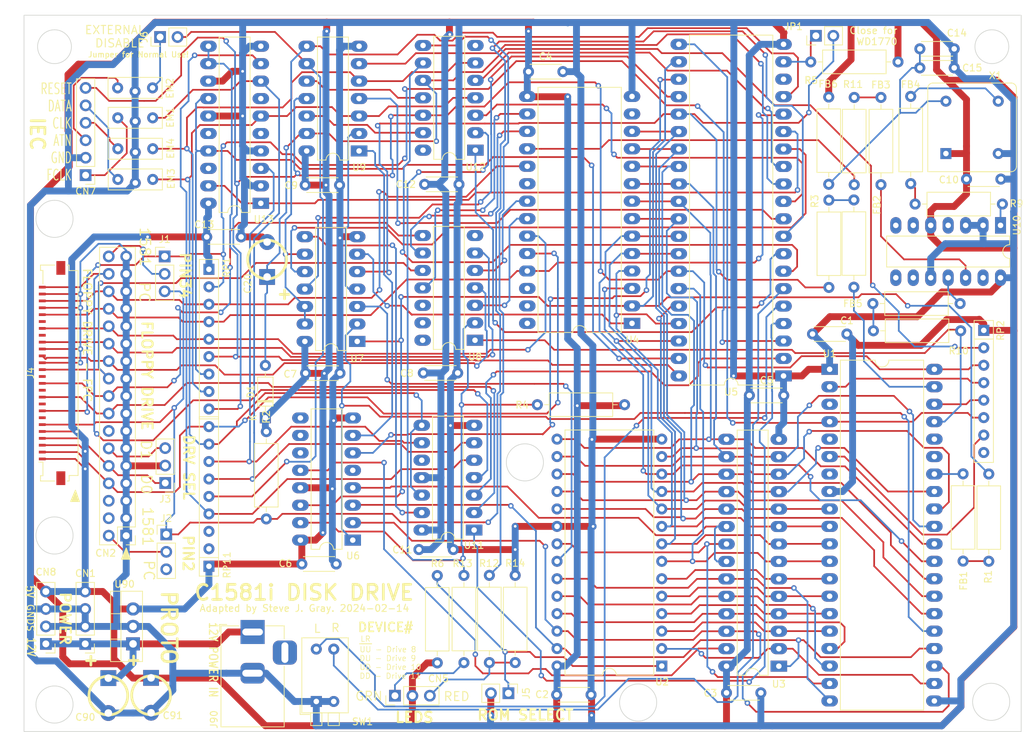
<source format=kicad_pcb>
(kicad_pcb (version 20221018) (generator pcbnew)
  (layers (0 "F.Cu" signal) (31 "B.Cu" signal) (34 "B.Paste" user) (35 "F.Paste" user) (36 "B.SilkS" user "B.Silkscreen") (37 "F.SilkS" user "F.Silkscreen") (38 "B.Mask" user) (39 "F.Mask" user) (44 "Edge.Cuts" user))
  (net 0 "")
  (net 1 "5V")
  (net 2 "GND")
  (net 3 "Net-(X1-Vcc)")
  (net 4 "Net-(D1-A)")
  (net 5 "FD_PIN2")
  (net 8 "INDEX")
  (net 9 "SELECT0")
  (net 10 "SELECT1")
  (net 12 "MOTOREN")
  (net 13 "DIRECTION")
  (net 14 "STEP")
  (net 15 "WRITEDATA")
  (net 16 "WRITEGATE")
  (net 17 "TRACK00")
  (net 18 "WRITEPROTECT")
  (net 19 "READDATA")
  (net 20 "SIDESELECT")
  (net 21 "FD_PIN34")
  (net 22 "Net-(CN7-Pin_1)")
  (net 23 "Net-(CN7-Pin_3)")
  (net 24 "Net-(CN7-Pin_4)")
  (net 25 "Net-(CN7-Pin_5)")
  (net 26 "~{RESET}")
  (net 27 "GREEN_LED")
  (net 28 "RED_LED")
  (net 29 "Net-(FB1-Pad1)")
  (net 30 "Net-(U1-R{slash}~{W})")
  (net 31 "Net-(FB2-Pad1)")
  (net 32 "Net-(U1-02)")
  (net 33 "Net-(U10-Q0)")
  (net 34 "Net-(FB3-Pad2)")
  (net 35 "Net-(X1-OUT)")
  (net 36 "Net-(FB4-Pad2)")
  (net 37 "Net-(FB5-Pad1)")
  (net 38 "Net-(U10-Q3)")
  (net 39 "~{RDY}")
  (net 40 "~{DISKCHANGE}")
  (net 42 "Net-(JP1-A)")
  (net 43 "PHI2")
  (net 44 "R{slash}~{W}")
  (net 45 "Net-(U6B-E)")
  (net 46 "Net-(U10-CP1..3)")
  (net 47 "PHI0")
  (net 48 "FDC_CLOCK")
  (net 49 "Net-(R12-Pad2)")
  (net 50 "Net-(R13-Pad1)")
  (net 51 "CNT")
  (net 52 "SP")
  (net 53 "SLOW_CLK")
  (net 54 "RDY")
  (net 55 "S0")
  (net 56 "~{IRQ}")
  (net 57 "~{NMI}")
  (net 60 "DATA")
  (net 61 "FAST_CLK")
  (net 62 "~{ATN}")
  (net 63 "Net-(U5-PA3)")
  (net 64 "Net-(U5-PA4)")
  (net 68 "A0")
  (net 69 "A1")
  (net 70 "A2")
  (net 71 "A3")
  (net 72 "A4")
  (net 73 "A5")
  (net 74 "A6")
  (net 75 "A7")
  (net 76 "A8")
  (net 77 "A9")
  (net 78 "A10")
  (net 79 "A11")
  (net 80 "A12")
  (net 81 "A13")
  (net 82 "A14")
  (net 83 "A15")
  (net 84 "D7")
  (net 85 "D6")
  (net 86 "D5")
  (net 87 "D4")
  (net 88 "D3")
  (net 89 "D2")
  (net 90 "D1")
  (net 91 "D0")
  (net 94 "~{ROM_OE}")
  (net 95 "~{RAM_OE}")
  (net 96 "~{RAMWE}")
  (net 97 "~{WD_CS}")
  (net 99 "Net-(U4-STEP)")
  (net 100 "Net-(U4-DIRC)")
  (net 102 "Net-(U4-WG)")
  (net 103 "Net-(U4-WD)")
  (net 107 "SIDE0")
  (net 108 "~{MOTOR}")
  (net 109 "POWERLED")
  (net 110 "ACTLED")
  (net 111 "DATA_IN")
  (net 112 "DATA_OUT")
  (net 113 "CLK_IN")
  (net 114 "CLK_OUT")
  (net 115 "ATN_ACK")
  (net 116 "FAST_SER_DIR")
  (net 117 "ATN_IN")
  (net 119 "~{CIA_SEL}")
  (net 120 "~{FLAG}")
  (net 122 "~{WDSEL}")
  (net 126 "Net-(U7-Pad4)")
  (net 127 "Net-(U11-Pad13)")
  (net 130 "Net-(U12-Pad11)")
  (net 131 "Net-(U12-Pad13)")
  (net 141 "12V")
  (net 142 "Net-(RP11F-R6.2)")
  (net 143 "Net-(RP11C-R3.2)")
  (net 144 "Net-(J5-Pin_1)")
  (net 146 "DENSITY")
  (net 151 "Net-(J6-Pin_1)")
  (footprint "Connector_FFC-FPC:Molex_200528-0260_1x26-1MP_P1.00mm_Horizontal" (layer "F.Cu") (at 96.6668 89.874 90)
    (fp_text reference "J4")
    (fp_text value "FPC")
  )
  (footprint "Package_DIP:DIP-14_W7.62mm_LongPads" (layer "F.Cu") (at 158.79 57.44 180)
    (fp_text reference "U12")
    (fp_text value "7406")
  )
  (footprint "Resistor_THT:R_Axial_DIN0309_L9.0mm_D3.2mm_P12.70mm_Horizontal" (layer "F.Cu") (at 222.14 49.61 -90)
    (fp_text reference "FB4")
    (fp_text value "R")
  )
  (footprint "Capacitor_THT:C_Disc_D4.3mm_W1.9mm_P5.00mm" (layer "F.Cu") (at 223.47 42.69)
    (fp_text reference "C14")
    (fp_text value "0.1uF")
  )
  (footprint "Capacitor_THT:C_Disc_D4.3mm_W1.9mm_P5.00mm" (layer "F.Cu") (at 198.66 93.13)
    (fp_text reference "C5")
    (fp_text value "0.1uF")
  )
  (footprint "Resistor_THT:R_Axial_DIN0309_L9.0mm_D3.2mm_P12.70mm_Horizontal" (layer "F.Cu") (at 217.81 62.46 90)
    (fp_text reference "FB3")
    (fp_text value "R")
  )
  (footprint "Resistor_THT:R_Array_SIP9" (layer "F.Cu") (at 120.01 74.78 -90)
    (fp_text reference "RP1")
    (fp_text value "1K")
  )
  (footprint "c64c-library:CAP_RADIAL_P5.08MM_D6MM" (layer "F.Cu") (at 111.59 136.77 -90)
    (fp_text reference "C91")
    (fp_text value ".1uF")
  )
  (footprint "Connector_PinHeader_2.54mm:PinHeader_1x03_P2.54mm_Vertical" (layer "F.Cu") (at 113.8 113.35)
    (fp_text reference "J2")
    (fp_text value "PIN2")
  )
  (footprint "Diode_THT:D_DO-35_SOD27_P7.62mm_Horizontal" (layer "F.Cu") (at 128.22 96.38 90)
    (fp_text reference "D1")
    (fp_text value "1N914")
  )
  (footprint "LittleSixteen:EMI_Filter" (layer "F.Cu") (at 111.835 61.692 -90)
    (fp_text reference "EM3")
    (fp_text value "EMI")
  )
  (footprint "Capacitor_THT:C_Disc_D4.3mm_W1.9mm_P5.00mm" (layer "F.Cu") (at 230.26 61.65)
    (fp_text reference "C10")
    (fp_text value "0.1uF")
  )
  (footprint "Capacitor_THT:C_Disc_D4.3mm_W1.9mm_P5.00mm" (layer "F.Cu") (at 212.85 84.19 180)
    (fp_text reference "C1")
    (fp_text value "0.1uF")
  )
  (footprint "Resistor_THT:R_Axial_DIN0309_L9.0mm_D3.2mm_P12.70mm_Horizontal" (layer "F.Cu") (at 128.36 98.4 -90)
    (fp_text reference "R2")
    (fp_text value "1K")
  )
  (footprint "Resistor_THT:R_Axial_DIN0309_L9.0mm_D3.2mm_P12.70mm_Horizontal" (layer "F.Cu") (at 207.59 44.59)
    (fp_text reference "R5")
    (fp_text value "2.7K")
  )
  (footprint "LittleSixteen:EMI_Filter" (layer "F.Cu") (at 111.834999 57.23 -90)
    (fp_text reference "EM4")
    (fp_text value "EMI")
  )
  (footprint "Resistor_THT:R_Axial_DIN0309_L9.0mm_D3.2mm_P12.70mm_Horizontal" (layer "F.Cu") (at 233.5 117.26 90)
    (fp_text reference "R1")
    (fp_text value "47")
  )
  (footprint "Connector_PinHeader_2.54mm:PinHeader_1x03_P2.54mm_Vertical" (layer "F.Cu") (at 113.65 105.875 180)
    (fp_text reference "J3")
    (fp_text value "PIN2")
  )
  (footprint "Capacitor_THT:C_Disc_D4.3mm_W1.9mm_P5.00mm" (layer "F.Cu") (at 195.33 136.41)
    (fp_text reference "C3")
    (fp_text value "0.1uF")
  )
  (footprint "Connector_PinHeader_2.54mm:PinHeader_1x03_P2.54mm_Vertical" (layer "F.Cu") (at 113.57 72.9)
    (fp_text reference "J1")
    (fp_text value "PIN34")
  )
  (footprint "Connector_PinHeader_2.54mm:PinHeader_1x02_P2.54mm_Vertical" (layer "F.Cu") (at 163.59 136.47 -90)
    (fp_text reference "J5")
    (fp_text value "ROM SELECT")
  )
  (footprint "Resistor_THT:R_Axial_DIN0309_L9.0mm_D3.2mm_P12.70mm_Horizontal" (layer "F.Cu") (at 229.41 83.72 180)
    (fp_text reference "R10")
    (fp_text value "47")
  )
  (footprint "c64c-library:CAP_RADIAL_P5.08MM_D6MM" (layer "F.Cu") (at 128.48 73.35 90)
    (fp_text reference "C20")
    (fp_text value "47uF")
  )
  (footprint "Capacitor_THT:C_Disc_D4.3mm_W1.9mm_P5.00mm" (layer "F.Cu") (at 223.47 45.46)
    (fp_text reference "C15")
    (fp_text value "0.01uF")
  )
  (footprint "c64c-library:CAP_RADIAL_P5.08MM_D6MM" (layer "F.Cu") (at 105.37 136.81 -90)
    (fp_text reference "C90")
    (fp_text value "0.33uF")
  )
  (footprint "LittleSixteen:EMI_Filter" (layer "F.Cu") (at 111.805 48.37 -90)
    (fp_text reference "EM2")
    (fp_text value "EMI")
  )
  (footprint "Resistor_THT:R_Axial_DIN0309_L9.0mm_D3.2mm_P12.70mm_Horizontal" (layer "F.Cu") (at 229.76 117.24 90)
    (fp_text reference "FB1")
    (fp_text value "R")
  )
  (footprint "Package_DIP:DIP-28_W7.62mm_LongPads" (layer "F.Cu") (at 202.95 132.53 180)
    (fp_text reference "U3")
    (fp_text value "UM61256")
  )
  (footprint "Resistor_THT:R_Axial_DIN0309_L9.0mm_D3.2mm_P12.70mm_Horizontal" (layer "F.Cu") (at 164.58 132.01 90)
    (fp_text reference "R14")
    (fp_text value "1K")
  )
  (footprint "Button_Switch_THT:SW_DIP_SPSTx02_Piano_10.8x6.64mm_W7.62mm_P2.54mm" (layer "F.Cu") (at 135.636 137.668 90)
    (fp_text reference "SW1")
    (fp_text value "DEVICE ID")
  )
  (footprint "Resistor_THT:R_Axial_DIN0309_L9.0mm_D3.2mm_P12.70mm_Horizontal" (layer "F.Cu") (at 213.87 64.68 -90)
    (fp_text reference "FB2")
    (fp_text value "R")
  )
  (footprint "Capacitor_THT:C_Disc_D4.3mm_W1.9mm_P5.00mm" (layer "F.Cu") (at 150.57 115.56)
    (fp_text reference "C11")
    (fp_text value "0.1uF")
  )
  (footprint "Resistor_THT:R_Axial_DIN0309_L9.0mm_D3.2mm_P12.70mm_Horizontal" (layer "F.Cu") (at 160.82 132.01 90)
    (fp_text reference "R12")
    (fp_text value "620")
  )
  (footprint "Package_DIP:DIP-20_W7.62mm_LongPads" (layer "F.Cu") (at 127.56 65.17 180)
    (fp_text reference "U13")
    (fp_text value "74LS241")
  )
  (footprint "Package_TO_SOT_THT:TO-220-3_Vertical" (layer "F.Cu") (at 108.966 129.286 90)
    (fp_text reference "U90")
    (fp_text value "L7805")
  )
  (footprint "Connector_PinHeader_2.54mm:PinHeader_1x02_P2.54mm_Vertical" (layer "F.Cu") (at 112.903 40.9702 90)
    (fp_text reference "J6")
    (fp_text value "DRIVE ENABLE")
  )
  (footprint "Capacitor_THT:C_Disc_D4.3mm_W1.9mm_P5.00mm" (layer "F.Cu") (at 151.21 89.86)
    (fp_text reference "C8")
    (fp_text value "0.1uF")
  )
  (footprint "Connector_PinHeader_2.54mm:PinHeader_2x17_P2.54mm_Vertical" (layer "F.Cu") (at 107.97 113.54 180)
    (fp_text reference "CN2")
    (fp_text value "FLOPPY")
  )
  (footprint "Package_DIP:DIP-14_W7.62mm_LongPads" (layer "F.Cu") (at 235.21 68.38 -90)
    (fp_text reference "U10")
    (fp_text value "74LS93")
  )
  (footprint "Connector_PinHeader_2.54mm:PinHeader_1x04_P2.54mm_Vertical" (layer "F.Cu") (at 102.0064 129.286 180)
    (fp_text reference "CN1")
    (fp_text value "FLOPPY POWER")
  )
  (footprint "Connector_PinHeader_2.54mm:PinHeader_1x02_P2.54mm_Vertical" (layer "F.Cu") (at 208.34 40.79 90)
    (fp_text reference "JP1")
    (fp_text value "FDC TYPE")
  )
  (footprint "Resistor_THT:R_Axial_DIN0309_L9.0mm_D3.2mm_P12.70mm_Horizontal" (layer "F.Cu") (at 216.63 79.76)
    (fp_text reference "FB5")
    (fp_text value "R")
  )
  (footprint "Resistor_THT:R_Axial_DIN0309_L9.0mm_D3.2mm_P12.70mm_Horizontal" (layer "F.Cu") (at 167.8 94.48)
    (fp_text reference "R4")
    (fp_text value "1K")
  )
  (footprint "Resistor_THT:R_Axial_DIN0309_L9.0mm_D3.2mm_P12.70mm_Horizontal" (layer "F.Cu") (at 157.12 119.32 -90)
    (fp_text reference "R13")
    (fp_text value "150")
  )
  (footprint "Capacitor_THT:C_Disc_D4.3mm_W1.9mm_P5.00mm" (layer "F.Cu") (at 166.52 46.01)
    (fp_text reference "C4")
    (fp_text value "0.1uF")
  )
  (footprint "Resistor_THT:R_Axial_DIN0309_L9.0mm_D3.2mm_P12.70mm_Horizontal" (layer "F.Cu") (at 210.21 49.7 -90)
    (fp_text reference "FB6")
    (fp_text value "R")
  )
  (footprint "Capacitor_THT:C_Disc_D4.3mm_W1.9mm_P5.00mm" (layer "F.Cu") (at 134.02 62.52)
    (fp_text reference "C9")
    (fp_text value "0.1uF")
  )
  (footprint "Package_DIP:DIP-28_W15.24mm_LongPads" (layer "F.Cu") (at 181.58 82.64 180)
    (fp_text reference "U4")
    (fp_text value "WD1770")
  )
  (footprint "LittleSixteen:EMI_Filter" (layer "F.Cu") (at 111.825 52.73 -90)
    (fp_text reference "EM1")
    (fp_text value "EMI")
  )
  (footprint "Capacitor_THT:C_Disc_D4.3mm_W1.9mm_P5.00mm" (layer "F.Cu") (at 151.4 62.41)
    (fp_text reference "C12")
    (fp_text value "0.1uF")
  )
  (footprint "Capacitor_THT:C_Disc_D4.3mm_W1.9mm_P5.00mm" (layer "F.Cu") (at 119.69 70.06)
    (fp_text reference "C13")
    (fp_text value "0.1uF")
  )
  (footprint "Capacitor_THT:C_Disc_D4.3mm_W1.9mm_P5.00mm" (layer "F.Cu") (at 134.08 89.89)
    (fp_text reference "C7")
    (fp_text value "0.1uF")
  )
  (footprint "Capacitor_THT:C_Disc_D4.3mm_W1.9mm_P5.00mm" (layer "F.Cu") (at 170.62 136.69)
    (fp_text reference "C2")
    (fp_text value "0.1uF")
  )
  (footprint "Resistor_THT:R_Axial_DIN0309_L9.0mm_D3.2mm_P12.70mm_Horizontal" (layer "F.Cu") (at 210.23 64.71 -90)
    (fp_text reference "R3")
    (fp_text value "47")
  )
  (footprint "Connector_PinHeader_2.54mm:PinHeader_1x04_P2.54mm_Vertical" (layer "F.Cu") (at 96.2764 129.286 180)
    (fp_text reference "CN8")
    (fp_text value "EXTERNAL POWER")
  )
  (footprint "Package_DIP:DIP-40_W15.24mm_LongPads" (layer "F.Cu") (at 210.34 89.33)
    (fp_text reference "U1")
    (fp_text value "6502")
  )
  (footprint "Package_DIP:DIP-14_W7.62mm_LongPads" (layer "F.Cu") (at 141.59 85.27 180)
    (fp_text reference "U7")
    (fp_text value "74LS00")
  )
  (footprint "Resistor_THT:R_Axial_DIN0309_L9.0mm_D3.2mm_P12.70mm_Horizontal" (layer "F.Cu") (at 213.92 49.76 -90)
    (fp_text reference "R11")
    (fp_text value "47")
  )
  (footprint "Connector_PinHeader_2.54mm:PinHeader_1x03_P2.54mm_Vertical" (layer "F.Cu") (at 147.08 136.83 90)
    (fp_text reference "CN5")
    (fp_text value "LEDS")
  )
  (footprint "Oscillator:Oscillator_DIP-8" (layer "F.Cu") (at 227.26 57.93)
    (fp_text reference "X1")
    (fp_text value "CXO_DIP8")
  )
  (footprint "Package_DIP:DIP-40_W15.24mm_LongPads" (layer "F.Cu") (at 203.63 90.29 180)
    (fp_text reference "U5")
    (fp_text value "6526")
  )
  (footprint "Capacitor_THT:C_Disc_D4.3mm_W1.9mm_P5.00mm" (layer "F.Cu") (at 133.53 117.66)
    (fp_text reference "C6")
    (fp_text value "0.1uF")
  )
  (footprint "Resistor_THT:R_Array_SIP8" (layer "F.Cu") (at 232.77 83.66 -90)
    (fp_text reference "RP2")
    (fp_text value "2.7K")
  )
  (footprint "Connector_PinHeader_2.54mm:PinHeader_1x06_P2.54mm_Vertical" (layer "F.Cu") (at 102.065 61.078 180)
    (fp_text reference "CN7")
    (fp_text value "INTERNAL IEC")
  )
  (footprint "Package_DIP:DIP-16_W7.62mm_LongPads" (layer "F.Cu") (at 140.94 114.19 180)
    (fp_text reference "U6")
    (fp_text value "74LS139")
  )
  (footprint "Package_DIP:DIP-14_W7.62mm_LongPads" (layer "F.Cu") (at 158.73 85.1 180)
    (fp_text reference "U8")
    (fp_text value "7405")
  )
  (footprint "Package_DIP:DIP-28_W15.24mm" (layer "F.Cu") (at 185.91 132.51 180)
    (fp_text reference "U2")
    (fp_text value "27C512")
  )
  (footprint "Connector_BarrelJack:BarrelJack_Horizontal" (layer "F.Cu") (at 126.364 127.556 90)
    (fp_text reference "J90")
    (fp_text value "Barrel_Jack")
  )
  (footprint "Resistor_THT:R_Array_SIP9" (layer "F.Cu") (at 120.01 117.99 90)
    (fp_text reference "RP11")
    (fp_text value "1K")
  )
  (footprint "Resistor_THT:R_Axial_DIN0309_L9.0mm_D3.2mm_P12.70mm_Horizontal" (layer "F.Cu") (at 153.24 132.05 90)
    (fp_text reference "R6")
    (fp_text value "47")
  )
  (footprint "Package_DIP:DIP-14_W7.62mm_LongPads" (layer "F.Cu") (at 158.6 112.72 180)
    (fp_text reference "U11")
    (fp_text value "7407")
  )
  (footprint "Package_DIP:DIP-14_W7.62mm_LongPads" (layer "F.Cu") (at 141.86 57.55 180)
    (fp_text reference "U9")
    (fp_text value "74LS14")
  )
  (footprint "Resistor_THT:R_Axial_DIN0309_L9.0mm_D3.2mm_P12.70mm_Horizontal" (layer "F.Cu") (at 235.48 65.28 180)
    (fp_text reference "R9")
    (fp_text value "47")
  )
  (gr_line (start 141.95 129.27) (end 143.68 129.27) (stroke (width 0.15)) (layer "F.SilkS"))
  (gr_poly (pts (xy 100.584 106.934) (xy 99.8982 108.5596) (xy 101.1428 108.5596)) (stroke (width 0.15)) (fill solid) (layer "F.SilkS"))
  (gr_poly (pts (xy 107.9754 115.3414) (xy 107.2896 116.967) (xy 108.5342 116.967)) (stroke (width 0.15)) (fill solid) (layer "F.SilkS"))
  (gr_rect (start 93.0992 37.8) (end 238.22 142.0488) (stroke (width 0.1)) (fill none) (layer "Edge.Cuts"))
  (gr_circle (center 97.536 113.51) (end 100.237851 113.51) (stroke (width 0.1)) (fill none) (layer "Edge.Cuts"))
  (gr_circle (center 97.536 67.43) (end 100.237851 67.43) (stroke (width 0.1)) (fill none) (layer "Edge.Cuts"))
  (gr_circle (center 97.536 138.1125) (end 100.237851 138.1125) (stroke (width 0.1)) (fill none) (layer "Edge.Cuts"))
  (gr_circle (center 97.536 42.38) (end 95.072507 42.38) (stroke (width 0.1)) (fill none) (layer "Edge.Cuts"))
  (gr_circle (center 182.4736 137.8204) (end 184.5736 139.5204) (stroke (width 0.1)) (fill none) (layer "Edge.Cuts"))
  (gr_circle (center 233.85 137.72) (end 235.95 139.42) (stroke (width 0.1)) (fill none) (layer "Edge.Cuts"))
  (gr_circle (center 233.95 42.38) (end 235.27 44.46) (stroke (width 0.1)) (fill none) (layer "Edge.Cuts"))
  (gr_circle (center 165.989 102.87) (end 168.089 104.57) (stroke (width 0.1)) (fill none) (layer "Edge.Cuts"))
  (gr_text "POWER" (at 98.21 121.59 270) (layer "F.SilkS") (effects (font (size 1.5 1.5) (thickness 0.3) bold) (justify left bottom)))
  (gr_text "PIN34" (at 115.66 72.17 270) (layer "F.SilkS") (effects (font (size 1.5 1.5) (thickness 0.3) bold) (justify left bottom)))
  (gr_text "Close for\nWD1770" (at 220.29 42.22) (layer "F.SilkS") (effects (font (size 1 1)) (justify right bottom)))
  (gr_text "PROTO" (at 112.903 121.3358 -90) (layer "F.SilkS") (effects (font (size 2.2 2.2) (thickness 0.4)) (justify left bottom)))
  (gr_text "RED" (at 154.07 137.7) (layer "F.SilkS") (effects (font (size 1.3 1.3)) (justify left bottom)))
  (gr_text "Jumper for Normal Use!" (at 117.1702 43.9928) (layer "F.SilkS") (effects (font (size 0.8 0.8)) (justify right bottom)))
  (gr_text "R" (at 137.7188 127.6604) (layer "F.SilkS") (effects (font (size 1.2 1.2)) (justify left bottom)))
  (gr_text "DEVICE#" (at 141.55 127.63) (layer "F.SilkS") (effects (font (size 1.3 1.3) (thickness 0.25) bold) (justify left bottom)))
  (gr_text "FLOPPY DRIVE" (at 110.12 82.14 270) (layer "F.SilkS") (effects (font (size 1.5 1.5) (thickness 0.3) bold) (justify left bottom)))
  (gr_text "EXTERNAL\nDISABLE" (at 110.744 42.5704) (layer "F.SilkS") (effects (font (size 1.2 1.2)) (justify right bottom)))
  (gr_text "L" (at 135.1788 127.762) (layer "F.SilkS") (effects (font (size 1.2 1.2)) (justify left bottom)))
  (gr_text "Adapted by Steve J. Gray. 2024-02-14" (at 118.57 124.69) (layer "F.SilkS") (effects (font (size 1 1)) (justify left bottom)))
  (gr_text "UU - Drive 8\nDU - Drive 9\nUD - Drive 10\nDD - Drive 11" (at 141.88 134.4268) (layer "F.SilkS") (effects (font (size 0.8 0.8) (thickness 0.1)) (justify left bottom)))
  (gr_text "ROM SELECT" (at 166.06 140.52) (layer "F.SilkS") (effects (font (size 1.5 1.5) (thickness 0.3) bold) (justify bottom)))
  (gr_text "GRN" (at 141.21 137.65) (layer "F.SilkS") (effects (font (size 1.3 1.3)) (justify left bottom)))
  (gr_text "1581" (at 110.22 109.23 -90) (layer "F.SilkS") (effects (font (size 1.5 1.5) (thickness 0.1875)) (justify left bottom)))
  (gr_text "LR" (at 142.01 129.03) (layer "F.SilkS") (effects (font (size 0.8 0.8) (thickness 0.1)) (justify left bottom)))
  (gr_text "RESET\nDATA\nCLK\nATN\nGND\nFCLK" (at 100.135 61.97) (layer "F.SilkS") (effects (font (size 1.56 1)) (justify right bottom)))
  (gr_text "12V POWER IN" (at 119.9388 126.0348 270) (layer "F.SilkS") (effects (font (size 1.2 1) (thickness 0.1875)) (justify left bottom)))
  (gr_text "FLOPPY DRIVE - FPC" (at 101.6 74.52 270) (layer "F.SilkS") (effects (font (size 1.2 1.2) (thickness 0.2) bold) (justify left bottom)))
  (gr_text "DRV SEL" (at 116.2 98.67 270) (layer "F.SilkS") (effects (font (size 1.5 1.5) (thickness 0.3) bold) (justify left bottom)))
  (gr_text "D1" (at 109.99 99.47 -90) (layer "F.SilkS") (effects (font (size 1.5 1.5) (thickness 0.1875)) (justify left bottom)))
  (gr_text "5V" (at 93.29 120.67 -90) (layer "F.SilkS") (effects (font (size 1.2 1) (thickness 0.1875)) (justify left bottom)))
  (gr_text "LEDS" (at 146.96 140.86) (layer "F.SilkS") (effects (font (size 1.5 1.5) (thickness 0.3) bold) (justify left bottom)))
  (gr_text "1581" (at 109.83 68.53 -90) (layer "F.SilkS") (effects (font (size 1.5 1.5) (thickness 0.1875)) (justify left bottom)))
  (gr_text "D0" (at 110.02 104.47 -90) (layer "F.SilkS") (effects (font (size 1.5 1.5) (thickness 0.1875)) (justify left bottom)))
  (gr_text "PC" (at 110.41 116.98 -90) (layer "F.SilkS") (effects (font (size 1.5 1.5) (thickness 0.1875)) (justify left bottom)))
  (gr_text "GNDS" (at 93.45 123.39 270) (layer "F.SilkS") (effects (font (size 1 1)) (justify left bottom)))
  (gr_text "C1581i DISK DRIVE" (at 117.68 123.11) (layer "F.SilkS") (effects (font (size 2.2 2.2) (thickness 0.4)) (justify left bottom)))
  (gr_text "12V" (at 93.45 128.24 270) (layer "F.SilkS") (effects (font (size 1.2 1) (thickness 0.1875)) (justify left bottom)))
  (gr_text "IEC" (at 93.87 52.42 270) (layer "F.SilkS") (effects (font (size 2 2) (thickness 0.4) bold) (justify left bottom)))
  (gr_text "PC" (at 109.76 76.49 -90) (layer "F.SilkS") (effects (font (size 1.5 1.5) (thickness 0.1875)) (justify left bottom)))
  (gr_text "PIN2" (at 116.12 113.3 -90) (layer "F.SilkS") (effects (font (size 1.5 1.5) (thickness 0.3) bold) (justify left bottom)))
  (segment (start 101.015074 44.92) (end 99.5038 46.431274) (width 1) (layer "F.Cu") (net 1))
  (segment (start 149.62 136.83) (end 149.62 141.0244) (width 1) (layer "F.Cu") (net 1))
  (segment (start 214.5 85.84) (end 223.63 85.84) (width 1) (layer "F.Cu") (net 1))
  (segment (start 237.09 83.66) (end 232.77 83.66) (width 1) (layer "F.Cu") (net 1))
  (segment (start 228.44 65.63) (end 225.71 65.63) (width 1) (layer "F.Cu") (net 1))
  (segment (start 136.6 113.1) (end 135.51 114.19) (width 1) (layer "F.Cu") (net 1))
  (segment (start 98.741052 131.14) (end 98.741052 131.181052) (width 1) (layer "F.Cu") (net 1))
  (segment (start 121.2944 134.2644) (end 128.2244 141.1944) (width 1) (layer "F.Cu") (net 1))
  (segment (start 133.53 117.66) (end 133.53 114.4) (width 1) (layer "F.Cu") (net 1))
  (segment (start 166.38 49.66) (end 166.34 49.62) (width 1) (layer "F.Cu") (net 1))
  (segment (start 212.85 84.19) (end 214.5 85.84) (width 1) (layer "F.Cu") (net 1))
  (segment (start 95.7568 100.374) (end 101.1204 100.374) (width 0.25) (layer "F.Cu") (net 1))
  (segment (start 128.2244 141.1944) (end 149.79 141.1944) (width 1) (layer "F.Cu") (net 1))
  (segment (start 106.08 44.92) (end 101.015074 44.92) (width 1) (layer "F.Cu") (net 1))
  (segment (start 155.01 38.82) (end 155.01 40.54) (width 1) (layer "F.Cu") (net 1))
  (segment (start 166.51 40.125) (end 166.51 38.875) (width 1) (layer "F.Cu") (net 1))
  (segment (start 195.09 141.1944) (end 170.87 141.1944) (width 1) (layer "F.Cu") (net 1))
  (segment (start 223.71 38.86) (end 220.31 38.86) (width 1) (layer "F.Cu") (net 1))
  (segment (start 155.01 40.54) (end 155.065 40.595) (width 1) (layer "F.Cu") (net 1))
  (segment (start 232.77 82.72) (end 232.77 83.66) (width 1) (layer "F.Cu") (net 1))
  (segment (start 230.26 57.87) (end 230.26 61.65) (width 1) (layer "F.Cu") (net 1))
  (segment (start 99.675 54.774726) (end 99.675 59.815) (width 1) (layer "F.Cu") (net 1))
  (segment (start 167.22 38.82) (end 167.26 38.86) (width 1) (layer "F.Cu") (net 1))
  (segment (start 203.69 40.35) (end 202.2 38.86) (width 1) (layer "F.Cu") (net 1))
  (segment (start 225.9 41.05) (end 223.71 38.86) (width 1) (layer "F.Cu") (net 1))
  (segment (start 220.29 38.88) (end 220.29 44.59) (width 1) (layer "F.Cu") (net 1))
  (segment (start 232.06 82.09) (end 232.1 82.05) (width 1) (layer "F.Cu") (net 1))
  (segment (start 173.61 94.62) (end 180.36 94.62) (width 1) (layer "F.Cu") (net 1))
  (segment (start 153.24 132.05) (end 151.7696 132.05) (width 1) (layer "F.Cu") (net 1))
  (segment (start 104.5464 121.666) (end 102.0064 121.666) (width 1) (layer "F.Cu") (net 1))
  (segment (start 225.05 66.33) (end 225.05 68.38) (width 1) (layer "F.Cu") (net 1))
  (segment (start 232.1 82.05) (end 232.77 82.72) (width 1) (layer "F.Cu") (net 1))
  (segment (start 94.04 119.4296) (end 96.2764 121.666) (width 1) (layer "F.Cu") (net 1))
  (segment (start 230.26 56.86) (end 230.26 57.87) (width 1) (layer "F.Cu") (net 1))
  (segment (start 230.2 57.93) (end 227.26 57.93) (width 1) (layer "F.Cu") (net 1))
  (segment (start 227.2 47.05) (end 225.9 45.75) (width 1) (layer "F.Cu") (net 1))
  (segment (start 111.08 70.06) (end 119.69 70.06) (width 1) (layer "F.Cu") (net 1))
  (segment (start 99.5038 54.603526) (end 99.675 54.774726) (width 1) (layer "F.Cu") (net 1))
  (segment (start 108.966 134.2644) (end 121.2944 134.2644) (width 1) (layer "F.Cu") (net 1))
  (segment (start 213.46 44.25) (end 210.21 47.5) (width 1) (layer "F.Cu") (net 1))
  (segment (start 203.63 40.29) (end 203.63 42.03) (width 1) (layer "F.Cu") (net 1))
  (segment (start 99.5038 46.431274) (end 99.5038 54.603526) (width 1) (layer "F.Cu") (net 1))
  (segment (start 96.2764 121.666) (end 98.741052 124.130652) (width 1) (layer "F.Cu") (net 1))
  (segment (start 99.675 59.815) (end 94.04 65.45) (width 1) (layer "F.Cu") (net 1))
  (segment (start 230.26 56.86) (end 230.26 50.06) (width 1) (layer "F.Cu") (net 1))
  (segment (start 220.31 38.86) (end 213.46 38.86) (width 1) (layer "F.Cu") (net 1))
  (segment (start 203.69 40.35) (end 203.63 40.29) (width 1) (layer "F.Cu") (net 1))
  (segment (start 230.26 57.87) (end 230.2 57.93) (width 1) (layer "F.Cu") (net 1))
  (segment (start 106.172 124.1044) (end 106.172 123.2916) (width 1) (layer "F.Cu") (net 1))
  (segment (start 100.5604 102.374) (end 102.0064 103.82) (width 0.25) (layer "F.Cu") (net 1))
  (segment (start 155.01 38.82) (end 167.22 38.82) (width 1) (layer "F.Cu") (net 1))
  (segment (start 95.7568 102.374) (end 100.5604 102.374) (width 0.25) (layer "F.Cu") (net 1))
  (segment (start 106.172 124.1044) (end 106.2736 124.206) (width 1) (layer "F.Cu") (net 1))
  (segment (start 229.45 134.52) (end 229.45 138.41) (width 1) (layer "F.Cu") (net 1))
  (segment (start 195.33 136.41) (end 195.33 140.9544) (width 1) (layer "F.Cu") (net 1))
  (segment (start 98.741052 131.181052) (end 99.75 132.19) (width 1) (layer "F.Cu") (net 1))
  (segment (start 108.966 134.2644) (end 106.172 131.4704) (width 1) (layer "F.Cu") (net 1))
  (segment (start 195.33 140.9544) (end 195.09 141.1944) (width 1) (layer "F.Cu") (net 1))
  (segment (start 226.6656 141.1944) (end 195.09 141.1944) (width 1) (layer "F.Cu") (net 1))
  (segment (start 223.63 85.84) (end 227.38 82.09) (width 1) (layer "F.Cu") (net 1))
  (segment (start 155.01 38.82) (end 137.15 38.82) (width 1) (layer "F.Cu") (net 1))
  (segment (start 106.2736 124.206) (end 108.966 124.206) (width 1) (layer "F.Cu") (net 1))
  (segment (start 180.36 94.62) (end 180.5 94.48) (width 1) (layer "F.Cu") (net 1))
  (segment (start 101.1204 100.374) (end 102.0064 101.26) (width 0.25) (layer "F.Cu") (net 1))
  (segment (start 149.79 141.1944) (end 170.87 141.1944) (width 1) (layer "F.Cu") (net 1))
  (segment (start 225.03 66.31) (end 225.05 66.33) (width 1) (layer "F.Cu") (net 1))
  (segment (start 137.15 40.12) (end 137.15 38.82) (width 1) (layer "F.Cu") (net 1))
  (segment (start 133.53 114.4) (end 133.32 114.19) (width 1) (layer "F.Cu") (net 1))
  (segment (start 225.05 69.92) (end 226.82 71.69) (width 1) (layer "F.Cu") (net 1))
  (segment (start 133.53 117.66) (end 120.34 117.66) (width 1) (layer "F.Cu") (net 1))
  (segment (start 137.15 38.82) (end 112.18 38.82) (width 1) (layer "F.Cu") (net 1))
  (segment (start 237.15 83.72) (end 237.15 126.82) (width 1) (layer "F.Cu") (net 1))
  (segment (start 202.15 38.86) (end 209.8548 38.86) (width 1) (layer "F.Cu") (net 1))
  (segment (start 134.02 62.52) (end 137.04 62.52) (width 1) (layer "F.Cu") (net 1))
  (segment (start 106.172 123.2916) (end 104.5464 121.666) (width 1) (layer "F.Cu") (net 1))
  (segment (start 230.26 61.65) (end 230.26 63.81) (width 1) (layer "F.Cu") (net 1))
  (segment (start 100.7468 98.374) (end 100.7668 98.394) (width 0.25) (layer "F.Cu") (net 1))
  (segment (start 135.51 114.19) (end 133.32 114.19) (width 1) (layer "F.Cu") (net 1))
  (segment (start 151.7696 132.05) (end 149.62 134.1996) (width 1) (layer "F.Cu") (net 1))
  (segment (start 170.62 136.69) (end 170.62 140.9444) (width 1) (layer "F.Cu") (net 1))
  (segment (start 225.9 45.75) (end 225.9 41.05) (width 1) (layer "F.Cu") (net 1))
  (segment (start 99.75 132.19) (end 106.8916 132.19) (width 1) (layer "F.Cu") (net 1))
  (segment (start 225.05 68.38) (end 225.05 69.92) (width 1) (layer "F.Cu") (net 1))
  (segment (start 237.15 83.72) (end 237.09 83.66) (width 1) (layer "F.Cu") (net 1))
  (segment (start 172.22 49.66) (end 166.38 49.66) (width 1) (layer "F.Cu") (net 1))
  (segment (start 136.8 89.92) (end 134.11 89.92) (width 1) (layer "F.Cu") (net 1))
  (segment (start 149.62 134.1996) (end 149.62 136.83) (width 1) (layer "F.Cu") (net 1))
  (segment (start 95.7568 98.374) (end 100.7468 98.374) (width 0.25) (layer "F.Cu") (net 1))
  (segment (start 234.67 47.26) (end 227.46 47.26) (width 1) (layer "F.Cu") (net 1))
  (segment (start 149.62 141.0244) (end 149.79 141.1944) (width 1) (layer "F.Cu") (net 1))
  (segment (start 229.45 138.41) (end 226.6656 141.1944) (width 1) (layer "F.Cu") (net 1))
  (segment (start 120.34 117.66) (end 120.01 117.99) (width 1) (layer "F.Cu") (net 1))
  (segment (start 213.46 38.86) (end 209.8548 38.86) (width 1) (layer "F.Cu") (net 1))
  (segment (start 134.11 89.92) (end 134.08 89.89) (width 1) (layer "F.Cu") (net 1))
  (segment (start 112.18 38.82) (end 106.08 44.92) (width 1) (layer "F.Cu") (net 1))
  (segment (start 213.46 38.86) (end 213.46 44.25) (width 1) (layer "F.Cu") (net 1))
  (segment (start 237.15 71.69) (end 237.15 83.72) (width 1) (layer "F.Cu") (net 1))
  (segment (start 167.26 38.86) (end 202.15 38.86) (width 1) (layer "F.Cu") (net 1))
  (segment (start 237.15 49.74) (end 234.67 47.26) (width 1) (layer "F.Cu") (net 1))
  (segment (start 170.62 140.9444) (end 170.87 141.1944) (width 1) (layer "F.Cu") (net 1))
  (segment (start 226.82 71.69) (end 237.15 71.69) (width 1) (layer "F.Cu") (net 1))
  (segment (start 227.25 47.05) (end 227.2 47.05) (width 1) (layer "F.Cu") (net 1))
  (segment (start 237.15 126.82) (end 229.45 134.52) (width 1) (layer "F.Cu") (net 1))
  (segment (start 202.2 38.86) (end 202.15 38.86) (width 1) (layer "F.Cu") (net 1))
  (segment (start 227.46 47.26) (end 227.25 47.05) (width 1) (layer "F.Cu") (net 1))
  (segment (start 94.04 65.45) (end 94.04 119.4296) (width 1) (layer "F.Cu") (net 1))
  (segment (start 106.172 131.4704) (end 106.172 124.1044) (width 1) (layer "F.Cu") (net 1))
  (segment (start 227.38 82.09) (end 232.06 82.09) (width 1) (layer "F.Cu") (net 1))
  (segment (start 98.741052 124.130652) (end 98.741052 131.14) (width 1) (layer "F.Cu") (net 1))
  (segment (start 220.31 38.86) (end 220.29 38.88) (width 1) (layer "F.Cu") (net 1))
  (segment (start 106.8916 132.19) (end 108.966 134.2644) (width 1) (layer "F.Cu") (net 1))
  (segment (start 230.26 50.06) (end 227.46 47.26) (width 1) (layer "F.Cu") (net 1))
  (segment (start 225.71 65.63) (end 225.03 66.31) (width 1) (layer "F.Cu") (net 1))
  (segment (start 230.26 63.81) (end 228.44 65.63) (width 1) (layer "F.Cu") (net 1))
  (segment (start 237.15 71.69) (end 237.15 49.74) (width 1) (layer "F.Cu") (net 1))
  (segment (start 210.21 47.5) (end 210.21 49.7) (width 1) (layer "F.Cu") (net 1))
  (via (at 102.0064 101.26) (size 0.8) (drill 0.4) (layers "F.Cu" "B.Cu") (net 1))
  (via (at 137.04 62.52) (size 0.8) (drill 0.4) (layers "F.Cu" "B.Cu") (net 1))
  (via (at 166.51 40.125) (size 0.8) (drill 0.4) (layers "F.Cu" "B.Cu") (net 1))
  (via (at 172.22 49.66) (size 0.8) (drill 0.4) (layers "F.Cu" "B.Cu") (net 1))
  (via (at 137.15 40.12) (size 0.8) (drill 0.4) (layers "F.Cu" "B.Cu") (net 1))
  (via (at 136.6 113.1) (size 0.8) (drill 0.4) (layers "F.Cu" "B.Cu") (net 1))
  (via (at 173.61 94.62) (size 0.8) (drill 0.4) (layers "F.Cu" "B.Cu") (net 1))
  (via (at 136.8 89.92) (size 0.8) (drill 0.4) (layers "F.Cu" "B.Cu") (net 1))
  (via (at 100.7668 98.394) (size 0.8) (drill 0.4) (layers "F.Cu" "B.Cu") (net 1))
  (via (at 111.08 70.06) (size 0.8) (drill 0.4) (layers "F.Cu" "B.Cu") (net 1))
  (via (at 102.0064 103.82) (size 0.8) (drill 0.4) (layers "F.Cu" "B.Cu") (net 1))
  (via (at 155.065 40.595) (size 0.8) (drill 0.4) (layers "F.Cu" "B.Cu") (net 1))
  (segment (start 153.77 112.7) (end 153.77 105.1) (width 1) (layer "B.Cu") (net 1))
  (segment (start 153.77 114.11) (end 152.32 115.56) (width 1) (layer "B.Cu") (net 1))
  (segment (start 166.34 49.62) (end 166.34 46.19) (width 1) (layer "B.Cu") (net 1))
  (segment (start 119.94 67.06) (end 119.69 67.31) (width 1) (layer "B.Cu") (net 1))
  (segment (start 137.4902 64.0402) (end 137.4902 89.2298) (width 1) (layer "B.Cu") (net 1))
  (segment (start 213.68 105.08) (end 213.68 85.02) (width 1) (layer "B.Cu") (net 1))
  (segment (start 153.77 90) (end 154.48 89.29) (width 1) (layer "B.Cu") (net 1))
  (segment (start 153.77 105.1) (end 150.98 105.1) (width 1) (layer "B.Cu") (net 1))
  (segment (start 166.52 46.01) (end 166.52 40.135) (width 1) (layer "B.Cu") (net 1))
  (segment (start 173.61 94.62) (end 173.61 130.77) (width 1) (layer "B.Cu") (net 1))
  (segment (start 120.01 120.66) (end 120.01 117.99) (width 1) (layer "B.Cu") (net 1))
  (segment (start 153.77 113.49) (end 153.77 114.11) (width 1) (layer "B.Cu") (net 1))
  (segment (start 200.25 42.03) (end 198.64 43.64) (width 1) (layer "B.Cu") (net 1))
  (segment (start 154.985 40.595) (end 154.3304 41.2496) (width 1) (layer "B.Cu") (net 1))
  (segment (start 203.63 42.03) (end 200.25 42.03) (width 1) (layer "B.Cu") (net 1))
  (segment (start 198.64 43.64) (end 198.64 93.11) (width 1) (layer "B.Cu") (net 1))
  (segment (start 173.61 130.77) (end 171.87 132.51) (width 1) (layer "B.Cu") (net 1))
  (segment (start 136.6 113.1) (end 136.6 90.98) (width 1) (layer "B.Cu") (net 1))
  (segment (start 134.08 89.89) (end 134.08 90.52) (width 1) (layer "B.Cu") (net 1))
  (segment (start 154.48 63.52) (end 153.37 62.41) (width 1) (layer "B.Cu") (net 1))
  (segment (start 153.77 113.49) (end 153.77 112.7) (width 1) (layer "B.Cu") (net 1))
  (segment (start 198.64 93.11) (end 198.66 93.13) (width 1) (layer "B.Cu") (net 1))
  (segment (start 137.15 40.12) (end 137.04 40.23) (width 1) (layer "B.Cu") (net 1))
  (segment (start 172.22 84.89) (end 173.61 86.28) (width 1) (layer "B.Cu") (net 1))
  (segment (start 152.32 115.56) (end 150.57 115.56) (width 1) (layer "B.Cu") (net 1))
  (segment (start 116.464 124.206) (end 120.01 120.66) (width 1) (layer "B.Cu") (net 1))
  (segment (start 119.69 67.31) (end 119.69 70.06) (width 1) (layer "B.Cu") (net 1))
  (segment (start 102.0064 103.82) (end 102.0064 101.26) (width 1) (layer "B.Cu") (net 1))
  (segment (start 100.0468 73.3232) (end 100.0468 97.674) (width 1) (layer "B.Cu") (net 1))
  (segment (start 153.75 112.72) (end 153.77 112.7) (width 1) (layer "B.Cu") (net 1))
  (segment (start 136.6 90.98) (end 136.8 90.78) (width 1) (layer "B.Cu") (net 1))
  (segment (start 155.065 40.595) (end 154.985 40.595) (width 1) (layer "B.Cu") (net 1))
  (segment (start 128.22 98.26) (end 128.36 98.4) (width 1) (layer "B.Cu") (net 1))
  (segment (start 150.98 112.72) (end 153.75 112.72) (width 1) (layer "B.Cu") (net 1))
  (segment (start 212.23 107.11) (end 210.34 107.11) (width 1) (layer "B.Cu") (net 1))
  (segment (start 198.3618 130.1082) (end 198.3618 93.4282) (width 1) (layer "B.Cu") (net 1))
  (segment (start 137.04 40.23) (end 137.04 62.52) (width 1) (layer "B.Cu") (net 1))
  (segment (start 213.68 105.08) (end 213.68 105.66) (width 1) (layer "B.Cu") (net 1))
  (segment (start 134.02 62.52) (end 134.02 57.77) (width 1) (layer "B.Cu") (net 1))
  (segment (start 133.97 85.27) (end 133.97 89.78) (width 1) (layer "B.Cu") (net 1))
  (segment (start 111.08 70.06) (end 111.07 70.07) (width 1) (layer "B.Cu") (net 1))
  (segment (start 154.3304 41.2496) (end 154.3304 61.4496) (width 1) (layer "B.Cu") (net 1))
  (segment (start 170.67 132.51) (end 170.67 136.64) (width 1) (layer "B.Cu") (net 1))
  (segment (start 154.3304 61.4496) (end 153.37 62.41) (width 1) (layer "B.Cu") (net 1))
  (segment (start 195.33 132.53) (end 195.94 132.53) (width 1) (layer "B.Cu") (net 1))
  (segment (start 137.4902 89.2298) (end 136.8 89.92) (width 1) (layer "B.Cu") (net 1))
  (segment (start 153.37 62.41) (end 151.4 62.41) (width 1) (layer "B.Cu") (net 1))
  (segment (start 137.04 62.52) (end 137.04 63.59) (width 1) (layer "B.Cu") (net 1))
  (segment (start 134.08 90.52) (end 128.22 96.38) (width 1) (layer "B.Cu") (net 1))
  (segment (start 154.48 89.29) (end 154.48 63.52) (width 1) (layer "B.Cu") (net 1))
  (segment (start 103.3 70.07) (end 100.0468 73.3232) (width 1) (layer "B.Cu") (net 1))
  (segment (start 128.22 96.38) (end 128.22 98.26) (width 1) (layer "B.Cu") (net 1))
  (segment (start 119.69 70.06) (end 119.69 72.69) (width 1) (layer "B.Cu") (net 1))
  (segment (start 151.21 89.86) (end 153.63 89.86) (width 1) (layer "B.Cu") (net 1))
  (segment (start 213.68 105.66) (end 212.23 107.11) (width 1) (layer "B.Cu") (net 1))
  (segment (start 172.22 49.66) (end 172.22 84.89) (width 1) (layer "B.Cu") (net 1))
  (segment (start 102.0064 101.26) (end 102.0064 99.6336) (width 1) (layer "B.Cu") (net 1))
  (segment (start 136.8 90.78) (end 136.8 89.92) (width 1) (layer "B.Cu") (net 1))
  (segment (start 166.51 40.125) (end 166.52 40.135) (width 1) (layer "B.Cu") (net 1))
  (segment (start 195.33 132.53) (end 195.33 136.41) (width 1) (layer "B.Cu") (net 1))
  (segment (start 166.34 46.19) (end 166.52 46.01) (width 1) (layer "B.Cu") (net 1))
  (segment (start 173.61 86.28) (end 173.61 94.62) (width 1) (layer "B.Cu") (net 1))
  (segment (start 153.63 89.86) (end 153.77 90) (width 1) (layer "B.Cu") (net 1))
  (segment (start 133.97 89.78) (end 134.08 89.89) (width 1) (layer "B.Cu") (net 1))
  (segment (start 195.94 132.53) (end 198.3618 130.1082) (width 1) (layer "B.Cu") (net 1))
  (segment (start 100.0468 97.674) (end 100.7668 98.394) (width 1) (layer "B.Cu") (net 1))
  (segment (start 153.77 105.1) (end 153.77 90) (width 1) (layer "B.Cu") (net 1))
  (segment (start 171.87 132.51) (end 170.67 132.51) (width 1) (layer "B.Cu") (net 1))
  (segment (start 102.0064 121.666) (end 102.0064 103.82) (width 1) (layer "B.Cu") (net 1))
  (segment (start 134.02 57.77) (end 134.24 57.55) (width 1) (layer "B.Cu") (net 1))
  (segment (start 108.966 124.206) (end 116.464 124.206) (width 1) (layer "B.Cu") (net 1))
  (segment (start 137.04 63.59) (end 137.4902 64.0402) (width 1) (layer "B.Cu") (net 1))
  (segment (start 213.68 85.02) (end 212.85 84.19) (width 1) (layer "B.Cu") (net 1))
  (segment (start 119.94 67.06) (end 119.94 65.17) (width 1) (layer "B.Cu") (net 1))
  (segment (start 170.67 136.64) (end 170.62 136.69) (width 1) (layer "B.Cu") (net 1))
  (segment (start 198.3618 93.4282) (end 198.66 93.13) (width 1) (layer "B.Cu") (net 1))
  (segment (start 111.07 70.07) (end 103.3 70.07) (width 1) (layer "B.Cu") (net 1))
  (segment (start 119.69 72.69) (end 120.01 73.01) (width 1) (layer "B.Cu") (net 1))
  (segment (start 120.01 73.01) (end 120.01 74.78) (width 1) (layer "B.Cu") (net 1))
  (segment (start 102.0064 121.666) (end 96.2764 121.666) (width 1) (layer "B.Cu") (net 1))
  (segment (start 102.0064 99.6336) (end 100.7668 98.394) (width 1) (layer "B.Cu") (net 1))
  (segment (start 119.94 52.47) (end 124.9 52.47) (width 1) (layer "F.Cu") (net 2))
  (segment (start 139.08 70.21) (end 139.26 70.03) (width 1) (layer "F.Cu") (net 2))
  (segment (start 137.82 106.57) (end 133.32 106.57) (width 1) (layer "F.Cu") (net 2))
  (segment (start 101.2968 80.374) (end 101.3068 80.384) (width 0.25) (layer "F.Cu") (net 2))
  (segment (start 119.94 47.39) (end 121.99 47.39) (width 1) (layer "F.Cu") (net 2))
  (segment (start 226.7 78.08) (end 233.81 78.08) (width 1) (layer "F.Cu") (net 2))
  (segment (start 137.97 106.72) (end 137.82 106.57) (width 1) (layer "F.Cu") (net 2))
  (segment (start 161.03 139.675) (end 161.03 136.49) (width 1) (layer "F.Cu") (net 2))
  (segment (start 139.26 70.03) (end 141.59 70.03) (width 1) (layer "F.Cu") (net 2))
  (segment (start 95.7568 86.374) (end 101.3068 86.374) (width 0.25) (layer "F.Cu") (net 2))
  (segment (start 138.55 96.41) (end 138.16 96.8) (width 1) (layer "F.Cu") (net 2))
  (segment (start 155.57 115.56) (end 164.58 115.56) (width 1) (layer "F.Cu") (net 2))
  (segment (start 210.34 89.33) (end 207.28 89.33) (width 1) (layer "F.Cu") (net 2))
  (segment (start 196.36 90.29) (end 203.63 90.29) (width 1) (layer "F.Cu") (net 2))
  (segment (start 124.9 52.47) (end 124.91 52.46) (width 1) (layer "F.Cu") (net 2))
  (segment (start 175.8 99.49) (end 175.75 99.54) (width 1) (layer "F.Cu") (net 2))
  (segment (start 95.7568 88.374) (end 101.3068 88.374) (width 0.25) (layer "F.Cu") (net 2))
  (segment (start 155.16 97.51) (end 158.57 97.51) (width 1) (layer "F.Cu") (net 2))
  (segment (start 123.42 45.96) (end 124.91 45.96) (width 1) (layer "F.Cu") (net 2))
  (segment (start 158.57 97.51) (end 158.6 97.48) (width 1) (layer "F.Cu") (net 2))
  (segment (start 175.7 136.77) (end 175.62 136.69) (width 1) (layer "F.Cu") (net 2))
  (segment (start 170.67 112.19) (end 175.92 112.19) (width 1) (layer "F.Cu") (net 2))
  (segment (start 124.69 70.06) (end 127.73 70.06) (width 1) (layer "F.Cu") (net 2))
  (segment (start 207.85 84.19) (end 210.37 81.67) (width 1) (layer "F.Cu") (net 2))
  (segment (start 206.32 90.29) (end 203.63 90.29) (width 1) (layer "F.Cu") (net 2))
  (segment (start 113.605 103.38) (end 113.65 103.335) (width 1) (layer "F.Cu") (net 2))
  (segment (start 185.91 99.49) (end 175.8 99.49) (width 1) (layer "F.Cu") (net 2))
  (segment (start 164.6 112.19) (end 164.58 112.17) (width 1) (layer "F.Cu") (net 2))
  (segment (start 223.11 81.67) (end 226.7 78.08) (width 1) (layer "F.Cu") (net 2))
  (segment (start 107.97 103.38) (end 113.605 103.38) (width 1) (layer "F.Cu") (net 2))
  (segment (start 170.67 112.19) (end 164.6 112.19) (width 1) (layer "F.Cu") (net 2))
  (segment (start 210.37 81.67) (end 223.11 81.67) (width 1) (layer "F.Cu") (net 2))
  (segment (start 207.28 89.33) (end 206.32 90.29) (width 1) (layer "F.Cu") (net 2))
  (segment (start 233.81 78.08) (end 235.21 76.68) (width 1) (layer "F.Cu") (net 2))
  (segment (start 95.7568 80.374) (end 101.2968 80.374) (width 0.25) (layer "F.Cu") (net 2))
  (segment (start 175.7 139.675) (end 175.7 136.77) (width 1) (layer "F.Cu") (net 2))
  (segment (start 95.7568 78.374) (end 101.3068 78.374) (width 0.25) (layer "F.Cu") (net 2))
  (segment (start 140.94 96.41) (end 138.55 96.41) (width 1) (layer "F.Cu") (net 2))
  (segment (start 161.03 136.49) (end 161.05 136.47) (width 1) (layer "F.Cu") (net 2))
  (segment (start 127.73 70.06) (end 128.48 70.81) (width 1) (layer "F.Cu") (net 2))
  (segment (start 121.99 47.39) (end 123.42 45.96) (width 1) (layer "F.Cu") (net 2))
  (segment (start 235.21 76.68) (end 235.21 76) (width 1) (layer "F.Cu") (net 2))
  (via (at 138.16 96.8) (size 0.8) (drill 0.4) (layers "F.Cu" "B.Cu") (net 2))
  (via (at 124.91 45.96) (size 0.8) (drill 0.4) (layers "F.Cu" "B.Cu") (net 2))
  (via (at 139.08 70.21) (size 0.8) (drill 0.4) (layers "F.Cu" "B.Cu") (net 2))
  (via (at 161.03 139.675) (size 0.8) (drill 0.4) (layers "F.Cu" "B.Cu") (net 2))
  (via (at 101.3068 88.374) (size 0.8) (drill 0.4) (layers "F.Cu" "B.Cu") (net 2))
  (via (at 155.16 97.51) (size 0.8) (drill 0.4) (layers "F.Cu" "B.Cu") (net 2))
  (via (at 101.3068 78.374) (size 0.8) (drill 0.4) (layers "F.Cu" "B.Cu") (net 2))
  (via (at 164.58 112.17) (size 0.8) (drill 0.4) (layers "F.Cu" "B.Cu") (net 2))
  (via (at 101.3068 80.384) (size 0.8) (drill 0.4) (layers "F.Cu" "B.Cu") (net 2))
  (via (at 175.92 112.19) (size 0.8) (drill 0.4) (layers "F.Cu" "B.Cu") (net 2))
  (via (at 124.91 52.46) (size 0.8) (drill 0.4) (layers "F.Cu" "B.Cu") (net 2))
  (via (at 164.58 115.56) (size 0.8) (drill 0.4) (layers "F.Cu" "B.Cu") (net 2))
  (via (at 137.97 106.72) (size 0.8) (drill 0.4) (layers "F.Cu" "B.Cu") (net 2))
  (via (at 175.7 139.675) (size 0.8) (drill 0.4) (layers "F.Cu" "B.Cu") (net 2))
  (via (at 196.36 90.29) (size 0.8) (drill 0.4) (layers "F.Cu" "B.Cu") (net 2))
  (via (at 101.3068 86.374) (size 0.8) (drill 0.4) (layers "F.Cu" "B.Cu") (net 2))
  (via (at 175.75 99.54) (size 0.8) (drill 0.4) (layers "F.Cu" "B.Cu") (net 2))
  (segment (start 160.99 140.1149) (end 160.99 141.21) (width 1) (layer "B.Cu") (net 2))
  (segment (start 173.195 46.01) (end 171.52 46.01) (width 1) (layer "B.Cu") (net 2))
  (segment (start 226.66 141.21) (end 201.98 141.21) (width 1) (layer "B.Cu") (net 2))
  (segment (start 225.05 73.64) (end 225.05 73.184) (width 1) (layer "B.Cu") (net 2))
  (segment (start 137.97 106.72) (end 137.98 106.71) (width 1) (layer "B.Cu") (net 2))
  (segment (start 229.43 134.49) (end 237.12 126.8) (width 1) (layer "B.Cu") (net 2))
  (segment (start 124.92 43.32) (end 124.92 38.93) (width 1) (layer "B.Cu") (net 2))
  (segment (start 107.97 93.22) (end 107.97 90.68) (width 1) (layer "B.Cu") (net 2))
  (segment (start 124.94 61.512) (end 126.058 62.63) (width 1) (layer "B.Cu") (net 2))
  (segment (start 120.18 38.86) (end 112.6 38.86) (width 1) (layer "B.Cu") (net 2))
  (segment (start 175.7 141.21) (end 175.7 139.675) (width 1) (layer "B.Cu") (net 2))
  (segment (start 236.98 57.93) (end 234.88 57.93) (width 1) (layer "B.Cu") (net 2))
  (segment (start 107.97 90.68) (end 107.97 88.14) (width 1) (layer "B.Cu") (net 2))
  (segment (start 111.196 126.746) (end 114.7544 130.3044) (width 1) (layer "B.Cu") (net 2))
  (segment (start 225.05 73.64) (end 225.05 76) (width 1) (layer "B.Cu") (net 2))
  (segment (start 156.12 65.28) (end 156.4 65) (width 1) (layer "B.Cu") (net 2))
  (segment (start 94.0308 124.206) (end 96.2764 124.206) (width 1) (layer "B.Cu") (net 2))
  (segment (start 155.16 115.15) (end 155.57 115.56) (width 1) (layer "B.Cu") (net 2))
  (segment (start 124.92 38.93) (end 124.85 38.86) (width 1) (layer "B.Cu") (net 2))
  (segment (start 107.97 105.92) (end 107.97 103.38) (width 1) (layer "B.Cu") (net 2))
  (segment (start 156.4 43.55) (end 156.4 38.86) (width 1) (layer "B.Cu") (net 2))
  (segment (start 137.98 96.98) (end 138.16 96.8) (width 1) (layer "B.Cu") (net 2))
  (segment (start 124.91 56.83) (end 124.94 56.86) (width 1) (layer "B.Cu") (net 2))
  (segment (start 175.7 141.21) (end 160.99 141.21) (width 1) (layer "B.Cu") (net 2))
  (segment (start 172.23 38.9) (end 172.27 38.86) (width 1) (layer "B.Cu") (net 2))
  (segment (start 200.33 141.12) (end 200.33 136.41) (width 1) (layer "B.Cu") (net 2))
  (segment (start 108.966 139.3444) (end 111.4356 139.3444) (width 1) (layer "B.Cu") (net 2))
  (segment (start 132.588 137.668) (end 135.636 137.668) (width 1) (layer "B.Cu") (net 2))
  (segment (start 109.265 53.218) (end 109.285 53.238) (width 1) (layer "B.Cu") (net 2))
  (segment (start 99.5562 47.7476) (end 102.3138 44.99) (width 1) (layer "B.Cu") (net 2))
  (segment (start 109.295 62.2) (end 108.115 63.38) (width 1) (layer "B.Cu") (net 2))
  (segment (start 225.58 137.59) (end 229.41 137.59) (width 1) (layer "B.Cu") (net 2))
  (segment (start 234 47.03) (end 237.17 50.2) (width 1) (layer "B.Cu") (net 2))
  (segment (start 201.98 141.21) (end 200.24 141.21) (width 1) (layer "B.Cu") (net 2))
  (segment (start 237.12 76.04) (end 237.12 66.36) (width 1) (layer "B.Cu") (net 2))
  (segment (start 137.97 106.72) (end 137.97 117.1) (width 1) (layer "B.Cu") (net 2))
  (segment (start 196.4 86.742944) (end 196.4 40.84) (width 1) (layer "B.Cu") (net 2))
  (segment (start 237.17 50.2) (end 237.17 57.74) (width 1) (layer "B.Cu") (net 2))
  (segment (start 196.36 90.29) (end 196.36 86.782944) (width 1) (layer "B.Cu") (net 2))
  (segment (start 106.5784 126.746) (end 111.09 126.746) (width 1) (layer "B.Cu") (net 2))
  (segment (start 107.97 88.14) (end 107.97 85.6) (width 1) (layer "B.Cu") (net 2))
  (segment (start 138.16 96.8) (end 138.04 96.68) (width 1) (layer "B.Cu") (net 2))
  (segment (start 139.02 62.52) (end 139.02 42.89) (width 1) (layer "B.Cu") (net 2))
  (segment (start 229.43 137.61) (end 229.43 138.44) (width 1) (layer "B.Cu") (net 2))
  (segment (start 107.97 113.54) (end 107.97 111) (width 1) (layer "B.Cu") (net 2))
  (segment (start 99.5562 58.4676) (end 99.6266 58.538) (width 1) (layer "B.Cu") (net 2))
  (segment (start 196.36 86.782944) (end 196.4 86.742944) (width 1) (layer "B.Cu") (net 2))
  (segment (start 114.7544 130.3044) (end 114.7544 133.556) (width 1) (layer "B.Cu") (net 2))
  (segment (start 138.04 96.68) (end 138.04 90.93) (width 1) (layer "B.Cu") (net 2))
  (segment (start 175.92 112.19) (end 175.62 112.49) (width 1) (layer "B.Cu") (net 2))
  (segment (start 237.17 57.74) (end 236.98 57.93) (width 1) (layer "B.Cu") (net 2))
  (segment (start 175.75 112.02) (end 175.75 99.54) (width 1) (layer "B.Cu") (net 2))
  (segment (start 156.4 38.86) (end 172.19 38.86) (width 1) (layer "B.Cu") (net 2))
  (segment (start 107.97 75.44) (end 107.97 72.9) (width 1) (layer "B.Cu") (net 2))
  (segment (start 222.96 38.86) (end 223.57 38.86) (width 1) (layer "B.Cu") (net 2))
  (segment (start 139.02 42.89) (end 139.6 42.31) (width 1) (layer "B.Cu") (net 2))
  (segment (start 125.18 68.17) (end 124.69 68.66) (width 1) (layer "B.Cu") (net 2))
  (segment (start 103.9268 71.064) (end 107.004 71.064) (width 0.25) (layer "B.Cu") (net 2))
  (segment (start 181.58 49.62) (end 181.58 38.91) (width 1) (layer "B.Cu") (net 2))
  (segment (start 156.21 89.86) (end 155.16 90.91) (width 1) (layer "B.Cu") (net 2))
  (segment (start 111.4356 139.3444) (end 114.7544 136.0256) (width 1) (layer "B.Cu") (net 2))
  (segment (start 97.79 131.77) (end 105.37 139.35) (width 1) (layer "B.Cu") (net 2))
  (segment (start 227.1848 71.0492) (end 232.67 71.0492) (width 1) (layer "B.Cu") (net 2))
  (segment (start 139.08 70.21) (end 139.08 89.89) (width 1) (layer "B.Cu") (net 2))
  (segment (start 139.6 42.31) (end 141.86 42.31) (width 1) (layer "B.Cu") (net 2))
  (segment (start 155.16 90.91) (end 155.16 115.15) (width 1) (layer "B.Cu") (net 2))
  (segment (start 124.91 52.46) (end 124.91 56.83) (width 1) (layer "B.Cu") (net 2))
  (segment (start 96.1696 63.38) (end 96.1496 63.36) (width 1) (layer "B.Cu") (net 2))
  (segment (start 174.1424 46.8122) (end 173.5 46.1698) (width 1) (layer "B.Cu") (net 2))
  (segment (start 203.66 97.09) (end 202.95 97.8) (width 1) (layer "B.Cu") (net 2))
  (segment (start 237.17 61.51) (end 237.17 66.31) (width 1) (layer "B.Cu") (net 2))
  (segment (start 109.285 57.728001) (end 109.294999 57.738) (width 1) (layer "B.Cu") (net 2))
  (segment (start 229.43 137.61) (end 229.43 134.49) (width 1) (layer "B.Cu") (net 2))
  (segment (start 124.94 61.512) (end 125.18 61.752) (width 1) (layer "B.Cu") (net 2))
  (segment (start 222.96 38.86) (end 224.64 38.86) (width 1) (layer "B.Cu") (net 2))
  (segment (start 230.04 47.03) (end 234 47.03) (width 1) (layer "B.Cu") (net 2))
  (segment (start 138.04 90.93) (end 139.08 89.89) (width 1) (layer "B.Cu") (net 2))
  (segment (start 237.12 126.8) (end 237.12 76.04) (width 1) (layer "B.Cu") (net 2))
  (segment (start 203.66 93.13) (end 203.66 97.09) (width 1) (layer "B.Cu") (net 2))
  (segment (start 107.97 98.3) (end 107.97 97) (width 1) (layer "B.Cu") (net 2))
  (segment (start 122.55 133.556) (end 126.364 133.556) (width 1) (layer "B.Cu") (net 2))
  (segment (start 102.0064 124.206) (end 102.0064 126.746) (width 1) (layer "B.Cu") (net 2))
  (segment (start 125.93 42.31) (end 127.56 42.31) (width 1) (layer "B.Cu") (net 2))
  (segment (start 124.91 43.33) (end 124.92 43.32) (width 1) (layer "B.Cu") (net 2))
  (segment (start 175.92 112.19) (end 175.75 112.02) (width 1) (layer "B.Cu") (net 2))
  (segment (start 203.63 93.1) (end 203.66 93.13) (width 1) (layer "B.Cu") (net 2))
  (segment (start 106.04 44.99) (end 109.265 41.765) (width 1) (layer "B.Cu") (net 2))
  (segment (start 232.67 68.38) (end 230.13 68.38) (width 1) (layer "B.Cu") (net 2))
  (segment (start 99.5562 58.4676) (end 99.56 58.4714) (width 1) (layer "B.Cu") (net 2))
  (segment (start 107.004 71.064) (end 107.97 72.03) (width 0.25) (layer "B.Cu") (net 2))
  (segment (start 224.64 38.86) (end 228.47 42.69) (width 1) (layer "B.Cu") (net 2))
  (segment (start 237.03 61.65) (end 235.26 61.65) (width 1) (layer "B.Cu") (net 2))
  (segment (start 126.058 62.63) (end 127.56 62.63) (width 1) (layer "B.Cu") (net 2))
  (segment (start 112.17 38.86) (end 112.6 38.86) (width 1) (layer "B.Cu") (net 2))
  (segment (start 124.91 43.33) (end 125.93 42.31) (width 1) (layer "B.Cu") (net 2))
  (segment (start 196.4 40.84) (end 196.4 38.86) (width 1) (layer "B.Cu") (net 2))
  (segment (start 135.636 137.668) (end 135.636 141.144) (width 1) (layer "B.Cu") (net 2))
  (segment (start 101.3068 78.374) (end 101.3068 73.684) (width 0.25) (layer "B.Cu") (net 2))
  (segment (start 229.43 138.44) (end 226.66 141.21) (width 1) (layer "B.Cu") (net 2))
  (segment (start 114.7544 133.556) (end 122.55 133.556) (width 1) (layer "B.Cu") (net 2))
  (segment (start 109.285 53.238) (end 109.285 57.728001) (width 1) (layer "B.Cu") (net 2))
  (segment (start 237.08 76) (end 237.12 76.04) (width 1) (layer "B.Cu") (net 2))
  (segment (start 124.91 56.83) (end 125.63 57.55) (width 1) (layer "B.Cu") (net 2))
  (segment (start 128.3236 133.556) (end 132.4356 137.668) (width 1) (layer "B.Cu") (net 2))
  (segment (start 225.05 73.184) (end 227.1848 71.0492) (width 1) (layer "B.Cu") (net 2))
  (segment (start 156.21 89.86) (end 156.12 89.77) (width 1) (layer "B.Cu") (net 2))
  (segment (start 135.636 137.668) (end 138.176 137.668) (width 1) (layer "B.Cu") (net 2))
  (segment (start 237.17 57.74) (end 237.17 61.51) (width 1) (layer "B.Cu") (net 2))
  (segment (start 107.97 113.54) (end 107.97 119.11) (width 1) (layer "B.Cu") (net 2))
  (segment (start 95 131.77) (end 97.79 131.77) (width 1) (layer "B.Cu") (net 2))
  (segment (start 203.63 90.29) (end 203.63 93.1) (width 1) (layer "B.Cu") (net 2))
  (segment (start 135.636 141.144) (end 135.57 141.21) (width 1) (layer "B.Cu") (net 2))
  (segment (start 229.41 137.59) (end 229.43 137.61) (width 1) (layer "B.Cu") (net 2))
  (segment (start 94.0308 124.206) (end 94.0308 130.8008) (width 1) (layer "B.Cu") (net 2))
  (segment (start 200.24 141.21) (end 175.7 141.21) (width 1) (layer "B.Cu") (net 2))
  (segment (start 181.63 38.86) (end 216.48 38.86) (width 1) (layer "B.Cu") (net 2))
  (segment (start 181.58 38.91) (end 181.63 38.86) (width 1) (layer "B.Cu") (net 2))
  (segment (start 107.97 83.06) (end 107.97 80.52) (width 1) (layer "B.Cu") (net 2))
  (segment (start 161.01 140.0949) (end 161.01 139.675) (width 1) (layer "B.Cu") (net 2))
  (segment (start 99.6266 58.538) (end 102.065 58.538) (width 1) (layer "B.Cu") (net 2))
  (segment (start 109.515 41.515) (end 112.17 38.86) (width 1) (layer "B.Cu") (net 2))
  (segment (start 232.67 68.38) (end 232.67 70.8492) (width 1) (layer "B.Cu") (net 2))
  (segment (start 99.5562 58.4676) (end 99.5562 47.7476) (width 1) (layer "B.Cu") (net 2))
  (segment (start 102.0064 126.746) (end 96.2764 126.746) (width 1) (layer "B.Cu") (net 2))
  (segment (start 228.47 45.46) (end 228.47 42.69) (width 1) (layer "B.Cu") (net 2))
  (segment (start 235.21 76) (end 237.08 76) (width 1) (layer "B.Cu") (net 2))
  (segment (start 232.87 71.0492) (end 236.5168 71.0492) (width 1) (layer "B.Cu") (net 2))
  (segment (start 108.115 63.38) (end 99.56 63.38) (width 1) (layer "B.Cu") (net 2))
  (segment (start 228.47 45.46) (end 230.04 47.03) (width 1) (layer "B.Cu") (net 2))
  (segment (start 99.56 58.4714) (end 99.56 63.38) (width 1) (layer "B.Cu") (net 2))
  (segment (start 108.9604 139.35) (end 105.37 139.35) (width 1) (layer "B.Cu") (net 2))
  (segment (start 99.56 63.38) (end 96.1696 63.38) (width 1) (layer "B.Cu") (net 2))
  (segment (start 107.97 119.11) (end 106.5784 120.5016) (width 1) (layer "B.Cu") (net 2))
  (segment (start 101.3068 86.374) (end 101.3068 80.384) (width 0.25) (layer "B.Cu") (net 2))
  (segment (start 156.4 62.41) (end 156.4 43.55) (width 1) (layer "B.Cu") (net 2))
  (segment (start 107.97 97) (end 107.97 95.76) (width 1) (layer "B.Cu") (net 2))
  (segment (start 175.62 112.49) (end 175.62 136.69) (width 1) (layer "B.Cu") (net 2))
  (segment (start 107.97 100.84) (end 107.97 98.3) (width 1) (layer "B.Cu") (net 2))
  (segment (start 137.98 106.71) (end 137.98 96.98) (width 1) (layer "B.Cu") (net 2))
  (segment (start 216.48 38.86) (end 222.96 38.86) (width 1) (layer "B.Cu") (net 2))
  (segment (start 107.97 80.52) (end 107.97 77.98) (width 1) (layer "B.Cu") (net 2))
  (segment (start 156.12 89.77) (end 156.12 65.28) (width 1) (layer "B.Cu") (net 2))
  (segment (start 156.4 38.86) (end 139.03 38.86) (width 1) (layer "B.Cu") (net 2))
  (segment (start 164.58 112.17) (end 164.58 115.56) (width 1) (layer "B.Cu") (net 2))
  (segment (start 107.97 85.6) (end 107.97 83.06) (width 1) (layer "B.Cu") (net 2))
  (segment (start 124.85 38.86) (end 120.18 38.86) (width 1) (layer "B.Cu") (net 2))
  (segment (start 161.01 139.675) (end 161.03 139.675) (width 1) (layer "B.Cu") (net 2))
  (segment (start 102.3138 44.99) (end 106.04 44.99) (width 1) (layer "B.Cu") (net 2))
  (segment (start 139.02 42.89) (end 139.0144 42.8844) (width 1) (layer "B.Cu") (net 2))
  (segment (start 160.99 141.21) (end 135.57 141.21) (width 1) (layer "B.Cu") (net 2))
  (segment (start 108.966 139.3444) (end 108.9604 139.35) (width 1) (layer "B.Cu") (net 2))
  (segment (start 109.294999 57.738) (end 109.295 62.2) (width 1) (layer "B.Cu") (net 2))
  (segment (start 99.5164 124.206) (end 96.2764 124.206) (width 1) (layer "B.Cu") (net 2))
  (segment (start 172.27 38.86) (end 181.63 38.86) (width 1) (layer "B.Cu") (net 2))
  (segment (start 200.24 141.21) (end 200.33 141.12) (width 1) (layer "B.Cu") (net 2))
  (segment (start 232.67 71.0492) (end 232.87 71.0492) (width 1) (layer "B.Cu") (net 2))
  (segment (start 102.0064 124.206) (end 99.5164 124.206) (width 1) (layer "B.Cu") (net 2))
  (segment (start 156.4 65) (end 156.4 62.41) (width 1) (layer "B.Cu") (net 2))
  (segment (start 125.63 57.55) (end 127.56 57.55) (width 1) (layer "B.Cu") (net 2))
  (segment (start 173.5 45.705) (end 173.5 39.415) (width 1) (layer "B.Cu") (net 2))
  (segment (start 101.3068 73.684) (end 103.9268 71.064) (width 0.25) (layer "B.Cu") (net 2))
  (segment (start 139.03 38.86) (end 124.85 38.86) (width 1) (layer "B.Cu") (net 2))
  (segment (start 107.97 108.46) (end 107.97 105.92) (width 1) (layer "B.Cu") (net 2))
  (segment (start 107.97 111) (end 107.97 108.46) (width 1) (layer "B.Cu") (net 2))
  (segment (start 109.265 41.765) (end 109.515 41.515) (width 1) (layer "B.Cu") (net 2))
  (segment (start 224.64 38.86) (end 223.57 38.86) (width 1) (layer "B.Cu") (net 2))
  (segment (start 161.01 140.0949) (end 160.99 140.1149) (width 1) (layer "B.Cu") (net 2))
  (segment (start 139.08 62.58) (end 139.02 62.52) (width 1) (layer "B.Cu") (net 2))
  (segment (start 107.97 103.38) (end 107.97 100.84) (width 1) (layer "B.Cu") (net 2))
  (segment (start 106.5784 120.5016) (end 106.5784 126.746) (width 1) (layer "B.Cu") (net 2))
  (segment (start 139.0144 42.8844) (end 139.03 42.8688) (width 1) (layer "B.Cu") (net 2))
  (segment (start 124.69 68.66) (end 124.69 70.06) (width 1) (layer "B.Cu") (net 2))
  (segment (start 175.75 99.54) (end 175.88 99.41) (width 1) (layer "B.Cu") (net 2))
  (segment (start 175.88 99.41) (end 175.88 85.89) (width 1) (layer "B.Cu") (net 2))
  (segment (start 101.3068 88.374) (end 101.3068 86.374) (width 0.25) (layer "B.Cu") (net 2))
  (segment (start 111.09 126.746) (end 111.196 126.746) (width 1) (layer "B.Cu") (net 2))
  (segment (start 237.17 61.51) (end 237.03 61.65) (width 1) (layer "B.Cu") (net 2))
  (segment (start 107.97 77.98) (end 107.97 75.44) (width 1) (layer "B.Cu") (net 2))
  (segment (start 94.0308 130.8008) (end 95 131.77) (width 1) (layer "B.Cu") (net 2))
  (segment (start 124.91 52.46) (end 124.91 43.33) (width 1) (layer "B.Cu") (net 2))
  (segment (start 139.08 70.21) (end 139.08 62.58) (width 1) (layer "B.Cu") (net 2))
  (segment (start 164.58 115.56) (end 164.58 119.31) (width 1) (layer "B.Cu") (net 2))
  (segment (start 101.3068 80.384) (end 101.3068 78.374) (width 0.25) (layer "B.Cu") (net 2))
  (segment (start 96.1496 63.36) (end 94.0308 65.4788) (width 1) (layer "B.Cu") (net 2))
  (segment (start 132.4356 137.668) (end 132.588 137.668) (width 1) (layer "B.Cu") (net 2))
  (segment (start 172.19 38.86) (end 172.23 38.9) (width 1) (layer "B.Cu") (net 2))
  (segment (start 174.1424 84.1524) (end 174.1424 46.8122) (width 1) (layer "B.Cu") (net 2))
  (segment (start 109.265 48.878) (end 109.265 53.218) (width 1) (layer "B.Cu") (net 2))
  (segment (start 232.67 70.8492) (end 232.87 71.0492) (width 1) (layer "B.Cu") (net 2))
  (segment (start 175.88 85.89) (end 174.1424 84.1524) (width 1) (layer "B.Cu") (net 2))
  (segment (start 124.94 56.86) (end 124.94 61.512) (width 1) (layer "B.Cu") (net 2))
  (segment (start 237.12 66.36) (end 237.17 66.31) (width 1) (layer "B.Cu") (net 2))
  (segment (start 114.7544 136.0256) (end 114.7544 133.556) (width 1) (layer "B.Cu") (net 2))
  (segment (start 196.4 40.84) (end 196.4 39.23) (width 1) (layer "B.Cu") (net 2))
  (segment (start 94.0308 65.4788) (end 94.0308 124.206) (width 1) (layer "B.Cu") (net 2))
  (segment (start 139.03 42.8688) (end 139.03 38.86) (width 1) (layer "B.Cu") (net 2))
  (segment (start 107.97 72.03) (end 107.97 72.9) (width 0.25) (layer "B.Cu") (net 2))
  (segment (start 126.364 133.556) (end 128.3236 133.556) (width 1) (layer "B.Cu") (net 2))
  (segment (start 202.95 97.8) (end 202.95 99.51) (width 1) (layer "B.Cu") (net 2))
  (segment (start 173.5 46.1698) (end 173.5 45.705) (width 1) (layer "B.Cu") (net 2))
  (segment (start 107.97 95.76) (end 107.97 93.22) (width 1) (layer "B.Cu") (net 2))
  (segment (start 102.0064 126.746) (end 106.5784 126.746) (width 1) (layer "B.Cu") (net 2))
  (segment (start 210.34 89.33) (end 210.34 86.68) (width 1) (layer "B.Cu") (net 2))
  (segment (start 125.18 61.752) (end 125.18 68.17) (width 1) (layer "B.Cu") (net 2))
  (segment (start 109.265 48.878) (end 109.265 41.765) (width 1) (layer "B.Cu") (net 2))
  (segment (start 210.34 86.68) (end 207.85 84.19) (width 1) (layer "B.Cu") (net 2))
  (segment (start 137.97 117.1) (end 138.53 117.66) (width 1) (layer "B.Cu") (net 2))
  (segment (start 173.5 45.705) (end 173.195 46.01) (width 1) (layer "B.Cu") (net 2))
  (segment (start 222.32 45.46) (end 223.47 45.46) (width 0.25) (layer "B.Cu") (net 3))
  (segment (start 210.21 62.4) (end 220.46 52.15) (width 0.25) (layer "B.Cu") (net 3))
  (segment (start 220.61 52) (end 222.88 52) (width 0.25) (layer "B.Cu") (net 3))
  (segment (start 223.47 45.46) (end 223.47 42.67) (width 0.25) (layer "B.Cu") (net 3))
  (segment (start 221.28 46.5) (end 222.32 45.46) (width 0.25) (layer "B.Cu") (net 3))
  (segment (start 220.59 52.02) (end 220.59 47.19) (width 0.25) (layer "B.Cu") (net 3))
  (segment (start 222.88 52) (end 224.57 50.31) (width 0.25) (layer "B.Cu") (net 3))
  (segment (start 220.46 52.15) (end 220.61 52) (width 0.25) (layer "B.Cu") (net 3))
  (segment (start 224.57 50.31) (end 227.26 50.31) (width 0.25) (layer "B.Cu") (net 3))
  (segment (start 220.59 47.19) (end 221.28 46.5) (width 0.25) (layer "B.Cu") (net 3))
  (segment (start 220.46 52.15) (end 220.59 52.02) (width 0.25) (layer "B.Cu") (net 3))
  (segment (start 185.3 42.71) (end 185.91 43.32) (width 0.25) (layer "F.Cu") (net 4))
  (segment (start 159.81 46.07) (end 163.17 42.71) (width 0.25) (layer "F.Cu") (net 4))
  (segment (start 195.53 44.13) (end 202.29 50.89) (width 0.25) (layer "F.Cu") (net 4))
  (segment (start 137.46 55.01) (end 134.24 55.01) (width 0.25) (layer "F.Cu") (net 4))
  (segment (start 216.36 76.86) (end 216.61 77.11) (width 0.25) (layer "F.Cu") (net 4))
  (segment (start 228.56 86.01) (end 228.75 86.2) (width 0.25) (layer "F.Cu") (net 4))
  (segment (start 148.44 56.135) (end 138.585 56.135) (width 0.25) (layer "F.Cu") (net 4))
  (segment (start 207.53 50.89) (end 216.36 59.72) (width 0.25) (layer "F.Cu") (net 4))
  (segment (start 194.72 43.32) (end 195.53 44.13) (width 0.25) (layer "F.Cu") (net 4))
  (segment (start 131.2555 57.09) (end 133.3355 55.01) (width 0.25) (layer "F.Cu") (net 4))
  (segment (start 151.17 47.28) (end 155.57 47.28) (width 0.25) (layer "F.Cu") (net 4))
  (segment (start 156.78 46.07) (end 159.81 46.07) (width 0.25) (layer "F.Cu") (net 4))
  (segment (start 163.17 42.71) (end 185.3 42.71) (width 0.25) (layer "F.Cu") (net 4))
  (segment (start 216.36 59.72) (end 216.36 76.86) (width 0.25) (layer "F.Cu") (net 4))
  (segment (start 202.29 50.89) (end 207.53 50.89) (width 0.25) (layer "F.Cu") (net 4))
  (segment (start 228.75 86.2) (end 232.77 86.2) (width 0.25) (layer "F.Cu") (net 4))
  (segment (start 148.44 56.135) (end 153.1 56.135) (width 0.25) (layer "F.Cu") (net 4))
  (segment (start 138.585 56.135) (end 137.46 55.01) (width 0.25) (layer "F.Cu") (net 4))
  (segment (start 185.91 43.32) (end 194.72 43.32) (width 0.25) (layer "F.Cu") (net 4))
  (segment (start 155.57 47.28) (end 156.78 46.07) (width 0.25) (layer "F.Cu") (net 4))
  (segment (start 133.3355 55.01) (end 134.24 55.01) (width 0.25) (layer "F.Cu") (net 4))
  (via (at 228.56 86.01) (size 0.8) (drill 0.4) (layers "F.Cu" "B.Cu") (net 4))
  (via (at 153.1 56.135) (size 0.8) (drill 0.4) (layers "F.Cu" "B.Cu") (net 4))
  (via (at 131.2555 57.09) (size 0.8) (drill 0.4) (layers "F.Cu" "B.Cu") (net 4))
  (via (at 216.61 77.11) (size 0.8) (drill 0.4) (layers "F.Cu" "B.Cu") (net 4))
  (segment (start 220.4 83.72) (end 220.4 80.95) (width 0.25) (layer "B.Cu") (net 4))
  (segment (start 131.27 57.1045) (end 131.27 66.5) (width 0.25) (layer "B.Cu") (net 4))
  (segment (start 153.1 49.21) (end 153.1 56.135) (width 0.25) (layer "B.Cu") (net 4))
  (segment (start 220.4 80.95) (end 216.61 77.16) (width 0.25) (layer "B.Cu") (net 4))
  (segment (start 228.56 86.01) (end 222.69 86.01) (width 0.25) (layer "B.Cu") (net 4))
  (segment (start 131.27 66.5) (end 130.3 67.47) (width 0.25) (layer "B.Cu") (net 4))
  (segment (start 130.3 67.47) (end 130.3 72.404695) (width 0.25) (layer "B.Cu") (net 4))
  (segment (start 128.22 78.44) (end 128.48 78.18) (width 0.25) (layer "B.Cu") (net 4))
  (segment (start 216.61 77.16) (end 216.61 77.11) (width 0.25) (layer "B.Cu") (net 4))
  (segment (start 128.48 74.224695) (end 128.48 75.89) (width 0.25) (layer "B.Cu") (net 4))
  (segment (start 151.17 47.28) (end 153.1 49.21) (width 0.25) (layer "B.Cu") (net 4))
  (segment (start 130.3 72.404695) (end 128.48 74.224695) (width 0.25) (layer "B.Cu") (net 4))
  (segment (start 222.69 86.01) (end 220.4 83.72) (width 0.25) (layer "B.Cu") (net 4))
  (segment (start 128.22 88.76) (end 128.22 78.44) (width 0.25) (layer "B.Cu") (net 4))
  (segment (start 131.2555 57.09) (end 131.27 57.1045) (width 0.25) (layer "B.Cu") (net 4))
  (segment (start 128.48 78.18) (end 128.48 75.89) (width 0.25) (layer "B.Cu") (net 4))
  (segment (start 107.78 115.89) (end 105.43 113.54) (width 0.25) (layer "F.Cu") (net 5))
  (segment (start 113.8 115.89) (end 107.78 115.89) (width 0.25) (layer "F.Cu") (net 5))
  (segment (start 106.704 107.194) (end 114.964 107.194) (width 0.25) (layer "F.Cu") (net 8))
  (segment (start 115.78 106.47) (end 115.78 98.97) (width 0.25) (layer "F.Cu") (net 8))
  (segment (start 115.78 98.97) (end 117.08 97.67) (width 0.25) (layer "F.Cu") (net 8))
  (segment (start 105.4128 105.92) (end 105.43 105.92) (width 0.25) (layer "F.Cu") (net 8))
  (segment (start 100.8668 101.374) (end 105.4128 105.92) (width 0.25) (layer "F.Cu") (net 8))
  (segment (start 145.435 95.775) (end 169.185 95.775) (width 0.25) (layer "F.Cu") (net 8))
  (segment (start 105.43 105.92) (end 106.704 107.194) (width 0.25) (layer "F.Cu") (net 8))
  (segment (start 115.01 107.24) (end 115.78 106.47) (width 0.25) (layer "F.Cu") (net 8))
  (segment (start 117.08 97.67) (end 120.01 97.67) (width 0.25) (layer "F.Cu") (net 8))
  (segment (start 143.07 93.41) (end 145.435 95.775) (width 0.25) (layer "F.Cu") (net 8))
  (segment (start 128.67 93.41) (end 143.07 93.41) (width 0.25) (layer "F.Cu") (net 8))
  (segment (start 125.2555 96.755) (end 125.325 96.755) (width 0.25) (layer "F.Cu") (net 8))
  (segment (start 114.964 107.194) (end 115.01 107.24) (width 0.25) (layer "F.Cu") (net 8))
  (segment (start 125.325 96.755) (end 128.67 93.41) (width 0.25) (layer "F.Cu") (net 8))
  (segment (start 170.2 72.48) (end 170.23 72.45) (width 0.25) (layer "F.Cu") (net 8))
  (segment (start 169.185 95.775) (end 170.79 94.17) (width 0.25) (layer "F.Cu") (net 8))
  (segment (start 95.7568 101.374) (end 100.8668 101.374) (width 0.25) (layer "F.Cu") (net 8))
  (segment (start 166.34 72.48) (end 170.2 72.48) (width 0.25) (layer "F.Cu") (net 8))
  (via (at 125.2555 96.755) (size 0.8) (drill 0.4) (layers "F.Cu" "B.Cu") (net 8))
  (via (at 170.23 72.45) (size 0.8) (drill 0.4) (layers "F.Cu" "B.Cu") (net 8))
  (via (at 170.79 94.17) (size 0.8) (drill 0.4) (layers "F.Cu" "B.Cu") (net 8))
  (segment (start 170.23 72.45) (end 170.79 73.01) (width 0.25) (layer "B.Cu") (net 8))
  (segment (start 170.79 73.01) (end 170.79 77.64) (width 0.25) (layer "B.Cu") (net 8))
  (segment (start 124.3405 97.67) (end 120.01 97.67) (width 0.25) (layer "B.Cu") (net 8))
  (segment (start 170.79 77.64) (end 170.79 94.17) (width 0.25) (layer "B.Cu") (net 8))
  (segment (start 125.2555 96.755) (end 124.3405 97.67) (width 0.25) (layer "B.Cu") (net 8))
  (segment (start 105.43 103.38) (end 106.795 104.745) (width 0.25) (layer "F.Cu") (net 9))
  (segment (start 106.795 104.745) (end 111.045 104.745) (width 0.25) (layer "F.Cu") (net 9))
  (segment (start 111.045 104.745) (end 112.175 105.875) (width 0.25) (layer "F.Cu") (net 9))
  (segment (start 101.3368 99.374) (end 105.3428 103.38) (width 0.25) (layer "F.Cu") (net 9))
  (segment (start 95.7568 99.374) (end 101.3368 99.374) (width 0.25) (layer "F.Cu") (net 9))
  (segment (start 112.175 105.875) (end 113.65 105.875) (width 0.25) (layer "F.Cu") (net 9))
  (segment (start 105.3428 103.38) (end 105.43 103.38) (width 0.25) (layer "F.Cu") (net 9))
  (segment (start 112.44 100.795) (end 113.65 100.795) (width 0.25) (layer "F.Cu") (net 10))
  (segment (start 105.43 100.84) (end 106.605 102.015) (width 0.25) (layer "F.Cu") (net 10))
  (segment (start 111.22 102.015) (end 112.44 100.795) (width 0.25) (layer "F.Cu") (net 10))
  (segment (start 106.605 102.015) (end 111.22 102.015) (width 0.25) (layer "F.Cu") (net 10))
  (segment (start 129.22 91.89) (end 128.65 91.32) (width 0.25) (layer "F.Cu") (net 12))
  (segment (start 160.84 91.89) (end 129.22 91.89) (width 0.25) (layer "F.Cu") (net 12))
  (segment (start 128.65 91.32) (end 116.78 91.32) (width 0.25) (layer "F.Cu") (net 12))
  (segment (start 113.576 94.524) (end 106.666 94.524) (width 0.25) (layer "F.Cu") (net 12))
  (segment (start 103.6928 95.76) (end 105.43 95.76) (width 0.25) (layer "F.Cu") (net 12))
  (segment (start 101.3068 93.374) (end 103.6928 95.76) (width 0.25) (layer "F.Cu") (net 12))
  (segment (start 106.666 94.524) (end 105.43 95.76) (width 0.25) (layer "F.Cu") (net 12))
  (segment (start 116.78 91.32) (end 113.576 94.524) (width 0.25) (layer "F.Cu") (net 12))
  (segment (start 161.41 92.46) (end 160.84 91.89) (width 0.25) (layer "F.Cu") (net 12))
  (segment (start 95.7568 93.374) (end 101.3068 93.374) (width 0.25) (layer "F.Cu") (net 12))
  (via (at 161.41 92.46) (size 0.8) (drill 0.4) (layers "F.Cu" "B.Cu") (net 12))
  (segment (start 158.66 110.18) (end 158.6 110.18) (width 0.25) (layer "B.Cu") (net 12))
  (segment (start 161.544 107.296) (end 158.66 110.18) (width 0.25) (layer "B.Cu") (net 12))
  (segment (start 161.544 92.594) (end 161.544 107.296) (width 0.25) (layer "B.Cu") (net 12))
  (segment (start 161.41 92.46) (end 161.544 92.594) (width 0.25) (layer "B.Cu") (net 12))
  (segment (start 147.6 69.86) (end 151.11 69.86) (width 0.25) (layer "F.Cu") (net 13))
  (segment (start 116.17 81.04) (end 115.495 80.365) (width 0.25) (layer "F.Cu") (net 13))
  (segment (start 113.956 91.944) (end 106.706 91.944) (width 0.25) (layer "F.Cu") (net 13))
  (segment (start 106.706 91.944) (end 105.43 93.22) (width 0.25) (layer "F.Cu") (net 13))
  (segment (start 103.4028 93.22) (end 105.43 93.22) (width 0.25) (layer "F.Cu") (net 13))
  (segment (start 101.5568 91.374) (end 103.4028 93.22) (width 0.25) (layer "F.Cu") (net 13))
  (segment (start 95.7568 91.374) (end 101.5568 91.374) (width 0.25) (layer "F.Cu") (net 13))
  (segment (start 123.065 69.265) (end 123.09 69.29) (width 0.25) (layer "F.Cu") (net 13))
  (segment (start 123.09 69.29) (end 123.09 74.51) (width 0.25) (layer "F.Cu") (net 13))
  (segment (start 145.745 68.005) (end 147.6 69.86) (width 0.25) (layer "F.Cu") (net 13))
  (segment (start 121.74 81.04) (end 116.17 81.04) (width 0.25) (layer "F.Cu") (net 13))
  (segment (start 124.325 68.005) (end 145.745 68.005) (width 0.25) (layer "F.Cu") (net 13))
  (segment (start 123.065 69.265) (end 124.325 68.005) (width 0.25) (layer "F.Cu") (net 13))
  (segment (start 114.93 90.97) (end 113.956 91.944) (width 0.25) (layer "F.Cu") (net 13))
  (via (at 115.495 80.365) (size 0.8) (drill 0.4) (layers "F.Cu" "B.Cu") (net 13))
  (via (at 123.09 74.51) (size 0.8) (drill 0.4) (layers "F.Cu" "B.Cu") (net 13))
  (via (at 121.74 81.04) (size 0.8) (drill 0.4) (layers "F.Cu" "B.Cu") (net 13))
  (via (at 114.93 90.97) (size 0.8) (drill 0.4) (layers "F.Cu" "B.Cu") (net 13))
  (segment (start 123.09 79.69) (end 121.74 81.04) (width 0.25) (layer "B.Cu") (net 13))
  (segment (start 115.84 80.71) (end 115.495 80.365) (width 0.25) (layer "B.Cu") (net 13))
  (segment (start 115.84 90.06) (end 115.84 80.71) (width 0.25) (layer "B.Cu") (net 13))
  (segment (start 114.93 90.97) (end 115.84 90.06) (width 0.25) (layer "B.Cu") (net 13))
  (segment (start 123.09 74.51) (end 123.09 79.69) (width 0.25) (layer "B.Cu") (net 13))
  (segment (start 104.2168 89.374) (end 105.43 90.5872) (width 0.25) (layer "F.Cu") (net 14))
  (segment (start 126.86 73.85) (end 148.33 73.85) (width 0.25) (layer "F.Cu") (net 14))
  (segment (start 115.2296 76.78) (end 115.4898 76.5198) (width 0.25) (layer "F.Cu") (net 14))
  (segment (start 104.2568 76.78) (end 114.44 76.78) (width 0.25) (layer "F.Cu") (net 14))
  (segment (start 149.42 74.94) (end 151.11 74.94) (width 0.25) (layer "F.Cu") (net 14))
  (segment (start 115.9496 76.06) (end 124.65 76.06) (width 0.25) (layer "F.Cu") (net 14))
  (segment (start 105.43 90.5872) (end 105.43 90.68) (width 0.25) (layer "F.Cu") (net 14))
  (segment (start 115.2296 76.78) (end 115.3898 76.6198) (width 0.25) (layer "F.Cu") (net 14))
  (segment (start 95.7568 89.374) (end 104.2168 89.374) (width 0.25) (layer "F.Cu") (net 14))
  (segment (start 148.33 73.85) (end 149.42 74.94) (width 0.25) (layer "F.Cu") (net 14))
  (segment (start 115.4898 76.5198) (end 115.9496 76.06) (width 0.25) (layer "F.Cu") (net 14))
  (segment (start 124.65 76.06) (end 126.86 73.85) (width 0.25) (layer "F.Cu") (net 14))
  (segment (start 114.44 76.78) (end 115.2296 76.78) (width 0.25) (layer "F.Cu") (net 14))
  (segment (start 115.3898 76.6198) (end 115.4898 76.5198) (width 0.25) (layer "F.Cu") (net 14))
  (via (at 104.2568 76.78) (size 0.8) (drill 0.4) (layers "F.Cu" "B.Cu") (net 14))
  (segment (start 105.43 90.5872) (end 105.43 90.68) (width 0.25) (layer "B.Cu") (net 14))
  (segment (start 104.2568 76.78) (end 103.9768 77.06) (width 0.25) (layer "B.Cu") (net 14))
  (segment (start 103.9768 89.134) (end 105.43 90.5872) (width 0.25) (layer "B.Cu") (net 14))
  (segment (start 103.9768 77.06) (end 103.9768 89.134) (width 0.25) (layer "B.Cu") (net 14))
  (segment (start 158.58 88.43) (end 159 88.85) (width 0.25) (layer "F.Cu") (net 15))
  (segment (start 106.7 89.41) (end 115.34 89.41) (width 0.25) (layer "F.Cu") (net 15))
  (segment (start 96.2318 87.849) (end 96.4318 87.649) (width 0.25) (layer "F.Cu") (net 15))
  (segment (start 96.4318 87.649) (end 102.389 87.649) (width 0.25) (layer "F.Cu") (net 15))
  (segment (start 120.93 88.75) (end 122.28 90.1) (width 0.25) (layer "F.Cu") (net 15))
  (segment (start 102.389 87.649) (end 102.84 88.1) (width 0.25) (layer "F.Cu") (net 15))
  (segment (start 102.84 88.1) (end 105.39 88.1) (width 0.25) (layer "F.Cu") (net 15))
  (segment (start 116 88.75) (end 120.93 88.75) (width 0.25) (layer "F.Cu") (net 15))
  (segment (start 95.7568 87.374) (end 96.2318 87.849) (width 0.25) (layer "F.Cu") (net 15))
  (segment (start 129.32 90.1) (end 130.99 88.43) (width 0.25) (layer "F.Cu") (net 15))
  (segment (start 130.99 88.43) (end 158.58 88.43) (width 0.25) (layer "F.Cu") (net 15))
  (segment (start 105.43 88.14) (end 106.7 89.41) (width 0.25) (layer "F.Cu") (net 15))
  (segment (start 122.28 90.1) (end 129.32 90.1) (width 0.25) (layer "F.Cu") (net 15))
  (segment (start 105.39 88.1) (end 105.43 88.14) (width 0.25) (layer "F.Cu") (net 15))
  (segment (start 115.34 89.41) (end 116 88.75) (width 0.25) (layer "F.Cu") (net 15))
  (via (at 159 88.85) (size 0.8) (drill 0.4) (layers "F.Cu" "B.Cu") (net 15))
  (segment (start 159.43 77.48) (end 158.73 77.48) (width 0.25) (layer "B.Cu") (net 15))
  (segment (start 160.45 83.752307) (end 160.255 83.557307) (width 0.25) (layer "B.Cu") (net 15))
  (segment (start 160.255 83.557307) (end 160.255 78.305) (width 0.25) (layer "B.Cu") (net 15))
  (segment (start 160.45 87.4) (end 160.45 83.752307) (width 0.25) (layer "B.Cu") (net 15))
  (segment (start 160.255 78.305) (end 159.43 77.48) (width 0.25) (layer "B.Cu") (net 15))
  (segment (start 159 88.85) (end 160.45 87.4) (width 0.25) (layer "B.Cu") (net 15))
  (segment (start 105.43 85.6) (end 106.7136 86.8836) (width 0.25) (layer "F.Cu") (net 16))
  (segment (start 95.7568 85.374) (end 105.204 85.374) (width 0.25) (layer "F.Cu") (net 16))
  (segment (start 131.92 87.51) (end 160.599 87.51) (width 0.25) (layer "F.Cu") (net 16))
  (segment (start 160.9045 87.2045) (end 161.28 87.2045) (width 0.25) (layer "F.Cu") (net 16))
  (segment (start 105.204 85.374) (end 105.43 85.6) (width 0.25) (layer "F.Cu") (net 16))
  (segment (start 130.6284 86.2184) (end 131.92 87.51) (width 0.25) (layer "F.Cu") (net 16))
  (segment (start 114.6764 86.8836) (end 115.0876 86.4724) (width 0.25) (layer "F.Cu") (net 16))
  (segment (start 115.3416 86.2184) (end 115.0876 86.4724) (width 0.25) (layer "F.Cu") (net 16))
  (segment (start 128.81 86.2184) (end 115.3416 86.2184) (width 0.25) (layer "F.Cu") (net 16))
  (segment (start 106.7136 86.8836) (end 114.6764 86.8836) (width 0.25) (layer "F.Cu") (net 16))
  (segment (start 128.81 86.2184) (end 130.6284 86.2184) (width 0.25) (layer "F.Cu") (net 16))
  (segment (start 160.599 87.51) (end 160.9045 87.2045) (width 0.25) (layer "F.Cu") (net 16))
  (via (at 161.28 87.2045) (size 0.8) (drill 0.4) (layers "F.Cu" "B.Cu") (net 16))
  (segment (start 159.96 72.4) (end 158.73 72.4) (width 0.25) (layer "B.Cu") (net 16))
  (segment (start 161.28 83.557002) (end 161.28 87.2045) (width 0.25) (layer "B.Cu") (net 16))
  (segment (start 161.0145 83.291502) (end 160.74 83.017002) (width 0.25) (layer "B.Cu") (net 16))
  (segment (start 160.74 73.18) (end 159.96 72.4) (width 0.25) (layer "B.Cu") (net 16))
  (segment (start 161.0145 83.291502) (end 161.28 83.557002) (width 0.25) (layer "B.Cu") (net 16))
  (segment (start 160.74 83.017002) (end 160.74 73.18) (width 0.25) (layer "B.Cu") (net 16))
  (segment (start 160.399195 87.06) (end 160.979695 86.4795) (width 0.25) (layer "F.Cu") (net 17))
  (segment (start 115.35 84.95) (end 118.52 84.95) (width 0.25) (layer "F.Cu") (net 17))
  (segment (start 95.7568 83.374) (end 105.116 83.374) (width 0.25) (layer "F.Cu") (net 17))
  (segment (start 120.01 84.94) (end 130.09 84.94) (width 0.25) (layer "F.Cu") (net 17))
  (segment (start 166.4295 86.4795) (end 166.43 86.48) (width 0.25) (layer "F.Cu") (net 17))
  (segment (start 118.52 84.95) (end 118.53 84.94) (width 0.25) (layer "F.Cu") (net 17))
  (segment (start 114.825 84.425) (end 115.35 84.95) (width 0.25) (layer "F.Cu") (net 17))
  (segment (start 105.43 83.06) (end 106.795 84.425) (width 0.25) (layer "F.Cu") (net 17))
  (segment (start 105.116 83.374) (end 105.43 83.06) (width 0.25) (layer "F.Cu") (net 17))
  (segment (start 132.21 87.06) (end 160.399195 87.06) (width 0.25) (layer "F.Cu") (net 17))
  (segment (start 106.795 84.425) (end 114.825 84.425) (width 0.25) (layer "F.Cu") (net 17))
  (segment (start 130.09 84.94) (end 132.21 87.06) (width 0.25) (layer "F.Cu") (net 17))
  (segment (start 118.53 84.94) (end 120.01 84.94) (width 0.25) (layer "F.Cu") (net 17))
  (segment (start 160.979695 86.4795) (end 166.4295 86.4795) (width 0.25) (layer "F.Cu") (net 17))
  (via (at 166.43 86.48) (size 0.8) (drill 0.4) (layers "F.Cu" "B.Cu") (net 17))
  (segment (start 167.95 69.94) (end 166.34 69.94) (width 0.25) (layer "B.Cu") (net 17))
  (segment (start 168.99 83.92) (end 168.99 70.98) (width 0.25) (layer "B.Cu") (net 17))
  (segment (start 168.99 70.98) (end 167.95 69.94) (width 0.25) (layer "B.Cu") (net 17))
  (segment (start 166.43 86.48) (end 168.99 83.92) (width 0.25) (layer "B.Cu") (net 17))
  (segment (start 103.28 80.52) (end 105.43 80.52) (width 0.25) (layer "F.Cu") (net 18))
  (segment (start 166.34 75.02) (end 169.5 75.02) (width 0.25) (layer "F.Cu") (net 18))
  (segment (start 148.86 76.26) (end 148.82 76.22) (width 0.25) (layer "F.Cu") (net 18))
  (segment (start 163.62 76.26) (end 148.86 76.26) (width 0.25) (layer "F.Cu") (net 18))
  (segment (start 143.560195 81.44) (end 123.115 81.44) (width 0.25) (layer "F.Cu") (net 18))
  (segment (start 200.04281 52.355) (end 199.998212 52.310402) (width 0.25) (layer "F.Cu") (net 18))
  (segment (start 170.72 73.8) (end 199.42 73.8) (width 0.25) (layer "F.Cu") (net 18))
  (segment (start 118.12 82.4) (end 120.01 82.4) (width 0.25) (layer "F.Cu") (net 18))
  (segment (start 102.426 81.374) (end 103.28 80.52) (width 0.25) (layer "F.Cu") (net 18))
  (segment (start 122.155 82.4) (end 120.01 82.4) (width 0.25) (layer "F.Cu") (net 18))
  (segment (start 169.5 75.02) (end 170.72 73.8) (width 0.25) (layer "F.Cu") (net 18))
  (segment (start 145.655195 79.345) (end 143.560195 81.44) (width 0.25) (layer "F.Cu") (net 18))
  (segment (start 95.7568 81.374) (end 102.426 81.374) (width 0.25) (layer "F.Cu") (net 18))
  (segment (start 203.63 52.19) (end 203.465 52.355) (width 0.25) (layer "F.Cu") (net 18))
  (segment (start 123.115 81.44) (end 122.155 82.4) (width 0.25) (layer "F.Cu") (net 18))
  (segment (start 148.82 76.22) (end 145.695 79.345) (width 0.25) (layer "F.Cu") (net 18))
  (segment (start 118.11 82.41) (end 118.12 82.4) (width 0.25) (layer "F.Cu") (net 18))
  (segment (start 164.86 75.02) (end 163.62 76.26) (width 0.25) (layer "F.Cu") (net 18))
  (segment (start 199.42 73.8) (end 200.02 73.2) (width 0.25) (layer "F.Cu") (net 18))
  (segment (start 106.7 81.79) (end 115.5868 81.79) (width 0.25) (layer "F.Cu") (net 18))
  (segment (start 145.695 79.345) (end 145.655195 79.345) (width 0.25) (layer "F.Cu") (net 18))
  (segment (start 115.5868 81.79) (end 116.2068 82.41) (width 0.25) (layer "F.Cu") (net 18))
  (segment (start 116.2068 82.41) (end 118.11 82.41) (width 0.25) (layer "F.Cu") (net 18))
  (segment (start 105.43 80.52) (end 106.7 81.79) (width 0.25) (layer "F.Cu") (net 18))
  (segment (start 203.465 52.355) (end 200.04281 52.355) (width 0.25) (layer "F.Cu") (net 18))
  (segment (start 166.34 75.02) (end 164.86 75.02) (width 0.25) (layer "F.Cu") (net 18))
  (via (at 200.02 73.2) (size 0.8) (drill 0.4) (layers "F.Cu" "B.Cu") (net 18))
  (via (at 199.998212 52.310402) (size 0.8) (drill 0.4) (layers "F.Cu" "B.Cu") (net 18))
  (segment (start 199.998212 52.310402) (end 200.58 52.89219) (width 0.25) (layer "B.Cu") (net 18))
  (segment (start 200.58 52.89219) (end 200.58 72.64) (width 0.25) (layer "B.Cu") (net 18))
  (segment (start 200.58 72.64) (end 200.02 73.2) (width 0.25) (layer "B.Cu") (net 18))
  (segment (start 103.54 77.98) (end 105.43 77.98) (width 0.25) (layer "F.Cu") (net 19))
  (segment (start 122.54 79.87) (end 118.52 79.87) (width 0.25) (layer "F.Cu") (net 19))
  (segment (start 131.54 79.87) (end 122.54 79.87) (width 0.25) (layer "F.Cu") (net 19))
  (segment (start 117.33 79.86) (end 120.01 79.86) (width 0.25) (layer "F.Cu") (net 19))
  (segment (start 143.68 78.93) (end 144.84 77.77) (width 0.25) (layer "F.Cu") (net 19))
  (segment (start 144.75 63.5) (end 145.401898 63.5) (width 0.25) (layer "F.Cu") (net 19))
  (segment (start 102.146 79.374) (end 103.54 77.98) (width 0.25) (layer "F.Cu") (net 19))
  (segment (start 115.7176 79.23) (end 116.3576 79.87) (width 0.25) (layer "F.Cu") (net 19))
  (segment (start 117.32 79.87) (end 118.52 79.87) (width 0.25) (layer "F.Cu") (net 19))
  (segment (start 105.43 77.98) (end 106.68 79.23) (width 0.25) (layer "F.Cu") (net 19))
  (segment (start 135.04 78.93) (end 132.48 78.93) (width 0.25) (layer "F.Cu") (net 19))
  (segment (start 117.32 79.87) (end 117.33 79.86) (width 0.25) (layer "F.Cu") (net 19))
  (segment (start 106.68 79.23) (end 115.7176 79.23) (width 0.25) (layer "F.Cu") (net 19))
  (segment (start 132.48 78.93) (end 131.54 79.87) (width 0.25) (layer "F.Cu") (net 19))
  (segment (start 146.12 64.218102) (end 157.451898 64.218102) (width 0.25) (layer "F.Cu") (net 19))
  (segment (start 95.7568 79.374) (end 102.146 79.374) (width 0.25) (layer "F.Cu") (net 19))
  (segment (start 145.401898 63.5) (end 146.12 64.218102) (width 0.25) (layer "F.Cu") (net 19))
  (segment (start 122.53 79.86) (end 122.54 79.87) (width 0.25) (layer "F.Cu") (net 19))
  (segment (start 161.89 59.78) (end 166.34 59.78) (width 0.25) (layer "F.Cu") (net 19))
  (segment (start 135.04 78.93) (end 143.68 78.93) (width 0.25) (layer "F.Cu") (net 19))
  (segment (start 120.01 79.86) (end 122.53 79.86) (width 0.25) (layer "F.Cu") (net 19))
  (segment (start 157.451898 64.218102) (end 161.89 59.78) (width 0.25) (layer "F.Cu") (net 19))
  (segment (start 116.3576 79.87) (end 117.32 79.87) (width 0.25) (layer "F.Cu") (net 19))
  (via (at 144.75 63.5) (size 0.8) (drill 0.4) (layers "F.Cu" "B.Cu") (net 19))
  (via (at 144.84 77.77) (size 0.8) (drill 0.4) (layers "F.Cu" "B.Cu") (net 19))
  (segment (start 144.84 63.59) (end 144.75 63.5) (width 0.25) (layer "B.Cu") (net 19))
  (segment (start 144.84 77.77) (end 144.84 63.59) (width 0.25) (layer "B.Cu") (net 19))
  (segment (start 95.7568 77.374) (end 101.296 77.374) (width 0.25) (layer "F.Cu") (net 20))
  (segment (start 158.58 92.34) (end 159.13 92.89) (width 0.25) (layer "F.Cu") (net 20))
  (segment (start 103.6968 98.724) (end 104.6378 99.665) (width 0.25) (layer "F.Cu") (net 20))
  (segment (start 101.296 77.374) (end 103.23 75.44) (width 0.25) (layer "F.Cu") (net 20))
  (segment (start 126.094 93.836) (end 127.59 92.34) (width 0.25) (layer "F.Cu") (net 20))
  (segment (start 103.23 75.44) (end 105.43 75.44) (width 0.25) (layer "F.Cu") (net 20))
  (segment (start 104.6378 99.665) (end 111.895 99.665) (width 0.25) (layer "F.Cu") (net 20))
  (segment (start 111.895 99.665) (end 117.724 93.836) (width 0.25) (layer "F.Cu") (net 20))
  (segment (start 127.59 92.34) (end 158.58 92.34) (width 0.25) (layer "F.Cu") (net 20))
  (segment (start 117.724 93.836) (end 126.094 93.836) (width 0.25) (layer "F.Cu") (net 20))
  (via (at 159.13 92.89) (size 0.8) (drill 0.4) (layers "F.Cu" "B.Cu") (net 20))
  (via (at 103.6968 98.724) (size 0.8) (drill 0.4) (layers "F.Cu" "B.Cu") (net 20))
  (segment (start 159.13 92.89) (end 160.528 94.288) (width 0.25) (layer "B.Cu") (net 20))
  (segment (start 160.528 94.288) (end 160.528 104.002) (width 0.25) (layer "B.Cu") (net 20))
  (segment (start 103.6968 98.724) (end 103.3168 98.344) (width 0.25) (layer "B.Cu") (net 20))
  (segment (start 159.43 105.1) (end 158.6 105.1) (width 0.25) (layer "B.Cu") (net 20))
  (segment (start 160.528 104.002) (end 159.43 105.1) (width 0.25) (layer "B.Cu") (net 20))
  (segment (start 104.0868 75.44) (end 105.43 75.44) (width 0.25) (layer "B.Cu") (net 20))
  (segment (start 103.3168 98.344) (end 103.3168 76.21) (width 0.25) (layer "B.Cu") (net 20))
  (segment (start 103.3168 76.21) (end 104.0868 75.44) (width 0.25) (layer "B.Cu") (net 20))
  (segment (start 106.96 71.37) (end 108.65 71.37) (width 0.25) (layer "F.Cu") (net 21))
  (segment (start 109.93 71.37) (end 110.43 71.87) (width 0.25) (layer "F.Cu") (net 21))
  (segment (start 108.65 71.37) (end 109.93 71.37) (width 0.25) (layer "F.Cu") (net 21))
  (segment (start 105.43 72.9) (end 106.96 71.37) (width 0.25) (layer "F.Cu") (net 21))
  (via (at 110.43 71.87) (size 0.8) (drill 0.4) (layers "F.Cu" "B.Cu") (net 21))
  (segment (start 111.74 75.44) (end 113.57 75.44) (width 0.25) (layer "B.Cu") (net 21))
  (segment (start 110.43 71.87) (end 110.43 74.13) (width 0.25) (layer "B.Cu") (net 21))
  (segment (start 110.43 74.13) (end 111.74 75.44) (width 0.25) (layer "B.Cu") (net 21))
  (segment (start 108.0504 57.882) (end 108.0504 54.0354) (width 0.25) (layer "F.Cu") (net 22))
  (segment (start 104.8544 61.078) (end 108.0504 57.882) (width 0.25) (layer "F.Cu") (net 22))
  (segment (start 108.0504 54.0354) (end 106.745 52.73) (width 0.25) (layer "F.Cu") (net 22))
  (segment (start 102.065 61.078) (end 104.8544 61.078) (width 0.25) (layer "F.Cu") (net 22))
  (segment (start 106.3378 46.9092) (end 106.725 47.2964) (width 0.25) (layer "F.Cu") (net 23))
  (segment (start 106.725 47.2964) (end 106.725 48.37) (width 0.25) (layer "F.Cu") (net 23))
  (segment (start 101.4546 46.9092) (end 106.3378 46.9092) (width 0.25) (layer "F.Cu") (net 23))
  (segment (start 102.065 55.998) (end 100.3288 54.2618) (width 0.25) (layer "F.Cu") (net 23))
  (segment (start 100.3288 54.2618) (end 100.3288 48.035) (width 0.25) (layer "F.Cu") (net 23))
  (segment (start 100.3288 48.035) (end 101.4546 46.9092) (width 0.25) (layer "F.Cu") (net 23))
  (segment (start 105.5612 56.036201) (end 106.754999 57.23) (width 0.25) (layer "F.Cu") (net 24))
  (segment (start 102.065 53.458) (end 103.3216 53.458) (width 0.25) (layer "F.Cu") (net 24))
  (segment (start 105.5612 55.6976) (end 105.5612 56.036201) (width 0.25) (layer "F.Cu") (net 24))
  (segment (start 103.3216 53.458) (end 105.5612 55.6976) (width 0.25) (layer "F.Cu") (net 24))
  (segment (start 105.358 54.211) (end 105.358 60.295) (width 0.25) (layer "B.Cu") (net 25))
  (segment (start 102.065 50.918) (end 105.358 54.211) (width 0.25) (layer "B.Cu") (net 25))
  (segment (start 105.358 60.295) (end 106.755 61.692) (width 0.25) (layer "B.Cu") (net 25))
  (segment (start 125.06 61.32) (end 128.67 61.32) (width 0.25) (layer "F.Cu") (net 26))
  (segment (start 115.97 46.56) (end 115.97 43.47) (width 0.25) (layer "F.Cu") (net 26))
  (segment (start 151.17 52.36) (end 154.7 52.36) (width 0.25) (layer "F.Cu") (net 26))
  (segment (start 186.63 75.05) (end 188.39 75.05) (width 0.25) (layer "F.Cu") (net 26))
  (segment (start 124.19 95.1) (end 124.58 94.71) (width 0.25) (layer "F.Cu") (net 26))
  (segment (start 206.25 87.42) (end 215.72 87.42) (width 0.25) (layer "F.Cu") (net 26))
  (segment (start 128.67 61.32) (end 132.4105 61.32) (width 0.25) (layer "F.Cu") (net 26))
  (segment (start 115.97 43.47) (end 116.96 42.48) (width 0.25) (layer "F.Cu") (net 26))
  (segment (start 160.1 51.09) (end 163.63 47.56) (width 0.25) (layer "F.Cu") (net 26))
  (segment (start 215.72 87.42) (end 217.63 89.33) (width 0.25) (layer "F.Cu") (net 26))
  (segment (start 185.4 76.28) (end 186.63 75.05) (width 0.25) (layer "F.Cu") (net 26))
  (segment (start 230.56 89.33) (end 225.58 89.33) (width 0.25) (layer "F.Cu") (net 26))
  (segment (start 154.7 52.36) (end 155.97 51.09) (width 0.25) (layer "F.Cu") (net 26))
  (segment (start 118.382 41.058) (end 116.96 42.48) (width 0.25) (layer "F.Cu") (net 26))
  (segment (start 231.15 88.74) (end 230.56 89.33) (width 0.25) (layer "F.Cu") (net 26))
  (segment (start 132.9205 60.81) (end 133.2205 61.11) (width 0.25) (layer "F.Cu") (net 26))
  (segment (start 105.485 50.262) (end 103.601 48.378) (width 0.25) (layer "F.Cu") (net 26))
  (segment (start 163.63 47.56) (end 176.19 47.56) (width 0.25) (layer "F.Cu") (net 26))
  (segment (start 146.66 52.36) (end 146.482 52.538) (width 0.25) (layer "F.Cu") (net 26))
  (segment (start 122.012 41.058) (end 118.382 41.058) (width 0.25) (layer "F.Cu") (net 26))
  (segment (start 124.08 62.3) (end 125.06 61.32) (width 0.25) (layer "F.Cu") (net 26))
  (segment (start 192.26 88.73) (end 192.59 89.06) (width 0.25) (layer "F.Cu") (net 26))
  (segment (start 133.2205 61.11) (end 146.711 61.11) (width 0.25) (layer "F.Cu") (net 26))
  (segment (start 110.58 50.262) (end 105.485 50.262) (width 0.25) (layer "F.Cu") (net 26))
  (segment (start 122.52 41.566) (end 122.012 41.058) (width 0.25) (layer "F.Cu") (net 26))
  (segment (start 103.601 48.378) (end 102.065 48.378) (width 0.25) (layer "F.Cu") (net 26))
  (segment (start 112.268 50.262) (end 115.97 46.56) (width 0.25) (layer "F.Cu") (net 26))
  (segment (start 176.9955 75.05) (end 178.2255 76.28) (width 0.25) (layer "F.Cu") (net 26))
  (segment (start 155.97 51.09) (end 160.1 51.09) (width 0.25) (layer "F.Cu") (net 26))
  (segment (start 120.01 95.1) (end 124.19 95.1) (width 0.25) (layer "F.Cu") (net 26))
  (segment (start 217.63 89.33) (end 225.58 89.33) (width 0.25) (layer "F.Cu") (net 26))
  (segment (start 132.4105 61.32) (end 132.9205 60.81) (width 0.25) (layer "F.Cu") (net 26))
  (segment (start 178.2255 76.28) (end 185.4 76.28) (width 0.25) (layer "F.Cu") (net 26))
  (segment (start 204.61 89.06) (end 206.25 87.42) (width 0.25) (layer "F.Cu") (net 26))
  (segment (start 151.17 52.36) (end 146.66 52.36) (width 0.25) (layer "F.Cu") (net 26))
  (segment (start 232.77 88.74) (end 231.15 88.74) (width 0.25) (layer "F.Cu") (net 26))
  (segment (start 110.58 50.262) (end 112.268 50.262) (width 0.25) (layer "F.Cu") (net 26))
  (segment (start 176.19 47.56) (end 176.68 48.05) (width 0.25) (layer "F.Cu") (net 26))
  (segment (start 192.59 89.06) (end 204.61 89.06) (width 0.25) (layer "F.Cu") (net 26))
  (via (at 146.711 61.11) (size 0.8) (drill 0.4) (layers "F.Cu" "B.Cu") (net 26))
  (via (at 176.9955 75.05) (size 0.8) (drill 0.4) (layers "F.Cu" "B.Cu") (net 26))
  (via (at 192.26 88.73) (size 0.8) (drill 0.4) (layers "F.Cu" "B.Cu") (net 26))
  (via (at 122.52 41.566) (size 0.8) (drill 0.4) (layers "F.Cu" "B.Cu") (net 26))
  (via (at 146.482 52.538) (size 0.8) (drill 0.4) (layers "F.Cu" "B.Cu") (net 26))
  (via (at 124.58 94.71) (size 0.8) (drill 0.4) (layers "F.Cu" "B.Cu") (net 26))
  (via (at 124.08 62.3) (size 0.8) (drill 0.4) (layers "F.Cu" "B.Cu") (net 26))
  (via (at 132.9205 60.81) (size 0.8) (drill 0.4) (layers "F.Cu" "B.Cu") (net 26))
  (via (at 176.68 48.05) (size 0.8) (drill 0.4) (layers "F.Cu" "B.Cu") (net 26))
  (segment (start 192.09 88.56) (end 192.09 76.71) (width 0.25) (layer "B.Cu") (net 26))
  (segment (start 123.565 67.385) (end 123.565 71.385) (width 0.25) (layer "B.Cu") (net 26))
  (segment (start 123.565 71.385) (end 124.62 72.44) (width 0.25) (layer "B.Cu") (net 26))
  (segment (start 177.02 48.39) (end 177.02 75.0255) (width 0.25) (layer "B.Cu") (net 26))
  (segment (start 132.43 50.266) (end 132.766 49.93) (width 0.25) (layer "B.Cu") (net 26))
  (segment (start 124.08 62.3) (end 124.08 66.87) (width 0.25) (layer "B.Cu") (net 26))
  (segment (start 190.43 75.05) (end 188.39 75.05) (width 0.25) (layer "B.Cu") (net 26))
  (segment (start 132.43 60.3195) (end 132.43 50.266) (width 0.25) (layer "B.Cu") (net 26))
  (segment (start 132.766 49.93) (end 134.24 49.93) (width 0.25) (layer "B.Cu") (net 26))
  (segment (start 132.9205 60.81) (end 132.43 60.3195) (width 0.25) (layer "B.Cu") (net 26))
  (segment (start 124.08 66.87) (end 123.565 67.385) (width 0.25) (layer "B.Cu") (net 26))
  (segment (start 124.08 62.3) (end 123.81 62.03) (width 0.25) (layer "B.Cu") (net 26))
  (segment (start 192.26 88.73) (end 192.09 88.56) (width 0.25) (layer "B.Cu") (net 26))
  (segment (start 177.02 75.0255) (end 176.9955 75.05) (width 0.25) (layer "B.Cu") (net 26))
  (segment (start 146.736 61.085) (end 146.711 61.11) (width 0.25) (layer "B.Cu") (net 26))
  (segment (start 146.736 58.888) (end 146.736 61.085) (width 0.25) (layer "B.Cu") (net 26))
  (segment (start 192.09 76.71) (end 190.43 75.05) (width 0.25) (layer "B.Cu") (net 26))
  (segment (start 124.62 72.44) (end 124.62 94.67) (width 0.25) (layer "B.Cu") (net 26))
  (segment (start 123.81 62.03) (end 123.81 43.16) (width 0.25) (layer "B.Cu") (net 26))
  (segment (start 176.68 48.05) (end 177.02 48.39) (width 0.25) (layer "B.Cu") (net 26))
  (segment (start 124.62 94.67) (end 124.58 94.71) (width 0.25) (layer "B.Cu") (net 26))
  (segment (start 146.482 58.634) (end 146.736 58.888) (width 0.25) (layer "B.Cu") (net 26))
  (segment (start 146.482 52.538) (end 146.482 58.634) (width 0.25) (layer "B.Cu") (net 26))
  (segment (start 122.52 41.87) (end 122.52 41.566) (width 0.25) (layer "B.Cu") (net 26))
  (segment (start 123.81 43.16) (end 122.52 41.87) (width 0.25) (layer "B.Cu") (net 26))
  (segment (start 147.08 135.2664) (end 148.7932 133.5532) (width 0.25) (layer "B.Cu") (net 27))
  (segment (start 147.08 136.83) (end 147.08 135.2664) (width 0.25) (layer "B.Cu") (net 27))
  (segment (start 155.5868 133.5532) (end 157.12 132.02) (width 0.25) (layer "B.Cu") (net 27))
  (segment (start 148.7932 133.5532) (end 155.5868 133.5532) (width 0.25) (layer "B.Cu") (net 27))
  (segment (start 164.58 132.01) (end 160.82 132.01) (width 0.25) (layer "F.Cu") (net 28))
  (segment (start 160.02 134.4676) (end 160.8328 133.6548) (width 0.25) (layer "B.Cu") (net 28))
  (segment (start 152.16 136.83) (end 154.5224 134.4676) (width 0.25) (layer "B.Cu") (net 28))
  (segment (start 160.82 133.642) (end 160.82 132.01) (width 0.25) (layer "B.Cu") (net 28))
  (segment (start 160.8328 133.6548) (end 160.82 133.642) (width 0.25) (layer "B.Cu") (net 28))
  (segment (start 154.5224 134.4676) (end 160.02 134.4676) (width 0.25) (layer "B.Cu") (net 28))
  (segment (start 229.76 117.24) (end 233.48 117.24) (width 0.25) (layer "F.Cu") (net 29))
  (segment (start 233.48 117.24) (end 233.5 117.26) (width 0.25) (layer "F.Cu") (net 29))
  (segment (start 229.73 104.57) (end 229.76 104.54) (width 0.25) (layer "B.Cu") (net 30))
  (segment (start 225.58 104.57) (end 229.73 104.57) (width 0.25) (layer "B.Cu") (net 30))
  (segment (start 213.84 64.71) (end 213.87 64.68) (width 0.25) (layer "B.Cu") (net 31))
  (segment (start 210.23 64.71) (end 213.84 64.71) (width 0.25) (layer "B.Cu") (net 31))
  (segment (start 215.32 82.26) (end 213.87 80.81) (width 0.25) (layer "B.Cu") (net 32))
  (segment (start 225.58 91.87) (end 219.04 91.87) (width 0.25) (layer "B.Cu") (net 32))
  (segment (start 213.87 80.81) (end 213.87 77.38) (width 0.25) (layer "B.Cu") (net 32))
  (segment (start 219.04 91.87) (end 215.32 88.15) (width 0.25) (layer "B.Cu") (net 32))
  (segment (start 215.32 88.15) (end 215.32 82.26) (width 0.25) (layer "B.Cu") (net 32))
  (segment (start 217.81 69.97) (end 221.17 73.33) (width 0.25) (layer "F.Cu") (net 33))
  (segment (start 229.21 73.33) (end 230.13 74.25) (width 0.25) (layer "F.Cu") (net 33))
  (segment (start 230.13 74.25) (end 230.13 76) (width 0.25) (layer "F.Cu") (net 33))
  (segment (start 221.17 73.33) (end 229.21 73.33) (width 0.25) (layer "F.Cu") (net 33))
  (segment (start 217.81 62.46) (end 217.81 69.97) (width 0.25) (layer "F.Cu") (net 33))
  (segment (start 213.92 49.76) (end 217.81 49.76) (width 0.25) (layer "F.Cu") (net 34))
  (segment (start 223.31 48.44) (end 233.01 48.44) (width 0.25) (layer "B.Cu") (net 35))
  (segment (start 233.01 48.44) (end 234.88 50.31) (width 0.25) (layer "B.Cu") (net 35))
  (segment (start 222.14 49.61) (end 223.31 48.44) (width 0.25) (layer "B.Cu") (net 35))
  (segment (start 222.78 65.28) (end 222.78 62.95) (width 0.25) (layer "F.Cu") (net 36))
  (segment (start 222.78 62.95) (end 222.14 62.31) (width 0.25) (layer "F.Cu") (net 36))
  (segment (start 216.71 79.77) (end 216.69 79.75) (width 0.25) (layer "B.Cu") (net 37))
  (segment (start 216.71 83.72) (end 216.71 79.77) (width 0.25) (layer "B.Cu") (net 37))
  (segment (start 227.59 78.02) (end 229.33 79.76) (width 0.25) (layer "B.Cu") (net 38))
  (segment (start 227.59 76) (end 227.59 78.02) (width 0.25) (layer "B.Cu") (net 38))
  (segment (start 164.74 44.48) (end 180.12 44.48) (width 0.25) (layer "F.Cu") (net 39))
  (segment (start 186.55 50.91) (end 191.01 50.91) (width 0.25) (layer "F.Cu") (net 39))
  (segment (start 130.99 58.0244) (end 132.1564 58.0244) (width 0.25) (layer "F.Cu") (net 39))
  (segment (start 122.1055 56.8255) (end 122.641 56.29) (width 0.25) (layer "F.Cu") (net 39))
  (segment (start 132.1564 58.0244) (end 133.722 59.59) (width 0.25) (layer "F.Cu") (net 39))
  (segment (start 102.1268 95.374) (end 95.7568 95.374) (width 0.25) (layer "F.Cu") (net 39))
  (segment (start 194.8855 85.21) (end 203.63 85.21) (width 0.25) (layer "F.Cu") (net 39))
  (segment (start 116.8549 72.9) (end 117.01745 72.73745) (width 0.25) (layer "F.Cu") (net 39))
  (segment (start 128.97 56.29) (end 130.7044 58.0244) (width 0.25) (layer "F.Cu") (net 39))
  (segment (start 147.558 59.59) (end 148.514 58.634) (width 0.25) (layer "F.Cu") (net 39))
  (segment (start 130.7044 58.0244) (end 130.99 58.0244) (width 0.25) (layer "F.Cu") (net 39))
  (segment (start 122.040399 72.534899) (end 117.22 72.534899) (width 0.25) (layer "F.Cu") (net 39))
  (segment (start 148.5155 48.53) (end 160.69 48.53) (width 0.25) (layer "F.Cu") (net 39))
  (segment (start 103.8668 74.154) (end 108.84 74.154) (width 0.25) (layer "F.Cu") (net 39))
  (segment (start 110.58 72.9) (end 113.57 72.9) (width 0.25) (layer "F.Cu") (net 39))
  (segment (start 109.326 74.154) (end 110.58 72.9) (width 0.25) (layer "F.Cu") (net 39))
  (segment (start 113.57 72.9) (end 116.8549 72.9) (width 0.25) (layer "F.Cu") (net 39))
  (segment (start 191.01 50.91) (end 191.13 51.03) (width 0.25) (layer "F.Cu") (net 39))
  (segment (start 160.69 48.53) (end 164.74 44.48) (width 0.25) (layer "F.Cu") (net 39))
  (segment (start 102.2968 95.544) (end 102.1268 95.374) (width 0.25) (layer "F.Cu") (net 39))
  (segment (start 180.12 44.48) (end 186.55 50.91) (width 0.25) (layer "F.Cu") (net 39))
  (segment (start 122.641 56.29) (end 128.97 56.29) (width 0.25) (layer "F.Cu") (net 39))
  (segment (start 117.22 72.534899) (end 117.01745 72.73745) (width 0.25) (layer "F.Cu") (net 39))
  (segment (start 133.722 59.59) (end 147.558 59.59) (width 0.25) (layer "F.Cu") (net 39))
  (segment (start 108.84 74.154) (end 109.326 74.154) (width 0.25) (layer "F.Cu") (net 39))
  (segment (start 122.1055 72.6) (end 122.040399 72.534899) (width 0.25) (layer "F.Cu") (net 39))
  (segment (start 194.7155 85.38) (end 194.8855 85.21) (width 0.25) (layer "F.Cu") (net 39))
  (via (at 194.7155 85.38) (size 0.8) (drill 0.4) (layers "F.Cu" "B.Cu") (net 39))
  (via (at 191.13 51.03) (size 0.8) (drill 0.4) (layers "F.Cu" "B.Cu") (net 39))
  (via (at 122.1055 56.8255) (size 0.8) (drill 0.4) (layers "F.Cu" "B.Cu") (net 39))
  (via (at 102.2968 95.544) (size 0.8) (drill 0.4) (layers "F.Cu" "B.Cu") (net 39))
  (via (at 148.514 58.634) (size 0.8) (drill 0.4) (layers "F.Cu" "B.Cu") (net 39))
  (via (at 122.1055 72.6) (size 0.8) (drill 0.4) (layers "F.Cu" "B.Cu") (net 39))
  (via (at 148.5155 48.53) (size 0.8) (drill 0.4) (layers "F.Cu" "B.Cu") (net 39))
  (via (at 103.8668 74.154) (size 0.8) (drill 0.4) (layers "F.Cu" "B.Cu") (net 39))
  (segment (start 121.43 77.32) (end 120.01 77.32) (width 0.25) (layer "B.Cu") (net 39))
  (segment (start 122.12 72.5855) (end 122.1055 72.6) (width 0.25) (layer "B.Cu") (net 39))
  (segment (start 148.768 48.7825) (end 148.5155 48.53) (width 0.25) (layer "B.Cu") (net 39))
  (segment (start 121.8596 67.1404) (end 121.8596 57.0714) (width 0.25) (layer "B.Cu") (net 39))
  (segment (start 194.92 80.65) (end 194.92 54.82) (width 0.25) (layer "B.Cu") (net 39))
  (segment (start 148.768 58.38) (end 148.768 48.7825) (width 0.25) (layer "B.Cu") (net 39))
  (segment (start 122.1055 74.8355) (end 122.11 74.84) (width 0.25) (layer "B.Cu") (net 39))
  (segment (start 122.11 74.84) (end 122.11 76.64) (width 0.25) (layer "B.Cu") (net 39))
  (segment (start 122.11 76.64) (end 121.43 77.32) (width 0.25) (layer "B.Cu") (net 39))
  (segment (start 194.92 54.82) (end 191.13 51.03) (width 0.25) (layer "B.Cu") (net 39))
  (segment (start 122.12 71.71) (end 122.12 67.4008) (width 0.25) (layer "B.Cu") (net 39))
  (segment (start 194.7155 85.38) (end 194.76 85.3355) (width 0.25) (layer "B.Cu") (net 39))
  (segment (start 194.76 85.3355) (end 194.76 80.81) (width 0.25) (layer "B.Cu") (net 39))
  (segment (start 122.1055 72.6) (end 122.1055 74.8355) (width 0.25) (layer "B.Cu") (net 39))
  (segment (start 122.12 71.71) (end 122.12 72.5855) (width 0.25) (layer "B.Cu") (net 39))
  (segment (start 122.12 67.4008) (end 121.8596 67.1404) (width 0.25) (layer "B.Cu") (net 39))
  (segment (start 102.2968 75.724) (end 103.8668 74.154) (width 0.25) (layer "B.Cu") (net 39))
  (segment (start 194.76 80.81) (end 194.92 80.65) (width 0.25) (layer "B.Cu") (net 39))
  (segment (start 121.8596 57.0714) (end 122.1055 56.8255) (width 0.25) (layer "B.Cu") (net 39))
  (segment (start 102.2968 95.544) (end 102.2968 75.724) (width 0.25) (layer "B.Cu") (net 39))
  (segment (start 122.12 74.85) (end 122.12 71.71) (width 0.25) (layer "B.Cu") (net 39))
  (segment (start 122.1055 74.8355) (end 122.12 74.85) (width 0.25) (layer "B.Cu") (net 39))
  (segment (start 148.514 58.634) (end 148.768 58.38) (width 0.25) (layer "B.Cu") (net 39))
  (segment (start 114.964 94.93) (end 112.87 97.024) (width 0.25) (layer "F.Cu") (net 40))
  (segment (start 130.69 110.36) (end 146.69 110.36) (width 0.25) (layer "F.Cu") (net 40))
  (segment (start 159.968604 111.595) (end 159.973604 111.59) (width 0.25) (layer "F.Cu") (net 40))
  (segment (start 103.5668 97.024) (end 103.2168 97.374) (width 0.25) (layer "F.Cu") (net 40))
  (segment (start 130.69 110.36) (end 129.95 111.1) (width 0.25) (layer "F.Cu") (net 40))
  (segment (start 197.655 40.135) (end 184.738604 40.135) (width 0.25) (layer "F.Cu") (net 40))
  (segment (start 159.973604 111.59) (end 160.66 111.59) (width 0.25) (layer "F.Cu") (net 40))
  (segment (start 115.55 113.35) (end 113.8 113.35) (width 0.25) (layer "F.Cu") (net 40))
  (segment (start 117.39 111.64) (end 117.26 111.64) (width 0.25) (layer "F.Cu") (net 40))
  (segment (start 200.98 43.46) (end 197.655 40.135) (width 0.25) (layer "F.Cu") (net 40))
  (segment (start 183.253604 41.62) (end 162.2505 41.62) (width 0.25) (layer "F.Cu") (net 40))
  (segment (start 126.49 111.64) (end 117.39 111.64) (width 0.25) (layer "F.Cu") (net 40))
  (segment (start 112.87 97.024) (end 103.5668 97.024) (width 0.25) (layer "F.Cu") (net 40))
  (segment (start 117.26 111.64) (end 115.55 113.35) (width 0.25) (layer "F.Cu") (net 40))
  (segment (start 128.36 111.1) (end 127.03 111.1) (width 0.25) (layer "F.Cu") (net 40))
  (segment (start 162.2505 41.62) (end 161.27 42.6005) (width 0.25) (layer "F.Cu") (net 40))
  (segment (start 184.738604 40.135) (end 183.253604 41.62) (width 0.25) (layer "F.Cu") (net 40))
  (segment (start 147.925 111.595) (end 159.968604 111.595) (width 0.25) (layer "F.Cu") (net 40))
  (segment (start 127.03 111.1) (end 126.49 111.64) (width 0.25) (layer "F.Cu") (net 40))
  (segment (start 129.95 111.1) (end 128.36 111.1) (width 0.25) (layer "F.Cu") (net 40))
  (segment (start 103.2168 97.374) (end 95.7568 97.374) (width 0.25) (layer "F.Cu") (net 40))
  (segment (start 146.69 110.36) (end 147.925 111.595) (width 0.25) (layer "F.Cu") (net 40))
  (segment (start 200.98 43.59) (end 200.98 43.46) (width 0.25) (layer "F.Cu") (net 40))
  (via (at 160.66 111.59) (size 0.8) (drill 0.4) (layers "F.Cu" "B.Cu") (net 40))
  (via (at 114.964 94.93) (size 0.8) (drill 0.4) (layers "F.Cu" "B.Cu") (net 40))
  (via (at 161.27 42.6005) (size 0.8) (drill 0.4) (layers "F.Cu" "B.Cu") (net 40))
  (via (at 200.98 43.59) (size 0.8) (drill 0.4) (layers "F.Cu" "B.Cu") (net 40))
  (segment (start 161.994 92.901305) (end 161.994 110.256) (width 0.25) (layer "B.Cu") (net 40))
  (segment (start 201.15 49.78) (end 201.15 43.76) (width 0.25) (layer "B.Cu") (net 40))
  (segment (start 114.964 104.354) (end 114.964 107.8) (width 0.25) (layer "B.Cu") (net 40))
  (segment (start 162.396 81.392396) (end 162.396 92.499305) (width 0.25) (layer "B.Cu") (net 40))
  (segment (start 114.964 110.316) (end 113.8 111.48) (width 0.25) (layer "B.Cu") (net 40))
  (segment (start 115.75 77.98) (end 116.29 78.52) (width 0.25) (layer "B.Cu") (net 40))
  (segment (start 206.43 52.57) (end 204.83 50.97) (width 0.25) (layer "B.Cu") (net 40))
  (segment (start 114.964 107.8) (end 114.964 110.2) (width 0.25) (layer "B.Cu") (net 40))
  (segment (start 161.27 42.6005) (end 163.11 44.4405) (width 0.25) (layer "B.Cu") (net 40))
  (segment (start 203.63 69.97) (end 206.43 67.17) (width 0.25) (layer "B.Cu") (net 40))
  (segment (start 161.994 110.256) (end 160.66 111.59) (width 0.25) (layer "B.Cu") (net 40))
  (segment (start 163.11 44.4405) (end 163.11 55.95) (width 0.25) (layer "B.Cu") (net 40))
  (segment (start 202.34 50.97) (end 201.15 49.78) (width 0.25) (layer "B.Cu") (net 40))
  (segment (start 116.29 93.604) (end 116.29 78.52) (width 0.25) (layer "B.Cu") (net 40))
  (segment (start 206.43 67.17) (end 206.43 52.57) (width 0.25) (layer "B.Cu") (net 40))
  (segment (start 162.45 56.61) (end 162.45 65.891797) (width 0.25) (layer "B.Cu") (net 40))
  (segment (start 161.81 66.531797) (end 161.81 80.806396) (width 0.25) (layer "B.Cu") (net 40))
  (segment (start 163.11 55.95) (end 162.45 56.61) (width 0.25) (layer "B.Cu") (net 40))
  (segment (start 113.57 77.98) (end 115.75 77.98) (width 0.25) (layer "B.Cu") (net 40))
  (segment (start 204.83 50.97) (end 202.34 50.97) (width 0.25) (layer "B.Cu") (net 40))
  (segment (start 113.8 111.48) (end 113.8 113.35) (width 0.25) (layer "B.Cu") (net 40))
  (segment (start 162.45 65.891797) (end 161.81 66.531797) (width 0.25) (layer "B.Cu") (net 40))
  (segment (start 162.396 92.499305) (end 161.994 92.901305) (width 0.25) (layer "B.Cu") (net 40))
  (segment (start 114.964 94.93) (end 114.964 104.354) (width 0.25) (layer "B.Cu") (net 40))
  (segment (start 201.15 43.76) (end 200.98 43.59) (width 0.25) (layer "B.Cu") (net 40))
  (segment (start 114.964 94.93) (end 116.29 93.604) (width 0.25) (layer "B.Cu") (net 40))
  (segment (start 161.81 80.806396) (end 162.396 81.392396) (width 0.25) (layer "B.Cu") (net 40))
  (segment (start 114.964 110.2) (end 114.964 110.316) (width 0.25) (layer "B.Cu") (net 40))
  (segment (start 207.59 41.54) (end 208.34 40.79) (width 0.25) (layer "F.Cu") (net 42))
  (segment (start 207.59 44.59) (end 207.59 41.54) (width 0.25) (layer "F.Cu") (net 42))
  (segment (start 207.57 44.57) (end 207.59 44.59) (width 0.25) (layer "B.Cu") (net 42))
  (segment (start 203.63 44.57) (end 207.57 44.57) (width 0.25) (layer "B.Cu") (net 42))
  (segment (start 194.1955 75.12) (end 195.3755 76.3) (width 0.25) (layer "F.Cu") (net 43))
  (segment (start 206.8 77.41) (end 206.44 77.05) (width 0.25) (layer "F.Cu") (net 43))
  (segment (start 195.3755 76.3) (end 205.69 76.3) (width 0.25) (layer "F.Cu") (net 43))
  (segment (start 207.32 51.96) (end 205.82 53.46) (width 0.25) (layer "F.Cu") (net 43))
  (segment (start 191.92 53.46) (end 190.65 52.19) (width 0.25) (layer "F.Cu") (net 43))
  (segment (start 205.69 76.3) (end 206.44 77.05) (width 0.25) (layer "F.Cu") (net 43))
  (segment (start 186.16 52.19) (end 188.39 52.19) (width 0.25) (layer "F.Cu") (net 43))
  (segment (start 160.16 53.56) (end 165.07 53.56) (width 0.25) (layer "F.Cu") (net 43))
  (segment (start 184.87 53.48) (end 186.16 52.19) (width 0.25) (layer "F.Cu") (net 43))
  (segment (start 210.23 77.41) (end 206.8 77.41) (width 0.25) (layer "F.Cu") (net 43))
  (segment (start 165.15 53.48) (end 165.085 53.545) (width 0.25) (layer "F.Cu") (net 43))
  (segment (start 165.07 53.56) (end 165.085 53.545) (width 0.25) (layer "F.Cu") (net 43))
  (segment (start 144.5655 53.87) (end 144.8755 53.56) (width 0.25) (layer "F.Cu") (net 43))
  (segment (start 144.8755 53.56) (end 160.16 53.56) (width 0.25) (layer "F.Cu") (net 43))
  (segment (start 190.65 52.19) (end 188.39 52.19) (width 0.25) (layer "F.Cu") (net 43))
  (segment (start 146.09 75.11) (end 146.22 75.24) (width 0.25) (layer "F.Cu") (net 43))
  (segment (start 165.15 53.48) (end 184.87 53.48) (width 0.25) (layer "F.Cu") (net 43))
  (segment (start 141.59 75.11) (end 146.09 75.11) (width 0.25) (layer "F.Cu") (net 43))
  (segment (start 205.82 53.46) (end 191.92 53.46) (width 0.25) (layer "F.Cu") (net 43))
  (via (at 207.32 51.96) (size 0.8) (drill 0.4) (layers "F.Cu" "B.Cu") (net 43))
  (via (at 194.1955 75.12) (size 0.8) (drill 0.4) (layers "F.Cu" "B.Cu") (net 43))
  (via (at 144.5655 53.87) (size 0.8) (drill 0.4) (layers "F.Cu" "B.Cu") (net 43))
  (via (at 146.22 75.24) (size 0.8) (drill 0.4) (layers "F.Cu" "B.Cu") (net 43))
  (segment (start 145.96 74.98) (end 145.96 60.55) (width 0.25) (layer "B.Cu") (net 43))
  (segment (start 144.84 59.43) (end 144.84 54.1445) (width 0.25) (layer "B.Cu") (net 43))
  (segment (start 144.84 54.1445) (end 144.5655 53.87) (width 0.25) (layer "B.Cu") (net 43))
  (segment (start 193.88 74.8045) (end 193.88 55.95) (width 0.25) (layer "B.Cu") (net 43))
  (segment (start 207.32 51.96) (end 207.32 48.05) (width 0.25) (layer "B.Cu") (net 43))
  (segment (start 210.88 44.49) (end 210.88 40.79) (width 0.25) (layer "B.Cu") (net 43))
  (segment (start 146.22 75.24) (end 145.96 74.98) (width 0.25) (layer "B.Cu") (net 43))
  (segment (start 193.88 55.95) (end 190.12 52.19) (width 0.25) (layer "B.Cu") (net 43))
  (segment (start 194.1955 75.12) (end 193.88 74.8045) (width 0.25) (layer "B.Cu") (net 43))
  (segment (start 207.32 48.05) (end 210.88 44.49) (width 0.25) (layer "B.Cu") (net 43))
  (segment (start 145.96 60.55) (end 144.84 59.43) (width 0.25) (layer "B.Cu") (net 43))
  (segment (start 190.12 52.19) (end 188.39 52.19) (width 0.25) (layer "B.Cu") (net 43))
  (segment (start 148.15 107.11) (end 147.43 107.83) (width 0.25) (layer "F.Cu") (net 44))
  (segment (start 168 78.79) (end 168.7 79.49) (width 0.25) (layer "F.Cu") (net 44))
  (segment (start 147.43 107.83) (end 139.27 107.83) (width 0.25) (layer "F.Cu") (net 44))
  (segment (start 141.59 85.27) (end 147.81 85.27) (width 0.25) (layer "F.Cu") (net 44))
  (segment (start 186.72 78.85) (end 185.47 80.1) (width 0.25) (layer "F.Cu") (net 44))
  (segment (start 139.27 107.83) (end 137.99 109.11) (width 0.25) (layer "F.Cu") (net 44))
  (segment (start 214.99 78.39) (end 214.53 78.85) (width 0.25) (layer "F.Cu") (net 44))
  (segment (start 169.31 80.1) (end 181.58 80.1) (width 0.25) (layer "F.Cu") (net 44))
  (segment (start 147.96 78.79) (end 168 78.79) (width 0.25) (layer "F.Cu") (net 44))
  (segment (start 137.99 109.11) (end 133.32 109.11) (width 0.25) (layer "F.Cu") (net 44))
  (segment (start 147.81 85.27) (end 147.98 85.1) (width 0.25) (layer "F.Cu") (net 44))
  (segment (start 220.01 78.39) (end 214.99 78.39) (width 0.25) (layer "F.Cu") (net 44))
  (segment (start 185.47 80.1) (end 178.75 80.1) (width 0.25) (layer "F.Cu") (net 44))
  (segment (start 214.53 78.85) (end 186.72 78.85) (width 0.25) (layer "F.Cu") (net 44))
  (segment (start 168.7 79.49) (end 169.31 80.1) (width 0.25) (layer "F.Cu") (net 44))
  (segment (start 221.7 80.08) (end 220.01 78.39) (width 0.25) (layer "F.Cu") (net 44))
  (via (at 148.15 107.11) (size 0.8) (drill 0.4) (layers "F.Cu" "B.Cu") (net 44))
  (via (at 147.96 78.79) (size 0.8) (drill 0.4) (layers "F.Cu" "B.Cu") (net 44))
  (via (at 221.7 80.08) (size 0.8) (drill 0.4) (layers "F.Cu" "B.Cu") (net 44))
  (via (at 147.98 85.1) (size 0.8) (drill 0.4) (layers "F.Cu" "B.Cu") (net 44))
  (segment (start 148.15 107.11) (end 147.98 106.94) (width 0.25) (layer "B.Cu") (net 44))
  (segment (start 184.64 78.7) (end 183.24 80.1) (width 0.25) (layer "B.Cu") (net 44))
  (segment (start 187.56 44.57) (end 186.4 45.73) (width 0.25) (layer "B.Cu") (net 44))
  (segment (start 147.98 78.81) (end 147.96 78.79) (width 0.25) (layer "B.Cu") (net 44))
  (segment (start 230.96 83.29) (end 230.96 102.02) (width 0.25) (layer "B.Cu") (net 44))
  (segment (start 147.98 85.1) (end 147.98 78.81) (width 0.25) (layer "B.Cu") (net 44))
  (segment (start 188.39 44.57) (end 187.56 44.57) (width 0.25) (layer "B.Cu") (net 44))
  (segment (start 147.98 106.94) (end 147.98 85.1) (width 0.25) (layer "B.Cu") (net 44))
  (segment (start 221.7 80.08) (end 227.75 80.08) (width 0.25) (layer "B.Cu") (net 44))
  (segment (start 184.64 57.7) (end 184.64 78.7) (width 0.25) (layer "B.Cu") (net 44))
  (segment (start 230.96 102.02) (end 233.5 104.56) (width 0.25) (layer "B.Cu") (net 44))
  (segment (start 227.75 80.08) (end 230.96 83.29) (width 0.25) (layer "B.Cu") (net 44))
  (segment (start 183.24 80.1) (end 181.58 80.1) (width 0.25) (layer "B.Cu") (net 44))
  (segment (start 186.4 55.94) (end 184.64 57.7) (width 0.25) (layer "B.Cu") (net 44))
  (segment (start 186.4 45.73) (end 186.4 55.94) (width 0.25) (layer "B.Cu") (net 44))
  (segment (start 156.7 117.12) (end 149.7 117.12) (width 0.25) (layer "F.Cu") (net 45))
  (segment (start 156.99 116.83) (end 156.7 117.12) (width 0.25) (layer "F.Cu") (net 45))
  (segment (start 145.52 112.94) (end 138.88 112.94) (width 0.25) (layer "F.Cu") (net 45))
  (segment (start 138.88 112.94) (end 137.59 111.65) (width 0.25) (layer "F.Cu") (net 45))
  (segment (start 156.79 94.48) (end 156.77 94.5) (width 0.25) (layer "F.Cu") (net 45))
  (segment (start 137.59 111.65) (end 133.32 111.65) (width 0.25) (layer "F.Cu") (net 45))
  (segment (start 149.7 117.12) (end 145.52 112.94) (width 0.25) (layer "F.Cu") (net 45))
  (segment (start 167.8 94.48) (end 156.79 94.48) (width 0.25) (layer "F.Cu") (net 45))
  (via (at 156.77 94.5) (size 0.8) (drill 0.4) (layers "F.Cu" "B.Cu") (net 45))
  (via (at 156.99 116.83) (size 0.8) (drill 0.4) (layers "F.Cu" "B.Cu") (net 45))
  (segment (start 156.77 92.91) (end 157.69 91.99) (width 0.25) (layer "B.Cu") (net 45))
  (segment (start 157.69 91.99) (end 157.69 87.92) (width 0.25) (layer "B.Cu") (net 45))
  (segment (start 156.99 116.83) (end 156.99 115.14) (width 0.25) (layer "B.Cu") (net 45))
  (segment (start 157.96 82.56) (end 158.73 82.56) (width 0.25) (layer "B.Cu") (net 45))
  (segment (start 156.99 115.14) (end 156.77 114.92) (width 0.25) (layer "B.Cu") (net 45))
  (segment (start 157.05 87.28) (end 157.05 83.47) (width 0.25) (layer "B.Cu") (net 45))
  (segment (start 156.77 94.5) (end 156.77 92.91) (width 0.25) (layer "B.Cu") (net 45))
  (segment (start 157.05 83.47) (end 157.96 82.56) (width 0.25) (layer "B.Cu") (net 45))
  (segment (start 156.77 114.92) (end 156.77 94.5) (width 0.25) (layer "B.Cu") (net 45))
  (segment (start 157.69 87.92) (end 157.05 87.28) (width 0.25) (layer "B.Cu") (net 45))
  (segment (start 235.21 65.55) (end 235.48 65.28) (width 0.25) (layer "B.Cu") (net 46))
  (segment (start 235.21 68.38) (end 235.21 65.55) (width 0.25) (layer "B.Cu") (net 46))
  (segment (start 205.32 86.96) (end 224.2 86.96) (width 0.25) (layer "F.Cu") (net 47))
  (segment (start 170.257 86.487) (end 204.847 86.487) (width 0.25) (layer "F.Cu") (net 47))
  (segment (start 227.6 83.56) (end 229.46 83.56) (width 0.25) (layer "F.Cu") (net 47))
  (segment (start 204.847 86.487) (end 205.32 86.96) (width 0.25) (layer "F.Cu") (net 47))
  (segment (start 224.2 86.96) (end 227.6 83.56) (width 0.25) (layer "F.Cu") (net 47))
  (segment (start 168.87 85.1) (end 170.257 86.487) (width 0.25) (layer "F.Cu") (net 47))
  (segment (start 158.73 85.1) (end 168.87 85.1) (width 0.25) (layer "F.Cu") (net 47))
  (segment (start 227.06 96.95) (end 225.58 96.95) (width 0.25) (layer "B.Cu") (net 47))
  (segment (start 229.41 94.6) (end 227.06 96.95) (width 0.25) (layer "B.Cu") (net 47))
  (segment (start 229.41 83.72) (end 229.41 94.6) (width 0.25) (layer "B.Cu") (net 47))
  (segment (start 168.38 57.24) (end 166.34 57.24) (width 0.25) (layer "F.Cu") (net 48))
  (segment (start 178.21 55.98) (end 208.7 55.98) (width 0.25) (layer "F.Cu") (net 48))
  (segment (start 213.92 61.2) (end 213.92 62.46) (width 0.25) (layer "F.Cu") (net 48))
  (segment (start 208.7 55.98) (end 213.92 61.2) (width 0.25) (layer "F.Cu") (net 48))
  (segment (start 168.38 57.24) (end 176.95 57.24) (width 0.25) (layer "F.Cu") (net 48))
  (segment (start 176.95 57.24) (end 178.21 55.98) (width 0.25) (layer "F.Cu") (net 48))
  (segment (start 161.07 41.43) (end 160.57 40.93) (width 0.25) (layer "F.Cu") (net 49))
  (segment (start 157.32 40.93) (end 157.28 40.89) (width 0.25) (layer "F.Cu") (net 49))
  (segment (start 160.57 40.93) (end 157.32 40.93) (width 0.25) (layer "F.Cu") (net 49))
  (segment (start 155.97 42.2) (end 151.17 42.2) (width 0.25) (layer "F.Cu") (net 49))
  (segment (start 157.28 40.89) (end 155.97 42.2) (width 0.25) (layer "F.Cu") (net 49))
  (via (at 161.07 41.43) (size 0.8) (drill 0.4) (layers "F.Cu" "B.Cu") (net 49))
  (segment (start 162.444 93.087701) (end 162.444 117.686) (width 0.25) (layer "B.Cu") (net 49))
  (segment (start 162.3 66.678193) (end 162.3 80.66) (width 0.25) (layer "B.Cu") (net 49))
  (segment (start 161.07 41.43) (end 161.124805 41.43) (width 0.25) (layer "B.Cu") (net 49))
  (segment (start 162.9 56.99) (end 162.9 66.078193) (width 0.25) (layer "B.Cu") (net 49))
  (segment (start 162.846 92.685701) (end 162.444 93.087701) (width 0.25) (layer "B.Cu") (net 49))
  (segment (start 162.846 81.206) (end 162.846 92.685701) (width 0.25) (layer "B.Cu") (net 49))
  (segment (start 162.444 117.686) (end 160.82 119.31) (width 0.25) (layer "B.Cu") (net 49))
  (segment (start 163.56 43.865195) (end 163.56 56.33) (width 0.25) (layer "B.Cu") (net 49))
  (segment (start 162.3 80.66) (end 162.846 81.206) (width 0.25) (layer "B.Cu") (net 49))
  (segment (start 161.124805 41.43) (end 163.56 43.865195) (width 0.25) (layer "B.Cu") (net 49))
  (segment (start 163.56 56.33) (end 162.9 56.99) (width 0.25) (layer "B.Cu") (net 49))
  (segment (start 162.9 66.078193) (end 162.3 66.678193) (width 0.25) (layer "B.Cu") (net 49))
  (segment (start 150.55 60.62) (end 159.59 60.62) (width 0.25) (layer "F.Cu") (net 50))
  (segment (start 159.59 60.62) (end 159.88 60.33) (width 0.25) (layer "F.Cu") (net 50))
  (via (at 150.55 60.62) (size 0.8) (drill 0.4) (layers "F.Cu" "B.Cu") (net 50))
  (via (at 159.88 60.33) (size 0.8) (drill 0.4) (layers "F.Cu" "B.Cu") (net 50))
  (segment (start 159.88 60.33) (end 160.65 59.56) (width 0.25) (layer "B.Cu") (net 50))
  (segment (start 148.91 62.36) (end 148.91 78.25) (width 0.25) (layer "B.Cu") (net 50))
  (segment (start 148.93 116.3016) (end 149.6824 117.054) (width 0.25) (layer "B.Cu") (net 50))
  (segment (start 148.91 78.25) (end 148.93 78.27) (width 0.25) (layer "B.Cu") (net 50))
  (segment (start 156.086 117.054) (end 156.1 117.04) (width 0.25) (layer "B.Cu") (net 50))
  (segment (start 150.55 60.72) (end 148.91 62.36) (width 0.25) (layer "B.Cu") (net 50))
  (segment (start 160.65 55.32) (end 160.23 54.9) (width 0.25) (layer "B.Cu") (net 50))
  (segment (start 160.65 59.56) (end 160.65 55.32) (width 0.25) (layer "B.Cu") (net 50))
  (segment (start 160.23 54.9) (end 158.79 54.9) (width 0.25) (layer "B.Cu") (net 50))
  (segment (start 156.1 117.04) (end 157.12 118.06) (width 0.25) (layer "B.Cu") (net 50))
  (segment (start 150.55 60.62) (end 150.55 60.72) (width 0.25) (layer "B.Cu") (net 50))
  (segment (start 157.12 118.06) (end 157.12 119.32) (width 0.25) (layer "B.Cu") (net 50))
  (segment (start 148.93 78.27) (end 148.93 116.3016) (width 0.25) (layer "B.Cu") (net 50))
  (segment (start 149.6824 117.054) (end 156.086 117.054) (width 0.25) (layer "B.Cu") (net 50))
  (segment (start 123.8955 87.49) (end 123.8855 87.48) (width 0.25) (layer "F.Cu") (net 51))
  (segment (start 130.683604 87.98) (end 158.766396 87.98) (width 0.25) (layer "F.Cu") (net 51))
  (segment (start 123.8855 87.48) (end 120.01 87.48) (width 0.25) (layer "F.Cu") (net 51))
  (segment (start 170.000195 88.69) (end 186.79 88.69) (width 0.25) (layer "F.Cu") (net 51))
  (segment (start 169.350195 88.04) (end 170.000195 88.69) (width 0.25) (layer "F.Cu") (net 51))
  (segment (start 130.193604 87.49) (end 130.683604 87.98) (width 0.25) (layer "F.Cu") (net 51))
  (segment (start 186.79 88.69) (end 188.39 90.29) (width 0.25) (layer "F.Cu") (net 51))
  (segment (start 158.766396 87.98) (end 158.826396 88.04) (width 0.25) (layer "F.Cu") (net 51))
  (segment (start 130.193604 87.49) (end 123.8955 87.49) (width 0.25) (layer "F.Cu") (net 51))
  (segment (start 158.826396 88.04) (end 169.350195 88.04) (width 0.25) (layer "F.Cu") (net 51))
  (via (at 123.8955 87.49) (size 0.8) (drill 0.4) (layers "F.Cu" "B.Cu") (net 51))
  (segment (start 124.17 72.626396) (end 123.115 71.571396) (width 0.25) (layer "B.Cu") (net 51))
  (segment (start 123.3328 66.7172) (end 123.3328 46.0364) (width 0.25) (layer "B.Cu") (net 51))
  (segment (start 123.115 71.571396) (end 123.115 66.935) (width 0.25) (layer "B.Cu") (net 51))
  (segment (start 124.17 87.2155) (end 123.8955 87.49) (width 0.25) (layer "B.Cu") (net 51))
  (segment (start 123.115 66.935) (end 123.3328 66.7172) (width 0.25) (layer "B.Cu") (net 51))
  (segment (start 124.17 85.46) (end 124.17 87.2155) (width 0.25) (layer "B.Cu") (net 51))
  (segment (start 119.94 42.31) (end 119.94 44.85) (width 0.25) (layer "B.Cu") (net 51))
  (segment (start 124.17 85.46) (end 124.17 72.626396) (width 0.25) (layer "B.Cu") (net 51))
  (segment (start 123.3328 46.0364) (end 122.1464 44.85) (width 0.25) (layer "B.Cu") (net 51))
  (segment (start 122.1464 44.85) (end 119.94 44.85) (width 0.25) (layer "B.Cu") (net 51))
  (segment (start 122.73 57.55) (end 124.03 58.85) (width 0.25) (layer "F.Cu") (net 52))
  (segment (start 161.36 58.44) (end 174.5 58.44) (width 0.25) (layer "F.Cu") (net 52))
  (segment (start 160.23 59.57) (end 161.36 58.44) (width 0.25) (layer "F.Cu") (net 52))
  (segment (start 179.7 87.75) (end 188.39 87.75) (width 0.25) (layer "F.Cu") (net 52))
  (segment (start 124.03 58.85) (end 131.966 58.85) (width 0.25) (layer "F.Cu") (net 52))
  (segment (start 174.5 58.44) (end 175.7 59.64) (width 0.25) (layer "F.Cu") (net 52))
  (segment (start 119.94 57.55) (end 122.73 57.55) (width 0.25) (layer "F.Cu") (net 52))
  (segment (start 148.131604 60.158) (end 148.719604 59.57) (width 0.25) (layer "F.Cu") (net 52))
  (segment (start 133.274 60.158) (end 148.131604 60.158) (width 0.25) (layer "F.Cu") (net 52))
  (segment (start 131.966 58.85) (end 133.274 60.158) (width 0.25) (layer "F.Cu") (net 52))
  (segment (start 148.719604 59.57) (end 160.23 59.57) (width 0.25) (layer "F.Cu") (net 52))
  (via (at 175.7 59.64) (size 0.8) (drill 0.4) (layers "F.Cu" "B.Cu") (net 52))
  (via (at 179.7 87.75) (size 0.8) (drill 0.4) (layers "F.Cu" "B.Cu") (net 52))
  (segment (start 175.7 59.64) (end 175.91 59.85) (width 0.25) (layer "B.Cu") (net 52))
  (segment (start 118.11 73.666) (end 118.11 89.31) (width 0.25) (layer "B.Cu") (net 52))
  (segment (start 175.91 83.96) (end 179.7 87.75) (width 0.25) (layer "B.Cu") (net 52))
  (segment (start 118.11 73.666) (end 118.11 57.74) (width 0.25) (layer "B.Cu") (net 52))
  (segment (start 175.91 59.85) (end 175.91 83.96) (width 0.25) (layer "B.Cu") (net 52))
  (segment (start 119.94 49.93) (end 118.86 49.93) (width 0.25) (layer "B.Cu") (net 52))
  (segment (start 118.13 57.38) (end 118.3 57.55) (width 0.25) (layer "B.Cu") (net 52))
  (segment (start 118.82 90.02) (end 120.01 90.02) (width 0.25) (layer "B.Cu") (net 52))
  (segment (start 118.11 57.74) (end 118.3 57.55) (width 0.25) (layer "B.Cu") (net 52))
  (segment (start 118.86 49.93) (end 118.13 50.66) (width 0.25) (layer "B.Cu") (net 52))
  (segment (start 118.13 50.66) (end 118.13 57.38) (width 0.25) (layer "B.Cu") (net 52))
  (segment (start 118.11 89.31) (end 118.82 90.02) (width 0.25) (layer "B.Cu") (net 52))
  (segment (start 119.94 57.55) (end 118.3 57.55) (width 0.25) (layer "B.Cu") (net 52))
  (segment (start 116.81 57.1955) (end 116.81 52.7) (width 0.25) (layer "F.Cu") (net 53))
  (segment (start 130.742 51.218) (end 132.01 49.95) (width 0.25) (layer "F.Cu") (net 53))
  (segment (start 119.218 51.218) (end 130.742 51.218) (width 0.25) (layer "F.Cu") (net 53))
  (segment (start 149.55 46.07) (end 154.67 46.07) (width 0.25) (layer "F.Cu") (net 53))
  (segment (start 148.23 47.39) (end 149.55 46.07) (width 0.25) (layer "F.Cu") (net 53))
  (segment (start 132.01 49.95) (end 132.01 47.62901) (width 0.25) (layer "F.Cu") (net 53))
  (segment (start 132.01 47.62901) (end 133.54901 46.09) (width 0.25) (layer "F.Cu") (net 53))
  (segment (start 116.7755 57.23) (end 111.834999 57.23) (width 0.25) (layer "F.Cu") (net 53))
  (segment (start 116.7955 57.21) (end 116.81 57.1955) (width 0.25) (layer "F.Cu") (net 53))
  (segment (start 119.209505 51.209505) (end 119.218 51.218) (width 0.25) (layer "F.Cu") (net 53))
  (segment (start 133.54901 46.09) (end 140.56 46.09) (width 0.25) (layer "F.Cu") (net 53))
  (segment (start 156 44.74) (end 158.79 44.74) (width 0.25) (layer "F.Cu") (net 53))
  (segment (start 116.81 52.7) (end 118.300495 51.209505) (width 0.25) (layer "F.Cu") (net 53))
  (segment (start 118.300495 51.209505) (end 119.209505 51.209505) (width 0.25) (layer "F.Cu") (net 53))
  (segment (start 154.67 46.07) (end 156 44.74) (width 0.25) (layer "F.Cu") (net 53))
  (segment (start 140.56 46.09) (end 141.86 47.39) (width 0.25) (layer "F.Cu") (net 53))
  (segment (start 116.7955 57.21) (end 116.7755 57.23) (width 0.25) (layer "F.Cu") (net 53))
  (segment (start 148.23 47.39) (end 141.86 47.39) (width 0.25) (layer "F.Cu") (net 53))
  (via (at 116.7955 57.21) (size 0.8) (drill 0.4) (layers "F.Cu" "B.Cu") (net 53))
  (segment (start 117.64 91.35) (end 118.85 92.56) (width 0.25) (layer "B.Cu") (net 53))
  (segment (start 118.85 92.56) (end 120.01 92.56) (width 0.25) (layer "B.Cu") (net 53))
  (segment (start 116.7955 57.21) (end 116.7955 57.2155) (width 0.25) (layer "B.Cu") (net 53))
  (segment (start 116.7955 57.2155) (end 117.64 58.06) (width 0.25) (layer "B.Cu") (net 53))
  (segment (start 117.64 58.06) (end 117.64 91.35) (width 0.25) (layer "B.Cu") (net 53))
  (segment (start 230.43 90.69) (end 213.84 90.69) (width 0.25) (layer "F.Cu") (net 54))
  (segment (start 213.84 90.69) (end 212.66 91.87) (width 0.25) (layer "F.Cu") (net 54))
  (segment (start 231.02 91.28) (end 230.43 90.69) (width 0.25) (layer "F.Cu") (net 54))
  (segment (start 212.66 91.87) (end 210.34 91.87) (width 0.25) (layer "F.Cu") (net 54))
  (segment (start 232.77 91.28) (end 231.02 91.28) (width 0.25) (layer "F.Cu") (net 54))
  (segment (start 230.23 94.41) (end 225.58 94.41) (width 0.25) (layer "F.Cu") (net 55))
  (segment (start 232.77 93.82) (end 230.82 93.82) (width 0.25) (layer "F.Cu") (net 55))
  (segment (start 230.82 93.82) (end 230.23 94.41) (width 0.25) (layer "F.Cu") (net 55))
  (segment (start 196.24 97.129) (end 196.269 97.1) (width 0.25) (layer "F.Cu") (net 56))
  (segment (start 196.269 97.1) (end 200.560195 97.1) (width 0.25) (layer "F.Cu") (net 56))
  (segment (start 231.13 96.36) (end 230.45 95.68) (width 0.25) (layer "F.Cu") (net 56))
  (segment (start 230.45 95.68) (end 223.73 95.68) (width 0.25) (layer "F.Cu") (net 56))
  (segment (start 222.46 96.95) (end 210.34 96.95) (width 0.25) (layer "F.Cu") (net 56))
  (segment (start 200.589695 97.1295) (end 210.1605 97.1295) (width 0.25) (layer "F.Cu") (net 56))
  (segment (start 200.560195 97.1) (end 200.589695 97.1295) (width 0.25) (layer "F.Cu") (net 56))
  (segment (start 223.73 95.68) (end 222.46 96.95) (width 0.25) (layer "F.Cu") (net 56))
  (segment (start 232.77 96.36) (end 231.13 96.36) (width 0.25) (layer "F.Cu") (net 56))
  (segment (start 210.1605 97.1295) (end 210.34 96.95) (width 0.25) (layer "F.Cu") (net 56))
  (via (at 196.24 97.129) (size 0.8) (drill 0.4) (layers "F.Cu" "B.Cu") (net 56))
  (segment (start 196.24 97.129) (end 195.44 96.329) (width 0.25) (layer "B.Cu") (net 56))
  (segment (start 190.67 42.03) (end 188.39 42.03) (width 0.25) (layer "B.Cu") (net 56))
  (segment (start 195.44 96.329) (end 195.44 46.8) (width 0.25) (layer "B.Cu") (net 56))
  (segment (start 195.44 46.8) (end 190.67 42.03) (width 0.25) (layer "B.Cu") (net 56))
  (segment (start 231.37 109.43) (end 231.37 100.3) (width 0.25) (layer "F.Cu") (net 57))
  (segment (start 227.42 113.38) (end 231.37 109.43) (width 0.25) (layer "F.Cu") (net 57))
  (segment (start 223.85 113.38) (end 227.42 113.38) (width 0.25) (layer "F.Cu") (net 57))
  (segment (start 231.37 100.3) (end 232.77 98.9) (width 0.25) (layer "F.Cu") (net 57))
  (segment (start 210.34 102.03) (end 212.5 102.03) (width 0.25) (layer "F.Cu") (net 57))
  (segment (start 212.5 102.03) (end 223.85 113.38) (width 0.25) (layer "F.Cu") (net 57))
  (segment (start 141.86 52.47) (end 139.22 52.47) (width 0.25) (layer "F.Cu") (net 60))
  (segment (start 137.92 51.17) (end 132.68 51.17) (width 0.25) (layer "F.Cu") (net 60))
  (segment (start 158.79 49.82) (end 155.55 49.82) (width 0.25) (layer "F.Cu") (net 60))
  (segment (start 127.56 52.47) (end 131.38 52.47) (width 0.25) (layer "F.Cu") (net 60))
  (segment (start 117.52 61.1055) (end 117.52 54.948) (width 0.25) (layer "F.Cu") (net 60))
  (segment (start 121.39 100.21) (end 120.01 100.21) (width 0.25) (layer "F.Cu") (net 60))
  (segment (start 116.8975 61.692) (end 111.835 61.692) (width 0.25) (layer "F.Cu") (net 60))
  (segment (start 139.22 52.47) (end 137.92 51.17) (width 0.25) (layer "F.Cu") (net 60))
  (segment (start 117.52 54.948) (end 118.688 53.78) (width 0.25) (layer "F.Cu") (net 60))
  (segment (start 118.688 53.78) (end 126.25 53.78) (width 0.25) (layer "F.Cu") (net 60))
  (segment (start 124.07 97.53) (end 121.39 100.21) (width 0.25) (layer "F.Cu") (net 60))
  (segment (start 116.9155 61.71) (end 117.52 61.1055) (width 0.25) (layer "F.Cu") (net 60))
  (segment (start 124.07 96.915195) (end 124.07 97.53) (width 0.25) (layer "F.Cu") (net 60))
  (segment (start 128.195195 92.79) (end 124.07 96.915195) (width 0.25) (layer "F.Cu") (net 60))
  (segment (start 155.55 49.82) (end 154.3 51.07) (width 0.25) (layer "F.Cu") (net 60))
  (segment (start 126.25 53.78) (end 127.56 52.47) (width 0.25) (layer "F.Cu") (net 60))
  (segment (start 154.3 51.07) (end 146.172 51.07) (width 0.25) (layer "F.Cu") (net 60))
  (segment (start 149.89 92.79) (end 128.195195 92.79) (width 0.25) (layer "F.Cu") (net 60))
  (segment (start 131.38 52.47) (end 132.68 51.17) (width 0.25) (layer "F.Cu") (net 60))
  (segment (start 116.9155 61.71) (end 116.8975 61.692) (width 0.25) (layer "F.Cu") (net 60))
  (segment (start 146.172 51.07) (end 144.772 52.47) (width 0.25) (layer "F.Cu") (net 60))
  (segment (start 144.772 52.47) (end 141.86 52.47) (width 0.25) (layer "F.Cu") (net 60))
  (segment (start 150.19 93.09) (end 149.89 92.79) (width 0.25) (layer "F.Cu") (net 60))
  (via (at 150.19 93.09) (size 0.8) (drill 0.4) (layers "F.Cu" "B.Cu") (net 60))
  (via (at 116.9155 61.71) (size 0.8) (drill 0.4) (layers "F.Cu" "B.Cu") (net 60))
  (segment (start 150.19 93.09) (end 150.98 93.88) (width 0.25) (layer "B.Cu") (net 60))
  (segment (start 118.61 100.21) (end 120.01 100.21) (width 0.25) (layer "B.Cu") (net 60))
  (segment (start 150.98 107.64) (end 150.62 107.64) (width 0.25) (layer "B.Cu") (net 60))
  (segment (start 117.19 98.79) (end 118.61 100.21) (width 0.25) (layer "B.Cu") (net 60))
  (segment (start 150.47 97.48) (end 150.98 97.48) (width 0.25) (layer "B.Cu") (net 60))
  (segment (start 149.4 106.42) (end 149.4 98.59) (width 0.25) (layer "B.Cu") (net 60))
  (segment (start 150.98 93.88) (end 150.98 97.48) (width 0.25) (layer "B.Cu") (net 60))
  (segment (start 149.38 98.57) (end 150.47 97.48) (width 0.25) (layer "B.Cu") (net 60))
  (segment (start 117.19 61.9845) (end 117.19 98.79) (width 0.25) (layer "B.Cu") (net 60))
  (segment (start 150.62 107.64) (end 149.4 106.42) (width 0.25) (layer "B.Cu") (net 60))
  (segment (start 149.4 98.59) (end 149.38 98.57) (width 0.25) (layer "B.Cu") (net 60))
  (segment (start 116.9155 61.71) (end 117.19 61.9845) (width 0.25) (layer "B.Cu") (net 60))
  (segment (start 126.58 105.29) (end 131.67 100.2) (width 0.25) (layer "F.Cu") (net 61))
  (segment (start 131.67 100.2) (end 147.95 100.2) (width 0.25) (layer "F.Cu") (net 61))
  (segment (start 155.49 101.34) (end 156.81 100.02) (width 0.25) (layer "F.Cu") (net 61))
  (segment (start 124.59 47.39) (end 123.33 48.65) (width 0.25) (layer "F.Cu") (net 61))
  (segment (start 127.56 47.39) (end 124.59 47.39) (width 0.25) (layer "F.Cu") (net 61))
  (segment (start 120.01 105.29) (end 126.34 105.29) (width 0.25) (layer "F.Cu") (net 61))
  (segment (start 123.33 48.65) (end 117.68 48.65) (width 0.25) (layer "F.Cu") (net 61))
  (segment (start 156.81 100.02) (end 158.6 100.02) (width 0.25) (layer "F.Cu") (net 61))
  (segment (start 149.09 101.34) (end 155.49 101.34) (width 0.25) (layer "F.Cu") (net 61))
  (segment (start 117.68 48.65) (end 113.6 52.73) (width 0.25) (layer "F.Cu") (net 61))
  (segment (start 113.6 52.73) (end 111.825 52.73) (width 0.25) (layer "F.Cu") (net 61))
  (segment (start 126.34 105.29) (end 126.58 105.29) (width 0.25) (layer "F.Cu") (net 61))
  (segment (start 147.95 100.2) (end 149.09 101.34) (width 0.25) (layer "F.Cu") (net 61))
  (via (at 126.34 105.29) (size 0.8) (drill 0.4) (layers "F.Cu" "B.Cu") (net 61))
  (segment (start 126.34 105.29) (end 126.595 105.035) (width 0.25) (layer "B.Cu") (net 61))
  (segment (start 126.59 98.57) (end 126.59 70.27) (width 0.25) (layer "B.Cu") (net 61))
  (segment (start 130.22 50.05) (end 127.56 47.39) (width 0.25) (layer "B.Cu") (net 61))
  (segment (start 126.595 105.035) (end 126.595 98.575) (width 0.25) (layer "B.Cu") (net 61))
  (segment (start 130.22 66.64) (end 130.22 50.05) (width 0.25) (layer "B.Cu") (net 61))
  (segment (start 126.595 98.575) (end 126.59 98.57) (width 0.25) (layer "B.Cu") (net 61))
  (segment (start 126.59 70.27) (end 130.22 66.64) (width 0.25) (layer "B.Cu") (net 61))
  (segment (start 116.6876 40.9702) (end 115.443 40.9702) (width 0.25) (layer "F.Cu") (net 62))
  (segment (start 131.33 102.75) (end 131.33 102.79) (width 0.25) (layer "F.Cu") (net 62))
  (segment (start 129.622 40.232) (end 117.4258 40.232) (width 0.25) (layer "F.Cu") (net 62))
  (segment (start 134.24 44.85) (end 129.622 40.232) (width 0.25) (layer "F.Cu") (net 62))
  (segment (start 117.4258 40.232) (end 116.6876 40.9702) (width 0.25) (layer "F.Cu") (net 62))
  (segment (start 120.01 107.83) (end 126.29 107.83) (width 0.25) (layer "F.Cu") (net 62))
  (segment (start 131.33 102.79) (end 126.29 107.83) (width 0.25) (layer "F.Cu") (net 62))
  (via (at 131.33 102.75) (size 0.8) (drill 0.4) (layers "F.Cu" "B.Cu") (net 62))
  (segment (start 136.615 67.580805) (end 136.6012 67.594605) (width 0.25) (layer "B.Cu") (net 62))
  (segment (start 136.615 64.655) (end 136.615 67.580805) (width 0.25) (layer "B.Cu") (net 62))
  (segment (start 134.72 102.78) (end 131.36 102.78) (width 0.25) (layer "B.Cu") (net 62))
  (segment (start 135.54 88.3) (end 135.54 101.96) (width 0.25) (layer "B.Cu") (net 62))
  (segment (start 135.54 101.96) (end 134.72 102.78) (width 0.25) (layer "B.Cu") (net 62))
  (segment (start 136.6012 87.2388) (end 135.54 88.3) (width 0.25) (layer "B.Cu") (net 62))
  (segment (start 136.215 64.255) (end 136.615 64.655) (width 0.25) (layer "B.Cu") (net 62))
  (segment (start 131.36 102.78) (end 131.33 102.75) (width 0.25) (layer "B.Cu") (net 62))
  (segment (start 136.215 46.825) (end 136.215 64.255) (width 0.25) (layer "B.Cu") (net 62))
  (segment (start 136.6012 67.594605) (end 136.6012 87.2388) (width 0.25) (layer "B.Cu") (net 62))
  (segment (start 134.24 44.85) (end 136.215 46.825) (width 0.25) (layer "B.Cu") (net 62))
  (segment (start 200.89 96.4045) (end 183.3455 96.4045) (width 0.25) (layer "F.Cu") (net 63))
  (segment (start 183.3455 96.4045) (end 182.23 97.52) (width 0.25) (layer "F.Cu") (net 63))
  (via (at 200.89 96.4045) (size 0.8) (drill 0.4) (layers "F.Cu" "B.Cu") (net 63))
  (via (at 182.23 97.52) (size 0.8) (drill 0.4) (layers "F.Cu" "B.Cu") (net 63))
  (segment (start 201.13 91.94) (end 201.12 91.95) (width 0.25) (layer "B.Cu") (net 63))
  (segment (start 145.5628 138.4) (end 144.1704 137.0076) (width 0.25) (layer "B.Cu") (net 63))
  (segment (start 201.13 81.73) (end 201.13 91.94) (width 0.25) (layer "B.Cu") (net 63))
  (segment (start 144.1704 133.858) (end 138.8872 128.5748) (width 0.25) (layer "B.Cu") (net 63))
  (segment (start 201.12 96.1745) (end 200.89 96.4045) (width 0.25) (layer "B.Cu") (net 63))
  (segment (start 176.1028 138.4) (end 145.5628 138.4) (width 0.25) (layer "B.Cu") (net 63))
  (segment (start 138.8872 128.5748) (end 137.1092 128.5748) (width 0.25) (layer "B.Cu") (net 63))
  (segment (start 144.1704 137.0076) (end 144.1704 133.858) (width 0.25) (layer "B.Cu") (net 63))
  (segment (start 202.73 80.13) (end 201.13 81.73) (width 0.25) (layer "B.Cu") (net 63))
  (segment (start 201.12 91.95) (end 201.12 94.61) (width 0.25) (layer "B.Cu") (net 63))
  (segment (start 137.1092 128.5748) (end 135.636 130.048) (width 0.25) (layer "B.Cu") (net 63))
  (segment (start 201.12 94.61) (end 201.12 96.1745) (width 0.25) (layer "B.Cu") (net 63))
  (segment (start 182.23 97.52) (end 177.5968 102.1532) (width 0.25) (layer "B.Cu") (net 63))
  (segment (start 203.63 80.13) (end 202.73 80.13) (width 0.25) (layer "B.Cu") (net 63))
  (segment (start 177.5968 102.1532) (end 177.5968 136.906) (width 0.25) (layer "B.Cu") (net 63))
  (segment (start 177.5968 136.906) (end 176.1028 138.4) (width 0.25) (layer "B.Cu") (net 63))
  (segment (start 190.6 134.36) (end 193.99 137.75) (width 0.25) (layer "B.Cu") (net 64))
  (segment (start 181.083996 134.36) (end 190.6 134.36) (width 0.25) (layer "B.Cu") (net 64))
  (segment (start 196.9516 133.4516) (end 199.1868 131.2164) (width 0.25) (layer "B.Cu") (net 64))
  (segment (start 138.176 132.4356) (end 144.5904 138.85) (width 0.25) (layer "B.Cu") (net 64))
  (segment (start 199.95 81.28) (end 203.63 77.6) (width 0.25) (layer "B.Cu") (net 64))
  (segment (start 199.1868 97.3832) (end 199.95 96.62) (width 0.25) (layer "B.Cu") (net 64))
  (segment (start 196.9516 136.8684) (end 196.9516 133.4516) (width 0.25) (layer "B.Cu") (net 64))
  (segment (start 193.99 137.75) (end 196.07 137.75) (width 0.25) (layer "B.Cu") (net 64))
  (segment (start 203.63 77.6) (end 203.63 77.59) (width 0.25) (layer "B.Cu") (net 64))
  (segment (start 199.95 96.62) (end 199.95 81.28) (width 0.25) (layer "B.Cu") (net 64))
  (segment (start 144.5904 138.85) (end 176.593996 138.85) (width 0.25) (layer "B.Cu") (net 64))
  (segment (start 199.1868 131.2164) (end 199.1868 97.3832) (width 0.25) (layer "B.Cu") (net 64))
  (segment (start 176.593996 138.85) (end 181.083996 134.36) (width 0.25) (layer "B.Cu") (net 64))
  (segment (start 138.176 130.048) (end 138.176 132.4356) (width 0.25) (layer "B.Cu") (net 64))
  (segment (start 196.07 137.75) (end 196.9516 136.8684) (width 0.25) (layer "B.Cu") (net 64))
  (segment (start 192.2274 108.4326) (end 191.01 109.65) (width 0.25) (layer "F.Cu") (net 68))
  (segment (start 202.97 109.65) (end 202.95 109.67) (width 0.25) (layer "F.Cu") (net 68))
  (segment (start 198.4 109.67) (end 197.1626 108.4326) (width 0.25) (layer "F.Cu") (net 68))
  (segment (start 202.95 109.67) (end 198.4 109.67) (width 0.25) (layer "F.Cu") (net 68))
  (segment (start 188.39 85.21) (end 179.32 85.21) (width 0.25) (layer "F.Cu") (net 68))
  (segment (start 191.01 109.65) (end 185.91 109.65) (width 0.25) (layer "F.Cu") (net 68))
  (segment (start 210.34 109.65) (end 202.97 109.65) (width 0.25) (layer "F.Cu") (net 68))
  (segment (start 177.6055 77.71) (end 177.7555 77.56) (width 0.25) (layer "F.Cu") (net 68))
  (segment (start 197.1626 108.4326) (end 192.2274 108.4326) (width 0.25) (layer "F.Cu") (net 68))
  (segment (start 177.7555 77.56) (end 181.58 77.56) (width 0.25) (layer "F.Cu") (net 68))
  (via (at 177.6055 77.71) (size 0.8) (drill 0.4) (layers "F.Cu" "B.Cu") (net 68))
  (via (at 179.32 85.21) (size 0.8) (drill 0.4) (layers "F.Cu" "B.Cu") (net 68))
  (segment (start 183.95 107.69) (end 185.91 109.65) (width 0.25) (layer "B.Cu") (net 68))
  (segment (start 177.6 83.52) (end 183.95 89.87) (width 0.25) (layer "B.Cu") (net 68))
  (segment (start 177.6055 77.71) (end 177.6 77.7155) (width 0.25) (layer "B.Cu") (net 68))
  (segment (start 177.6 77.7155) (end 177.6 83.52) (width 0.25) (layer "B.Cu") (net 68))
  (segment (start 183.95 89.87) (end 183.95 107.69) (width 0.25) (layer "B.Cu") (net 68))
  (segment (start 183.69 81.32) (end 185.04 82.67) (width 0.25) (layer "F.Cu") (net 69))
  (segment (start 202.97 112.19) (end 202.95 112.21) (width 0.25) (layer "F.Cu") (net 69))
  (segment (start 179.46 81.32) (end 179.31 81.47) (width 0.25) (layer "F.Cu") (net 69))
  (segment (start 202.95 112.21) (end 198.64 112.21) (width 0.25) (layer "F.Cu") (net 69))
  (segment (start 198.64 112.21) (end 197.39 110.96) (width 0.25) (layer "F.Cu") (net 69))
  (segment (start 191.01 112.19) (end 185.91 112.19) (width 0.25) (layer "F.Cu") (net 69))
  (segment (start 185.04 82.67) (end 188.39 82.67) (width 0.25) (layer "F.Cu") (net 69))
  (segment (start 192.24 110.96) (end 191.01 112.19) (width 0.25) (layer "F.Cu") (net 69))
  (segment (start 183.69 81.32) (end 179.46 81.32) (width 0.25) (layer "F.Cu") (net 69))
  (segment (start 210.34 112.19) (end 202.97 112.19) (width 0.25) (layer "F.Cu") (net 69))
  (segment (start 197.39 110.96) (end 192.24 110.96) (width 0.25) (layer "F.Cu") (net 69))
  (via (at 179.31 81.47) (size 0.8) (drill 0.4) (layers "F.Cu" "B.Cu") (net 69))
  (segment (start 187.38 98.58) (end 187.38 111.93) (width 0.25) (layer "B.Cu") (net 69))
  (segment (start 187.38 111.93) (end 187.12 112.19) (width 0.25) (layer "B.Cu") (net 69))
  (segment (start 185.33 89.44) (end 185.33 96.53) (width 0.25) (layer "B.Cu") (net 69))
  (segment (start 179.3092 75.4108) (end 179.3092 81.4692) (width 0.25) (layer "B.Cu") (net 69))
  (segment (start 185.33 96.53) (end 187.38 98.58) (width 0.25) (layer "B.Cu") (net 69))
  (segment (start 179.3092 81.4692) (end 179.31 81.47) (width 0.25) (layer "B.Cu") (net 69))
  (segment (start 179.31 81.47) (end 179.31 83.0572) (width 0.25) (layer "B.Cu") (net 69))
  (segment (start 187.12 112.19) (end 185.91 112.19) (width 0.25) (layer "B.Cu") (net 69))
  (segment (start 181.58 75.02) (end 179.7 75.02) (width 0.25) (layer "B.Cu") (net 69))
  (segment (start 179.7 75.02) (end 179.3092 75.4108) (width 0.25) (layer "B.Cu") (net 69))
  (segment (start 179.3092 83.4192) (end 185.33 89.44) (width 0.25) (layer "B.Cu") (net 69))
  (segment (start 179.3092 83.058) (end 179.3092 83.4192) (width 0.25) (layer "B.Cu") (net 69))
  (segment (start 179.31 83.0572) (end 179.3092 83.058) (width 0.25) (layer "B.Cu") (net 69))
  (segment (start 210.34 114.73) (end 202.97 114.73) (width 0.25) (layer "F.Cu") (net 70))
  (segment (start 191.01 114.73) (end 185.91 114.73) (width 0.25) (layer "F.Cu") (net 70))
  (segment (start 185.5055 81.9455) (end 187.321 80.13) (width 0.25) (layer "F.Cu") (net 70))
  (segment (start 201.51 114.75) (end 200.22 113.46) (width 0.25) (layer "F.Cu") (net 70))
  (segment (start 202.97 114.73) (end 202.95 114.75) (width 0.25) (layer "F.Cu") (net 70))
  (segment (start 202.95 114.75) (end 201.51 114.75) (width 0.25) (layer "F.Cu") (net 70))
  (segment (start 200.22 113.46) (end 192.28 113.46) (width 0.25) (layer "F.Cu") (net 70))
  (segment (start 192.28 113.46) (end 191.01 114.73) (width 0.25) (layer "F.Cu") (net 70))
  (segment (start 187.321 80.13) (end 188.39 80.13) (width 0.25) (layer "F.Cu") (net 70))
  (via (at 185.5055 81.9455) (size 0.8) (drill 0.4) (layers "F.Cu" "B.Cu") (net 70))
  (segment (start 187.84 113.98) (end 187.09 114.73) (width 0.25) (layer "B.Cu") (net 70))
  (segment (start 185.78 96.343604) (end 187.84 98.403604) (width 0.25) (layer "B.Cu") (net 70))
  (segment (start 185.5055 81.9455) (end 185.78 82.22) (width 0.25) (layer "B.Cu") (net 70))
  (segment (start 187.84 98.403604) (end 187.84 113.98) (width 0.25) (layer "B.Cu") (net 70))
  (segment (start 185.78 82.22) (end 185.78 96.343604) (width 0.25) (layer "B.Cu") (net 70))
  (segment (start 187.09 114.73) (end 185.91 114.73) (width 0.25) (layer "B.Cu") (net 70))
  (segment (start 199.87 116.05) (end 193.57 116.05) (width 0.25) (layer "F.Cu") (net 71))
  (segment (start 192.35 117.27) (end 190.39 117.27) (width 0.25) (layer "F.Cu") (net 71))
  (segment (start 201.11 117.29) (end 199.87 116.05) (width 0.25) (layer "F.Cu") (net 71))
  (segment (start 193.57 116.05) (end 192.35 117.27) (width 0.25) (layer "F.Cu") (net 71))
  (segment (start 190.39 117.27) (end 185.91 117.27) (width 0.25) (layer "F.Cu") (net 71))
  (segment (start 210.34 117.27) (end 202.97 117.27) (width 0.25) (layer "F.Cu") (net 71))
  (segment (start 202.95 117.29) (end 201.11 117.29) (width 0.25) (layer "F.Cu") (net 71))
  (segment (start 202.97 117.27) (end 202.95 117.29) (width 0.25) (layer "F.Cu") (net 71))
  (via (at 190.39 117.27) (size 0.8) (drill 0.4) (layers "F.Cu" "B.Cu") (net 71))
  (segment (start 191.94 113.21) (end 190.39 114.76) (width 0.25) (layer "B.Cu") (net 71))
  (segment (start 190.39 114.76) (end 190.39 117.27) (width 0.25) (layer "B.Cu") (net 71))
  (segment (start 191.51 78.55) (end 191.51 95.1) (width 0.25) (layer "B.Cu") (net 71))
  (segment (start 190.55 77.59) (end 191.51 78.55) (width 0.25) (layer "B.Cu") (net 71))
  (segment (start 191.94 95.53) (end 191.94 113.21) (width 0.25) (layer "B.Cu") (net 71))
  (segment (start 188.39 77.59) (end 190.55 77.59) (width 0.25) (layer "B.Cu") (net 71))
  (segment (start 191.51 95.1) (end 191.94 95.53) (width 0.25) (layer "B.Cu") (net 71))
  (segment (start 189.51 119.81) (end 185.91 119.81) (width 0.25) (layer "F.Cu") (net 72))
  (segment (start 202.95 119.83) (end 200.9322 119.83) (width 0.25) (layer "F.Cu") (net 72))
  (segment (start 190.78 118.54) (end 189.51 119.81) (width 0.25) (layer "F.Cu") (net 72))
  (segment (start 210.34 119.81) (end 202.97 119.81) (width 0.25) (layer "F.Cu") (net 72))
  (segment (start 199.6422 118.54) (end 190.78 118.54) (width 0.25) (layer "F.Cu") (net 72))
  (segment (start 202.97 119.81) (end 202.95 119.83) (width 0.25) (layer "F.Cu") (net 72))
  (segment (start 200.9322 119.83) (end 199.6422 118.54) (width 0.25) (layer "F.Cu") (net 72))
  (segment (start 202.95 122.37) (end 201.0592 122.37) (width 0.25) (layer "F.Cu") (net 73))
  (segment (start 201.0592 122.37) (end 199.7992 121.11) (width 0.25) (layer "F.Cu") (net 73))
  (segment (start 199.7992 121.11) (end 191.2 121.11) (width 0.25) (layer "F.Cu") (net 73))
  (segment (start 191.2 121.11) (end 189.96 122.35) (width 0.25) (layer "F.Cu") (net 73))
  (segment (start 210.34 122.35) (end 202.97 122.35) (width 0.25) (layer "F.Cu") (net 73))
  (segment (start 189.96 122.35) (end 185.91 122.35) (width 0.25) (layer "F.Cu") (net 73))
  (segment (start 202.97 122.35) (end 202.95 122.37) (width 0.25) (layer "F.Cu") (net 73))
  (segment (start 190.18 124.89) (end 185.91 124.89) (width 0.25) (layer "F.Cu") (net 74))
  (segment (start 210.34 124.89) (end 202.97 124.89) (width 0.25) (layer "F.Cu") (net 74))
  (segment (start 191.4228 123.6472) (end 190.18 124.89) (width 0.25) (layer "F.Cu") (net 74))
  (segment (start 200.87 124.91) (end 199.6072 123.6472) (width 0.25) (layer "F.Cu") (net 74))
  (segment (start 202.95 124.91) (end 200.87 124.91) (width 0.25) (layer "F.Cu") (net 74))
  (segment (start 199.6072 123.6472) (end 191.4228 123.6472) (width 0.25) (layer "F.Cu") (net 74))
  (segment (start 202.97 124.89) (end 202.95 124.91) (width 0.25) (layer "F.Cu") (net 74))
  (segment (start 210.34 127.43) (end 202.97 127.43) (width 0.25) (layer "F.Cu") (net 75))
  (segment (start 191.84 126.16) (end 199.54 126.16) (width 0.25) (layer "F.Cu") (net 75))
  (segment (start 202.97 127.43) (end 202.95 127.45) (width 0.25) (layer "F.Cu") (net 75))
  (segment (start 199.54 126.16) (end 200.83 127.45) (width 0.25) (layer "F.Cu") (net 75))
  (segment (start 185.91 127.43) (end 190.57 127.43) (width 0.25) (layer "F.Cu") (net 75))
  (segment (start 190.57 127.43) (end 191.84 126.16) (width 0.25) (layer "F.Cu") (net 75))
  (segment (start 200.83 127.45) (end 202.95 127.45) (width 0.25) (layer "F.Cu") (net 75))
  (segment (start 211.49 129.97) (end 212.51 128.95) (width 0.25) (layer "F.Cu") (net 76))
  (segment (start 200.95 126.15) (end 199.71 124.91) (width 0.25) (layer "F.Cu") (net 76))
  (segment (start 174 126.13) (end 190.62 126.13) (width 0.25) (layer "F.Cu") (net 76))
  (segment (start 212.51 126.83) (end 211.83 126.15) (width 0.25) (layer "F.Cu") (net 76))
  (segment (start 210.34 129.97) (end 211.49 129.97) (width 0.25) (layer "F.Cu") (net 76))
  (segment (start 172.76 124.89) (end 174 126.13) (width 0.25) (layer "F.Cu") (net 76))
  (segment (start 191.84 124.91) (end 195.33 124.91) (width 0.25) (layer "F.Cu") (net 76))
  (segment (start 212.51 128.95) (end 212.51 126.83) (width 0.25) (layer "F.Cu") (net 76))
  (segment (start 199.71 124.91) (end 195.33 124.91) (width 0.25) (layer "F.Cu") (net 76))
  (segment (start 170.67 124.89) (end 172.76 124.89) (width 0.25) (layer "F.Cu") (net 76))
  (segment (start 190.62 126.13) (end 191.84 124.91) (width 0.25) (layer "F.Cu") (net 76))
  (segment (start 211.83 126.15) (end 200.95 126.15) (width 0.25) (layer "F.Cu") (net 76))
  (segment (start 173.98 122.35) (end 175.18 123.55) (width 0.25) (layer "F.Cu") (net 77))
  (segment (start 207.3656 123.6218) (end 201.0918 123.6218) (width 0.25) (layer "F.Cu") (net 77))
  (segment (start 199.84 122.37) (end 195.33 122.37) (width 0.25) (layer "F.Cu") (net 77))
  (segment (start 191.38 122.37) (end 195.33 122.37) (width 0.25) (layer "F.Cu") (net 77))
  (segment (start 207.899 124.1552) (end 207.3656 123.6218) (width 0.25) (layer "F.Cu") (net 77))
  (segment (start 175.18 123.55) (end 190.2 123.55) (width 0.25) (layer "F.Cu") (net 77))
  (segment (start 201.0918 123.6218) (end 199.84 122.37) (width 0.25) (layer "F.Cu") (net 77))
  (segment (start 170.67 122.35) (end 173.98 122.35) (width 0.25) (layer "F.Cu") (net 77))
  (segment (start 190.2 123.55) (end 191.38 122.37) (width 0.25) (layer "F.Cu") (net 77))
  (via (at 207.899 124.1552) (size 0.8) (drill 0.4) (layers "F.Cu" "B.Cu") (net 77))
  (segment (start 207.899 124.1552) (end 208.23 124.4862) (width 0.25) (layer "B.Cu") (net 77))
  (segment (start 209.39 132.51) (end 210.34 132.51) (width 0.25) (layer "B.Cu") (net 77))
  (segment (start 208.23 131.35) (end 209.39 132.51) (width 0.25) (layer "B.Cu") (net 77))
  (segment (start 208.23 124.4862) (end 208.23 131.35) (width 0.25) (layer "B.Cu") (net 77))
  (segment (start 207.938 135.05) (end 207 134.112) (width 0.25) (layer "F.Cu") (net 78))
  (segment (start 173.92 115.97) (end 172.68 114.73) (width 0.25) (layer "F.Cu") (net 78))
  (segment (start 172.68 114.73) (end 170.67 114.73) (width 0.25) (layer "F.Cu") (net 78))
  (segment (start 194.056 134.112) (end 207 134.112) (width 0.25) (layer "F.Cu") (net 78))
  (segment (start 191.29 115.97) (end 173.92 115.97) (width 0.25) (layer "F.Cu") (net 78))
  (segment (start 210.34 135.05) (end 207.938 135.05) (width 0.25) (layer "F.Cu") (net 78))
  (segment (start 192.48 114.75) (end 195.33 114.75) (width 0.25) (layer "F.Cu") (net 78))
  (segment (start 192.48 114.75) (end 192.48 114.78) (width 0.25) (layer "F.Cu") (net 78))
  (segment (start 192.48 114.78) (end 191.29 115.97) (width 0.25) (layer "F.Cu") (net 78))
  (segment (start 193.294 133.35) (end 194.056 134.112) (width 0.25) (layer "F.Cu") (net 78))
  (via (at 192.48 114.75) (size 0.8) (drill 0.4) (layers "F.Cu" "B.Cu") (net 78))
  (via (at 193.294 133.35) (size 0.8) (drill 0.4) (layers "F.Cu" "B.Cu") (net 78))
  (segment (start 192.54 132.596) (end 192.54 114.81) (width 0.25) (layer "B.Cu") (net 78))
  (segment (start 192.54 114.81) (end 192.48 114.75) (width 0.25) (layer "B.Cu") (net 78))
  (segment (start 193.294 133.35) (end 192.54 132.596) (width 0.25) (layer "B.Cu") (net 78))
  (segment (start 199.7384 119.83) (end 195.33 119.83) (width 0.25) (layer "F.Cu") (net 79))
  (segment (start 201.0584 121.15) (end 199.7384 119.83) (width 0.25) (layer "F.Cu") (net 79))
  (segment (start 205.14 121.15) (end 201.0584 121.15) (width 0.25) (layer "F.Cu") (net 79))
  (segment (start 176.41 121.12) (end 189.75 121.12) (width 0.25) (layer "F.Cu") (net 79))
  (segment (start 189.75 121.12) (end 191.04 119.83) (width 0.25) (layer "F.Cu") (net 79))
  (segment (start 170.67 119.81) (end 175.1 119.81) (width 0.25) (layer "F.Cu") (net 79))
  (segment (start 191.04 119.83) (end 195.33 119.83) (width 0.25) (layer "F.Cu") (net 79))
  (segment (start 175.1 119.81) (end 176.41 121.12) (width 0.25) (layer "F.Cu") (net 79))
  (via (at 205.14 121.15) (size 0.8) (drill 0.4) (layers "F.Cu" "B.Cu") (net 79))
  (segment (start 207.12 123.13) (end 207.12 134.37) (width 0.25) (layer "B.Cu") (net 79))
  (segment (start 207.12 134.37) (end 210.34 137.59) (width 0.25) (layer "B.Cu") (net 79))
  (segment (start 205.14 121.15) (end 207.12 123.13) (width 0.25) (layer "B.Cu") (net 79))
  (segment (start 225.58 135.05) (end 223.59 135.05) (width 0.25) (layer "F.Cu") (net 80))
  (segment (start 222.33 133.79) (end 208.77 133.79) (width 0.25) (layer "F.Cu") (net 80))
  (segment (start 208.77 133.79) (end 204.97 129.99) (width 0.25) (layer "F.Cu") (net 80))
  (segment (start 192.278 131.318) (end 200.012 131.318) (width 0.25) (layer "F.Cu") (net 80))
  (segment (start 191.68 130.72) (end 192.278 131.318) (width 0.25) (layer "F.Cu") (net 80))
  (segment (start 223.59 135.05) (end 222.33 133.79) (width 0.25) (layer "F.Cu") (net 80))
  (segment (start 200.012 131.318) (end 201.34 129.99) (width 0.25) (layer "F.Cu") (net 80))
  (segment (start 201.34 129.99) (end 202.95 129.99) (width 0.25) (layer "F.Cu") (net 80))
  (segment (start 204.97 129.99) (end 202.95 129.99) (width 0.25) (layer "F.Cu") (net 80))
  (via (at 191.68 130.72) (size 0.8) (drill 0.4) (layers "F.Cu" "B.Cu") (net 80))
  (segment (start 191.68 130.72) (end 190.97 130.01) (width 0.25) (layer "B.Cu") (net 80))
  (segment (start 185.95 130.01) (end 185.91 129.97) (width 0.25) (layer "B.Cu") (net 80))
  (segment (start 190.97 130.01) (end 185.95 130.01) (width 0.25) (layer "B.Cu") (net 80))
  (segment (start 200.025 127.889) (end 199.586 127.45) (width 0.25) (layer "F.Cu") (net 81))
  (segment (start 190.5 128.7) (end 191.75 127.45) (width 0.25) (layer "F.Cu") (net 81))
  (segment (start 191.75 127.45) (end 195.33 127.45) (width 0.25) (layer "F.Cu") (net 81))
  (segment (start 149.55 114.28) (end 146.92 111.65) (width 0.25) (layer "F.Cu") (net 81))
  (segment (start 199.586 127.45) (end 195.33 127.45) (width 0.25) (layer "F.Cu") (net 81))
  (segment (start 146.92 111.65) (end 140.94 111.65) (width 0.25) (layer "F.Cu") (net 81))
  (segment (start 168.98 115.12) (end 168.14 114.28) (width 0.25) (layer "F.Cu") (net 81))
  (segment (start 227.67 138.28) (end 227.67 133.65) (width 0.25) (layer "F.Cu") (net 81))
  (segment (start 226.53 132.51) (end 225.58 132.51) (width 0.25) (layer "F.Cu") (net 81))
  (segment (start 226.78 139.17) (end 227.67 138.28) (width 0.25) (layer "F.Cu") (net 81))
  (segment (start 168.14 114.28) (end 149.55 114.28) (width 0.25) (layer "F.Cu") (net 81))
  (segment (start 227.67 133.65) (end 226.53 132.51) (width 0.25) (layer "F.Cu") (net 81))
  (segment (start 172.24 127.43) (end 173.51 128.7) (width 0.25) (layer "F.Cu") (net 81))
  (segment (start 199.65 139.17) (end 226.78 139.17) (width 0.25) (layer "F.Cu") (net 81))
  (segment (start 170.67 127.43) (end 172.24 127.43) (width 0.25) (layer "F.Cu") (net 81))
  (segment (start 173.51 128.7) (end 190.5 128.7) (width 0.25) (layer "F.Cu") (net 81))
  (segment (start 198.37 137.89) (end 199.65 139.17) (width 0.25) (layer "F.Cu") (net 81))
  (via (at 200.025 127.889) (size 0.8) (drill 0.4) (layers "F.Cu" "B.Cu") (net 81))
  (via (at 198.37 137.89) (size 0.8) (drill 0.4) (layers "F.Cu" "B.Cu") (net 81))
  (via (at 168.98 115.12) (size 0.8) (drill 0.4) (layers "F.Cu" "B.Cu") (net 81))
  (segment (start 197.69 137.21) (end 198.37 137.89) (width 0.25) (layer "B.Cu") (net 81))
  (segment (start 168.98 115.12) (end 168.98 125.74) (width 0.25) (layer "B.Cu") (net 81))
  (segment (start 197.69 133.88) (end 197.69 137.21) (width 0.25) (layer "B.Cu") (net 81))
  (segment (start 200.2536 131.3164) (end 197.69 133.88) (width 0.25) (layer "B.Cu") (net 81))
  (segment (start 200.2536 128.1176) (end 200.2536 131.3164) (width 0.25) (layer "B.Cu") (net 81))
  (segment (start 168.98 125.74) (end 170.67 127.43) (width 0.25) (layer "B.Cu") (net 81))
  (segment (start 200.025 127.889) (end 200.2536 128.1176) (width 0.25) (layer "B.Cu") (net 81))
  (segment (start 189.09 131.21) (end 173.01 131.21) (width 0.25) (layer "F.Cu") (net 82))
  (segment (start 222.17 131.22) (end 223.42 129.97) (width 0.25) (layer "F.Cu") (net 82))
  (segment (start 163.805 109.055) (end 159.96 109.055) (width 0.25) (layer "F.Cu") (net 82))
  (segment (start 159.96 109.055) (end 140.995 109.055) (width 0.25) (layer "F.Cu") (net 82))
  (segment (start 205.81 128.74) (end 191.56 128.74) (width 0.25) (layer "F.Cu") (net 82))
  (segment (start 205.81 128.74) (end 206.54 128.74) (width 0.25) (layer "F.Cu") (net 82))
  (segment (start 223.42 129.97) (end 225.58 129.97) (width 0.25) (layer "F.Cu") (net 82))
  (segment (start 209.02 131.22) (end 222.17 131.22) (width 0.25) (layer "F.Cu") (net 82))
  (segment (start 191.56 128.74) (end 189.09 131.21) (width 0.25) (layer "F.Cu") (net 82))
  (segment (start 173.01 131.21) (end 171.77 129.97) (width 0.25) (layer "F.Cu") (net 82))
  (segment (start 171.77 129.97) (end 170.67 129.97) (width 0.25) (layer "F.Cu") (net 82))
  (segment (start 163.95 109.2) (end 163.805 109.055) (width 0.25) (layer "F.Cu") (net 82))
  (segment (start 206.54 128.74) (end 209.02 131.22) (width 0.25) (layer "F.Cu") (net 82))
  (segment (start 140.995 109.055) (end 140.94 109.11) (width 0.25) (layer "F.Cu") (net 82))
  (via (at 205.81 128.74) (size 0.8) (drill 0.4) (layers "F.Cu" "B.Cu") (net 82))
  (via (at 163.95 109.2) (size 0.8) (drill 0.4) (layers "F.Cu" "B.Cu") (net 82))
  (segment (start 167.6 126.9) (end 170.67 129.97) (width 0.25) (layer "B.Cu") (net 82))
  (segment (start 167.6 112.85) (end 167.6 126.9) (width 0.25) (layer "B.Cu") (net 82))
  (segment (start 204.6 132.53) (end 202.95 132.53) (width 0.25) (layer "B.Cu") (net 82))
  (segment (start 163.95 109.2) (end 167.6 112.85) (width 0.25) (layer "B.Cu") (net 82))
  (segment (start 205.81 128.74) (end 205.81 131.32) (width 0.25) (layer "B.Cu") (net 82))
  (segment (start 205.81 131.32) (end 204.6 132.53) (width 0.25) (layer "B.Cu") (net 82))
  (segment (start 144.3 95.62) (end 143.31 94.63) (width 0.25) (layer "F.Cu") (net 83))
  (segment (start 169.05 96.225) (end 169.39 96.565) (width 0.25) (layer "F.Cu") (net 83))
  (segment (start 220.6445 95.68) (end 189.28 95.68) (width 0.25) (layer "F.Cu") (net 83))
  (segment (start 144.3 95.62) (end 144.905 96.225) (width 0.25) (layer "F.Cu") (net 83))
  (segment (start 189.28 95.68) (end 182.8 95.68) (width 0.25) (layer "F.Cu") (net 83))
  (segment (start 182.8 95.68) (end 182.25 96.23) (width 0.25) (layer "F.Cu") (net 83))
  (segment (start 143.31 94.63) (end 139.355 94.63) (width 0.25) (layer "F.Cu") (net 83))
  (segment (start 221.19 96.2255) (end 220.6445 95.68) (width 0.25) (layer "F.Cu") (net 83))
  (segment (start 144.905 96.225) (end 169.05 96.225) (width 0.25) (layer "F.Cu") (net 83))
  (segment (start 181.915 96.565) (end 169.39 96.565) (width 0.25) (layer "F.Cu") (net 83))
  (segment (start 182.25 96.23) (end 181.915 96.565) (width 0.25) (layer "F.Cu") (net 83))
  (via (at 139.355 94.63) (size 0.8) (drill 0.4) (layers "F.Cu" "B.Cu") (net 83))
  (via (at 221.19 96.2255) (size 0.8) (drill 0.4) (layers "F.Cu" "B.Cu") (net 83))
  (segment (start 140.59 91.09) (end 140.59 88.65) (width 0.25) (layer "B.Cu") (net 83))
  (segment (start 139.905 87.965) (end 139.905 84.415) (width 0.25) (layer "B.Cu") (net 83))
  (segment (start 139.355 94.63) (end 139.355 95.24) (width 0.25) (layer "B.Cu") (net 83))
  (segment (start 139.355 95.24) (end 139.355 112.605) (width 0.25) (layer "B.Cu") (net 83))
  (segment (start 139.905 84.415) (end 141.59 82.73) (width 0.25) (layer "B.Cu") (net 83))
  (segment (start 221.19 96.2255) (end 221.84 96.8755) (width 0.25) (layer "B.Cu") (net 83))
  (segment (start 221.84 96.8755) (end 221.84 125.36) (width 0.25) (layer "B.Cu") (net 83))
  (segment (start 223.91 127.43) (end 225.58 127.43) (width 0.25) (layer "B.Cu") (net 83))
  (segment (start 140.59 88.65) (end 139.905 87.965) (width 0.25) (layer "B.Cu") (net 83))
  (segment (start 139.355 92.325) (end 140.59 91.09) (width 0.25) (layer "B.Cu") (net 83))
  (segment (start 139.355 94.63) (end 139.355 92.325) (width 0.25) (layer "B.Cu") (net 83))
  (segment (start 221.84 125.36) (end 223.91 127.43) (width 0.25) (layer "B.Cu") (net 83))
  (segment (start 139.355 112.605) (end 140.94 114.19) (width 0.25) (layer "B.Cu") (net 83))
  (segment (start 181.61 54.73) (end 181.58 54.7) (width 0.25) (layer "F.Cu") (net 84))
  (segment (start 216.82 115.66) (end 212.1072 110.9472) (width 0.25) (layer "F.Cu") (net 84))
  (segment (start 212.1072 110.9472) (end 198.8572 110.9472) (width 0.25) (layer "F.Cu") (net 84))
  (segment (start 225.58 124.89) (end 223.74 124.89) (width 0.25) (layer "F.Cu") (net 84))
  (segment (start 197.58 109.67) (end 195.33 109.67) (width 0.25) (layer "F.Cu") (net 84))
  (segment (start 192.21 109.67) (end 190.83 111.05) (width 0.25) (layer "F.Cu") (net 84))
  (segment (start 184.75 110.85) (end 183.55 109.65) (width 0.25) (layer "F.Cu") (net 84))
  (segment (start 183.55 109.65) (end 170.67 109.65) (width 0.25) (layer "F.Cu") (net 84))
  (segment (start 198.8572 110.9472) (end 197.58 109.67) (width 0.25) (layer "F.Cu") (net 84))
  (segment (start 188.8145 110.85) (end 184.75 110.85) (width 0.25) (layer "F.Cu") (net 84))
  (segment (start 195.33 109.67) (end 192.21 109.67) (width 0.25) (layer "F.Cu") (net 84))
  (segment (start 216.82 117.97) (end 216.82 115.66) (width 0.25) (layer "F.Cu") (net 84))
  (segment (start 190.83 111.05) (end 189.0145 111.05) (width 0.25) (layer "F.Cu") (net 84))
  (segment (start 188.39 54.73) (end 181.61 54.73) (width 0.25) (layer "F.Cu") (net 84))
  (segment (start 189.0145 111.05) (end 188.8145 110.85) (width 0.25) (layer "F.Cu") (net 84))
  (segment (start 223.74 124.89) (end 216.82 117.97) (width 0.25) (layer "F.Cu") (net 84))
  (via (at 189.0145 111.05) (size 0.8) (drill 0.4) (layers "F.Cu" "B.Cu") (net 84))
  (segment (start 188.74 98.667208) (end 186.23 96.157208) (width 0.25) (layer "B.Cu") (net 84))
  (segment (start 188.74 110.7755) (end 188.74 98.667208) (width 0.25) (layer "B.Cu") (net 84))
  (segment (start 189.0145 111.05) (end 188.74 110.7755) (width 0.25) (layer "B.Cu") (net 84))
  (segment (start 185.09 58.03) (end 188.39 54.73) (width 0.25) (layer "B.Cu") (net 84))
  (segment (start 186.23 96.157208) (end 186.23 81.552792) (width 0.25) (layer "B.Cu") (net 84))
  (segment (start 186.23 81.552792) (end 185.09 80.412792) (width 0.25) (layer "B.Cu") (net 84))
  (segment (start 185.09 80.412792) (end 185.09 58.03) (width 0.25) (layer "B.Cu") (net 84))
  (segment (start 173.13 107.11) (end 170.67 107.11) (width 0.25) (layer "F.Cu") (net 85))
  (segment (start 190.98 108.38) (end 192.23 107.13) (width 0.25) (layer "F.Cu") (net 85))
  (segment (start 223.81 122.35) (end 218.16 116.7) (width 0.25) (layer "F.Cu") (net 85))
  (segment (start 188.39 57.27) (end 181.61 57.27) (width 0.25) (layer "F.Cu") (net 85))
  (segment (start 192.23 107.13) (end 195.33 107.13) (width 0.25) (layer "F.Cu") (net 85))
  (segment (start 198.3 108.4) (end 197.03 107.13) (width 0.25) (layer "F.Cu") (net 85))
  (segment (start 197.03 107.13) (end 195.33 107.13) (width 0.25) (layer "F.Cu") (net 85))
  (segment (start 174.4 108.38) (end 173.13 107.11) (width 0.25) (layer "F.Cu") (net 85))
  (segment (start 218.16 116.7) (end 218.16 114.5) (width 0.25) (layer "F.Cu") (net 85))
  (segment (start 212.06 108.4) (end 198.3 108.4) (width 0.25) (layer "F.Cu") (net 85))
  (segment (start 189.4645 108.38) (end 190.98 108.38) (width 0.25) (layer "F.Cu") (net 85))
  (segment (start 181.61 57.27) (end 181.58 57.24) (width 0.25) (layer "F.Cu") (net 85))
  (segment (start 189.4645 108.38) (end 174.4 108.38) (width 0.25) (layer "F.Cu") (net 85))
  (segment (start 218.16 114.5) (end 212.06 108.4) (width 0.25) (layer "F.Cu") (net 85))
  (segment (start 225.58 122.35) (end 223.81 122.35) (width 0.25) (layer "F.Cu") (net 85))
  (via (at 189.4645 108.38) (size 0.8) (drill 0.4) (layers "F.Cu" "B.Cu") (net 85))
  (segment (start 189.4645 108.38) (end 189.19 108.1055) (width 0.25) (layer "B.Cu") (net 85))
  (segment (start 189.19 98.480812) (end 186.68 95.970812) (width 0.25) (layer "B.Cu") (net 85))
  (segment (start 186.68 81.366396) (end 185.54 80.226396) (width 0.25) (layer "B.Cu") (net 85))
  (segment (start 189.19 108.1055) (end 189.19 98.480812) (width 0.25) (layer "B.Cu") (net 85))
  (segment (start 185.54 80.226396) (end 185.54 60.12) (width 0.25) (layer "B.Cu") (net 85))
  (segment (start 185.54 60.12) (end 188.39 57.27) (width 0.25) (layer "B.Cu") (net 85))
  (segment (start 186.68 95.970812) (end 186.68 81.366396) (width 0.25) (layer "B.Cu") (net 85))
  (segment (start 174.135 105.695) (end 173.01 104.57) (width 0.25) (layer "F.Cu") (net 86))
  (segment (start 188.39 59.81) (end 181.61 59.81) (width 0.25) (layer "F.Cu") (net 86))
  (segment (start 197.84 104.59) (end 199.12 105.87) (width 0.25) (layer "F.Cu") (net 86))
  (segment (start 195.33 104.59) (end 191.294 104.59) (width 0.25) (layer "F.Cu") (net 86))
  (segment (start 181.61 59.81) (end 181.58 59.78) (width 0.25) (layer "F.Cu") (net 86))
  (segment (start 219.25 114.91) (end 224.15 119.81) (width 0.25) (layer "F.Cu") (net 86))
  (segment (start 190.189 105.695) (end 174.135 105.695) (width 0.25) (layer "F.Cu") (net 86))
  (segment (start 219.25 113.08) (end 219.25 114.91) (width 0.25) (layer "F.Cu") (net 86))
  (segment (start 212.04 105.87) (end 219.25 113.08) (width 0.25) (layer "F.Cu") (net 86))
  (segment (start 191.294 104.59) (end 190.189 105.695) (width 0.25) (layer "F.Cu") (net 86))
  (segment (start 224.15 119.81) (end 225.58 119.81) (width 0.25) (layer "F.Cu") (net 86))
  (segment (start 173.01 104.57) (end 170.67 104.57) (width 0.25) (layer "F.Cu") (net 86))
  (segment (start 195.33 104.59) (end 197.84 104.59) (width 0.25) (layer "F.Cu") (net 86))
  (segment (start 199.12 105.87) (end 212.04 105.87) (width 0.25) (layer "F.Cu") (net 86))
  (via (at 190.189 105.695) (size 0.8) (drill 0.4) (layers "F.Cu" "B.Cu") (net 86))
  (segment (start 190.61 94.54) (end 190.61 82.28) (width 0.25) (layer "B.Cu") (net 86))
  (segment (start 187.35 81.4) (end 185.99 80.04) (width 0.25) (layer "B.Cu") (net 86))
  (segment (start 190.61 82.28) (end 189.73 81.4) (width 0.25) (layer "B.Cu") (net 86))
  (segment (start 185.99 80.04) (end 185.99 60.65) (width 0.25) (layer "B.Cu") (net 86))
  (segment (start 190.189 105.695) (end 190.2 105.684) (width 0.25) (layer "B.Cu") (net 86))
  (segment (start 190.2 94.95) (end 190.61 94.54) (width 0.25) (layer "B.Cu") (net 86))
  (segment (start 185.99 60.65) (end 186.83 59.81) (width 0.25) (layer "B.Cu") (net 86))
  (segment (start 186.83 59.81) (end 188.39 59.81) (width 0.25) (layer "B.Cu") (net 86))
  (segment (start 190.2 105.684) (end 190.2 94.95) (width 0.25) (layer "B.Cu") (net 86))
  (segment (start 189.73 81.4) (end 187.35 81.4) (width 0.25) (layer "B.Cu") (net 86))
  (segment (start 205.87 103.26) (end 207.57 104.96) (width 0.25) (layer "F.Cu") (net 87))
  (segment (start 173.4 102.03) (end 170.67 102.03) (width 0.25) (layer "F.Cu") (net 87))
  (segment (start 197.96 102.05) (end 199.17 103.26) (width 0.25) (layer "F.Cu") (net 87))
  (segment (start 223.74 117.27) (end 225.58 117.27) (width 0.25) (layer "F.Cu") (net 87))
  (segment (start 195.33 102.05) (end 197.96 102.05) (width 0.25) (layer "F.Cu") (net 87))
  (segment (start 195.33 102.05) (end 188.78 102.05) (width 0.25) (layer "F.Cu") (net 87))
  (segment (start 220.8 114.33) (end 223.74 117.27) (width 0.25) (layer "F.Cu") (net 87))
  (segment (start 174.745 103.375) (end 173.4 102.03) (width 0.25) (layer "F.Cu") (net 87))
  (segment (start 188.78 102.05) (end 187.455 103.375) (width 0.25) (layer "F.Cu") (net 87))
  (segment (start 200.25 103.26) (end 205.87 103.26) (width 0.25) (layer "F.Cu") (net 87))
  (segment (start 188.39 62.35) (end 181.61 62.35) (width 0.25) (layer "F.Cu") (net 87))
  (segment (start 181.61 62.35) (end 181.58 62.32) (width 0.25) (layer "F.Cu") (net 87))
  (segment (start 187.455 103.375) (end 174.745 103.375) (width 0.25) (layer "F.Cu") (net 87))
  (segment (start 199.17 103.26) (end 200.25 103.26) (width 0.25) (layer "F.Cu") (net 87))
  (via (at 220.8 114.33) (size 0.8) (drill 0.4) (layers "F.Cu" "B.Cu") (net 87))
  (via (at 207.57 104.96) (size 0.8) (drill 0.4) (layers "F.Cu" "B.Cu") (net 87))
  (segment (start 193.81 96.45) (end 193.53 96.73) (width 0.25) (layer "B.Cu") (net 87))
  (segment (start 188.39 62.35) (end 189.96 62.35) (width 0.25) (layer "B.Cu") (net 87))
  (segment (start 207.55 106.97) (end 208.96 108.38) (width 0.25) (layer "B.Cu") (net 87))
  (segment (start 207.57 104.96) (end 207.55 104.98) (width 0.25) (layer "B.Cu") (net 87))
  (segment (start 189.96 62.35) (end 193.43 65.82) (width 0.25) (layer "B.Cu") (net 87))
  (segment (start 193.43 65.82) (end 193.43 75.379805) (width 0.25) (layer "B.Cu") (net 87))
  (segment (start 193.53 96.73) (end 193.53 100.25) (width 0.25) (layer "B.Cu") (net 87))
  (segment (start 193.43 75.379805) (end 193.81 75.759805) (width 0.25) (layer "B.Cu") (net 87))
  (segment (start 207.55 104.98) (end 207.55 106.97) (width 0.25) (layer "B.Cu") (net 87))
  (segment (start 214.85 108.38) (end 220.8 114.33) (width 0.25) (layer "B.Cu") (net 87))
  (segment (start 208.96 108.38) (end 214.85 108.38) (width 0.25) (layer "B.Cu") (net 87))
  (segment (start 193.53 100.25) (end 195.33 102.05) (width 0.25) (layer "B.Cu") (net 87))
  (segment (start 193.81 75.759805) (end 193.81 96.45) (width 0.25) (layer "B.Cu") (net 87))
  (segment (start 181.61 64.89) (end 181.58 64.86) (width 0.25) (layer "F.Cu") (net 88))
  (segment (start 174.64 100.77) (end 173.36 99.49) (width 0.25) (layer "F.Cu") (net 88))
  (segment (start 223.85 114.73) (end 212.565 103.445) (width 0.25) (layer "F.Cu") (net 88))
  (segment (start 199.49 100.78) (end 198.22 99.51) (width 0.25) (layer "F.Cu") (net 88))
  (segment (start 225.58 114.73) (end 223.85 114.73) (width 0.25) (layer "F.Cu") (net 88))
  (segment (start 212.565 103.445) (end 209.055 103.445) (width 0.25) (layer "F.Cu") (net 88))
  (segment (start 192.77 99.51) (end 188.47 99.51) (width 0.25) (layer "F.Cu") (net 88))
  (segment (start 188.39 64.89) (end 181.61 64.89) (width 0.25) (layer "F.Cu") (net 88))
  (segment (start 209.055 103.445) (end 206.39 100.78) (width 0.25) (layer "F.Cu") (net 88))
  (segment (start 173.36 99.49) (end 170.67 99.49) (width 0.25) (layer "F.Cu") (net 88))
  (segment (start 198.22 99.51) (end 195.33 99.51) (width 0.25) (layer "F.Cu") (net 88))
  (segment (start 188.47 99.51) (end 187.21 100.77) (width 0.25) (layer "F.Cu") (net 88))
  (segment (start 206.39 100.78) (end 199.49 100.78) (width 0.25) (layer "F.Cu") (net 88))
  (segment (start 187.21 100.77) (end 174.64 100.77) (width 0.25) (layer "F.Cu") (net 88))
  (segment (start 192.77 99.51) (end 195.33 99.51) (width 0.25) (layer "F.Cu") (net 88))
  (via (at 192.77 99.51) (size 0.8) (drill 0.4) (layers "F.Cu" "B.Cu") (net 88))
  (segment (start 193.04 99.24) (end 193.04 75.626201) (width 0.25) (layer "B.Cu") (net 88))
  (segment (start 192.98 75.566201) (end 192.98 69.48) (width 0.25) (layer "B.Cu") (net 88))
  (segment (start 193.04 75.626201) (end 192.98 75.566201) (width 0.25) (layer "B.Cu") (net 88))
  (segment (start 192.98 69.48) (end 188.39 64.89) (width 0.25) (layer "B.Cu") (net 88))
  (segment (start 192.77 99.51) (end 193.04 99.24) (width 0.25) (layer "B.Cu") (net 88))
  (segment (start 197.96 100.83) (end 199.18 102.05) (width 0.25) (layer "F.Cu") (net 89))
  (segment (start 190.9245 100.8) (end 190.9545 100.83) (width 0.25) (layer "F.Cu") (net 89))
  (segment (start 221.96 95.46) (end 219.69 93.19) (width 0.25) (layer "F.Cu") (net 89))
  (segment (start 188.71 100.8) (end 187.48 102.03) (width 0.25) (layer "F.Cu") (net 89))
  (segment (start 199.18 102.05) (end 202.95 102.05) (width 0.25) (layer "F.Cu") (net 89))
  (segment (start 208.77 93.19) (end 207.39 94.57) (width 0.25) (layer "F.Cu") (net 89))
  (segment (start 190.9245 100.8) (end 188.71 100.8) (width 0.25) (layer "F.Cu") (net 89))
  (segment (start 187.48 102.03) (end 185.91 102.03) (width 0.25) (layer "F.Cu") (net 89))
  (segment (start 219.69 93.19) (end 208.77 93.19) (width 0.25) (layer "F.Cu") (net 89))
  (segment (start 188.39 67.43) (end 181.61 67.43) (width 0.25) (layer "F.Cu") (net 89))
  (segment (start 190.9545 100.83) (end 197.96 100.83) (width 0.25) (layer "F.Cu") (net 89))
  (segment (start 181.61 67.43) (end 181.58 67.4) (width 0.25) (layer "F.Cu") (net 89))
  (via (at 221.96 95.46) (size 0.8) (drill 0.4) (layers "F.Cu" "B.Cu") (net 89))
  (via (at 207.39 94.57) (size 0.8) (drill 0.4) (layers "F.Cu" "B.Cu") (net 89))
  (via (at 190.9245 100.8) (size 0.8) (drill 0.4) (layers "F.Cu" "B.Cu") (net 89))
  (segment (start 204.23 102.05) (end 205.22 101.06) (width 0.25) (layer "B.Cu") (net 89))
  (segment (start 191.06 79.55) (end 191.06 95.79) (width 0.25) (layer "B.Cu") (net 89))
  (segment (start 190.94 100.7845) (end 190.9245 100.8) (width 0.25) (layer "B.Cu") (net 89))
  (segment (start 222.5 96) (end 222.5 111.26) (width 0.25) (layer "B.Cu") (net 89))
  (segment (start 202.95 102.05) (end 204.23 102.05) (width 0.25) (layer "B.Cu") (net 89))
  (segment (start 205.72 100.56) (end 205.72 99.53) (width 0.25) (layer "B.Cu") (net 89))
  (segment (start 188.39 67.43) (end 186.64 69.18) (width 0.25) (layer "B.Cu") (net 89))
  (segment (start 187.26 78.87) (end 190.38 78.87) (width 0.25) (layer "B.Cu") (net 89))
  (segment (start 205.22 101.06) (end 205.72 100.56) (width 0.25) (layer "B.Cu") (net 89))
  (segment (start 222.5 111.26) (end 223.43 112.19) (width 0.25) (layer "B.Cu") (net 89))
  (segment (start 186.64 78.25) (end 187.26 78.87) (width 0.25) (layer "B.Cu") (net 89))
  (segment (start 190.38 78.87) (end 191.06 79.55) (width 0.25) (layer "B.Cu") (net 89))
  (segment (start 205.72 99.53) (end 205.72 96.24) (width 0.25) (layer "B.Cu") (net 89))
  (segment (start 190.94 95.91) (end 190.94 100.7845) (width 0.25) (layer "B.Cu") (net 89))
  (segment (start 221.96 95.46) (end 222.5 96) (width 0.25) (layer "B.Cu") (net 89))
  (segment (start 191.06 95.79) (end 190.94 95.91) (width 0.25) (layer "B.Cu") (net 89))
  (segment (start 223.43 112.19) (end 225.58 112.19) (width 0.25) (layer "B.Cu") (net 89))
  (segment (start 186.64 69.18) (end 186.64 78.25) (width 0.25) (layer "B.Cu") (net 89))
  (segment (start 205.72 96.24) (end 207.39 94.57) (width 0.25) (layer "B.Cu") (net 89))
  (segment (start 185.91 104.57) (end 187.59 104.57) (width 0.25) (layer "F.Cu") (net 90))
  (segment (start 225.58 109.65) (end 226.69 109.65) (width 0.25) (layer "F.Cu") (net 90))
  (segment (start 199.26 104.59) (end 202.95 104.59) (width 0.25) (layer "F.Cu") (net 90))
  (segment (start 207.47 98.3) (end 207.37 98.4) (width 0.25) (layer "F.Cu") (net 90))
  (segment (start 227.69 101.68) (end 226.76 100.75) (width 0.25) (layer "F.Cu") (net 90))
  (segment (start 197.99 103.32) (end 199.26 104.59) (width 0.25) (layer "F.Cu") (net 90))
  (segment (start 227.69 108.65) (end 227.69 101.68) (width 0.25) (layer "F.Cu") (net 90))
  (segment (start 183.2255 104.1) (end 183.6955 104.57) (width 0.25) (layer "F.Cu") (net 90))
  (segment (start 226.76 100.75) (end 224.06 100.75) (width 0.25) (layer "F.Cu") (net 90))
  (segment (start 188.39 69.97) (end 181.61 69.97) (width 0.25) (layer "F.Cu") (net 90))
  (segment (start 188.84 103.32) (end 197.99 103.32) (width 0.25) (layer "F.Cu") (net 90))
  (segment (start 221.61 98.3) (end 207.47 98.3) (width 0.25) (layer "F.Cu") (net 90))
  (segment (start 187.59 104.57) (end 188.84 103.32) (width 0.25) (layer "F.Cu") (net 90))
  (segment (start 224.06 100.75) (end 221.61 98.3) (width 0.25) (layer "F.Cu") (net 90))
  (segment (start 181.61 69.97) (end 181.58 69.94) (width 0.25) (layer "F.Cu") (net 90))
  (segment (start 183.6955 104.57) (end 185.91 104.57) (width 0.25) (layer "F.Cu") (net 90))
  (segment (start 226.69 109.65) (end 227.69 108.65) (width 0.25) (layer "F.Cu") (net 90))
  (via (at 183.2255 104.1) (size 0.8) (drill 0.4) (layers "F.Cu" "B.Cu") (net 90))
  (via (at 207.37 98.4) (size 0.8) (drill 0.4) (layers "F.Cu" "B.Cu") (net 90))
  (segment (start 180.04 69.94) (end 177.72 72.26) (width 0.25) (layer "B.Cu") (net 90))
  (segment (start 204.32 104.59) (end 206.62 102.29) (width 0.25) (layer "B.Cu") (net 90))
  (segment (start 177.72 72.26) (end 177.72 75.87) (width 0.25) (layer "B.Cu") (net 90))
  (segment (start 206.62 102.29) (end 206.62 99.15) (width 0.25) (layer "B.Cu") (net 90))
  (segment (start 183.21 90.16) (end 183.21 104.0845) (width 0.25) (layer "B.Cu") (net 90))
  (segment (start 206.62 99.15) (end 207.37 98.4) (width 0.25) (layer "B.Cu") (net 90))
  (segment (start 176.85 76.74) (end 176.85 83.8) (width 0.25) (layer "B.Cu") (net 90))
  (segment (start 181.58 69.94) (end 180.04 69.94) (width 0.25) (layer "B.Cu") (net 90))
  (segment (start 176.85 83.8) (end 183.21 90.16) (width 0.25) (layer "B.Cu") (net 90))
  (segment (start 183.21 104.0845) (end 183.2255 104.1) (width 0.25) (layer "B.Cu") (net 90))
  (segment (start 202.95 104.59) (end 204.32 104.59) (width 0.25) (layer "B.Cu") (net 90))
  (segment (start 177.72 75.87) (end 176.85 76.74) (width 0.25) (layer "B.Cu") (net 90))
  (segment (start 188.39 72.51) (end 181.61 72.51) (width 0.25) (layer "F.Cu") (net 91))
  (segment (start 191.8 105.86) (end 190.55 107.11) (width 0.25) (layer "F.Cu") (net 91))
  (segment (start 202.95 107.13) (end 198.94 107.13) (width 0.25) (layer "F.Cu") (net 91))
  (segment (start 208.67 100.77) (end 212.49 100.77) (width 0.25) (layer "F.Cu") (net 91))
  (segment (start 197.67 105.86) (end 191.8 105.86) (width 0.25) (layer "F.Cu") (net 91))
  (segment (start 190.55 107.11) (end 185.91 107.11) (width 0.25) (layer "F.Cu") (net 91))
  (segment (start 218.83 107.11) (end 225.58 107.11) (width 0.25) (layer "F.Cu") (net 91))
  (segment (start 212.49 100.77) (end 218.83 107.11) (width 0.25) (layer "F.Cu") (net 91))
  (segment (start 181.61 72.51) (end 181.58 72.48) (width 0.25) (layer "F.Cu") (net 91))
  (segment (start 198.94 107.13) (end 197.67 105.86) (width 0.25) (layer "F.Cu") (net 91))
  (via (at 208.67 100.77) (size 0.8) (drill 0.4) (layers "F.Cu" "B.Cu") (net 91))
  (segment (start 204.31 107.13) (end 202.95 107.13) (width 0.25) (layer "B.Cu") (net 91))
  (segment (start 178.3 83.046396) (end 184.4 89.146396) (width 0.25) (layer "B.Cu") (net 91))
  (segment (start 184.4 106.61) (end 184.9 107.11) (width 0.25) (layer "B.Cu") (net 91))
  (segment (start 178.3 79.913604) (end 178.3 83.046396) (width 0.25) (layer "B.Cu") (net 91))
  (segment (start 208.67 100.77) (end 208.35 101.09) (width 0.25) (layer "B.Cu") (net 91))
  (segment (start 181.58 72.48) (end 180 72.48) (width 0.25) (layer "B.Cu") (net 91))
  (segment (start 208.35 103.09) (end 204.31 107.13) (width 0.25) (layer "B.Cu") (net 91))
  (segment (start 208.35 101.09) (end 208.35 103.09) (width 0.25) (layer "B.Cu") (net 91))
  (segment (start 178.33 74.15) (end 178.33 79.883604) (width 0.25) (layer "B.Cu") (net 91))
  (segment (start 184.9 107.11) (end 185.91 107.11) (width 0.25) (layer "B.Cu") (net 91))
  (segment (start 178.33 79.883604) (end 178.3 79.913604) (width 0.25) (layer "B.Cu") (net 91))
  (segment (start 180 72.48) (end 178.33 74.15) (width 0.25) (layer "B.Cu") (net 91))
  (segment (start 184.4 89.146396) (end 184.4 106.61) (width 0.25) (layer "B.Cu") (net 91))
  (segment (start 145.9555 90.83) (end 146.5655 91.44) (width 0.25) (layer "F.Cu") (net 94))
  (segment (start 146.5655 91.44) (end 167.38 91.44) (width 0.25) (layer "F.Cu") (net 94))
  (segment (start 167.38 91.44) (end 171.59 91.44) (width 0.25) (layer "F.Cu") (net 94))
  (segment (start 171.59 91.44) (end 171.94 91.79) (width 0.25) (layer "F.Cu") (net 94))
  (via (at 145.9555 90.83) (size 0.8) (drill 0.4) (layers "F.Cu" "B.Cu") (net 94))
  (via (at 171.94 91.79) (size 0.8) (drill 0.4) (layers "F.Cu" "B.Cu") (net 94))
  (segment (start 172.785 111.79) (end 172.785 92.635) (width 0.25) (layer "B.Cu") (net 94))
  (segment (start 172.785 92.635) (end 171.94 91.79) (width 0.25) (layer "B.Cu") (net 94))
  (segment (start 170.67 117.27) (end 172.785 115.155) (width 0.25) (layer "B.Cu") (net 94))
  (segment (start 145.9555 90.83) (end 145.9555 81.2455) (width 0.25) (layer "B.Cu") (net 94))
  (segment (start 144.9 80.19) (end 141.59 80.19) (width 0.25) (layer "B.Cu") (net 94))
  (segment (start 172.785 115.155) (end 172.785 111.79) (width 0.25) (layer "B.Cu") (net 94))
  (segment (start 145.9555 81.2455) (end 144.9 80.19) (width 0.25) (layer "B.Cu") (net 94))
  (segment (start 163.46 106.39) (end 168.01 110.94) (width 0.25) (layer "F.Cu") (net 95))
  (segment (start 168.01 110.94) (end 182.52 110.94) (width 0.25) (layer "F.Cu") (net 95))
  (segment (start 140.94 106.57) (end 146.38 106.57) (width 0.25) (layer "F.Cu") (net 95))
  (segment (start 151.855 106.385) (end 151.86 106.39) (width 0.25) (layer "F.Cu") (net 95))
  (segment (start 151.86 106.39) (end 163.46 106.39) (width 0.25) (layer "F.Cu") (net 95))
  (segment (start 182.52 110.94) (end 185.05 113.47) (width 0.25) (layer "F.Cu") (net 95))
  (segment (start 185.05 113.47) (end 191.09 113.47) (width 0.25) (layer "F.Cu") (net 95))
  (segment (start 192.35 112.21) (end 195.33 112.21) (width 0.25) (layer "F.Cu") (net 95))
  (segment (start 191.09 113.47) (end 192.35 112.21) (width 0.25) (layer "F.Cu") (net 95))
  (segment (start 146.565 106.385) (end 151.855 106.385) (width 0.25) (layer "F.Cu") (net 95))
  (segment (start 146.38 106.57) (end 146.565 106.385) (width 0.25) (layer "F.Cu") (net 95))
  (segment (start 193.64 112.54) (end 193.64 116.96) (width 0.25) (layer "B.Cu") (net 95))
  (segment (start 193.97 112.21) (end 193.64 112.54) (width 0.25) (layer "B.Cu") (net 95))
  (segment (start 193.97 117.29) (end 195.33 117.29) (width 0.25) (layer "B.Cu") (net 95))
  (segment (start 195.33 112.21) (end 193.97 112.21) (width 0.25) (layer "B.Cu") (net 95))
  (segment (start 193.64 116.96) (end 193.97 117.29) (width 0.25) (layer "B.Cu") (net 95))
  (segment (start 133.32 104.03) (end 137.3 104.03) (width 0.25) (layer "F.Cu") (net 96))
  (segment (start 138.13 103.2) (end 138.43 102.9) (width 0.25) (layer "F.Cu") (net 96))
  (segment (start 169.94 133.86) (end 187.35 133.86) (width 0.25) (layer "F.Cu") (net 96))
  (segment (start 137.3 104.03) (end 138.13 103.2) (width 0.25) (layer "F.Cu") (net 96))
  (segment (start 159.88 133.58) (end 166.52 133.58) (width 0.25) (layer "F.Cu") (net 96))
  (segment (start 138.43 102.9) (end 145.49 102.9) (width 0.25) (layer "F.Cu") (net 96))
  (segment (start 158.78 130.81) (end 158.78 132.48) (width 0.25) (layer "F.Cu") (net 96))
  (segment (start 187.35 133.86) (end 191.25 129.96) (width 0.25) (layer "F.Cu") (net 96))
  (segment (start 191.25 129.96) (end 195.3 129.96) (width 0.25) (layer "F.Cu") (net 96))
  (segment (start 167.16 132.94) (end 169.02 132.94) (width 0.25) (layer "F.Cu") (net 96))
  (segment (start 166.52 133.58) (end 167.16 132.94) (width 0.25) (layer "F.Cu") (net 96))
  (segment (start 169.02 132.94) (end 169.94 133.86) (width 0.25) (layer "F.Cu") (net 96))
  (segment (start 158.78 132.48) (end 159.88 133.58) (width 0.25) (layer "F.Cu") (net 96))
  (segment (start 195.3 129.96) (end 195.33 129.99) (width 0.25) (layer "F.Cu") (net 96))
  (via (at 158.78 130.81) (size 0.8) (drill 0.4) (layers "F.Cu" "B.Cu") (net 96))
  (via (at 145.49 102.9) (size 0.8) (drill 0.4) (layers "F.Cu" "B.Cu") (net 96))
  (segment (start 158.78 128.79) (end 158.78 130.81) (width 0.25) (layer "B.Cu") (net 96))
  (segment (start 149.185 119.195) (end 158.78 128.79) (width 0.25) (layer "B.Cu") (net 96))
  (segment (start 145.49 102.9) (end 145.49 115.5) (width 0.25) (layer "B.Cu") (net 96))
  (segment (start 145.49 115.5) (end 149.185 119.195) (width 0.25) (layer "B.Cu") (net 96))
  (segment (start 149.042348 80.897652) (end 149.554695 81.41) (width 0.25) (layer "F.Cu") (net 97))
  (segment (start 178.52 82.64) (end 181.58 82.64) (width 0.25) (layer "F.Cu") (net 97))
  (segment (start 145.9555 80.07) (end 148.214695 80.07) (width 0.25) (layer "F.Cu") (net 97))
  (segment (start 149.500896 81.3562) (end 177.2362 81.3562) (width 0.25) (layer "F.Cu") (net 97))
  (segment (start 149.042348 80.897652) (end 149.500896 81.3562) (width 0.25) (layer "F.Cu") (net 97))
  (segment (start 177.2362 81.3562) (end 178.52 82.64) (width 0.25) (layer "F.Cu") (net 97))
  (segment (start 148.214695 80.07) (end 149.042348 80.897652) (width 0.25) (layer "F.Cu") (net 97))
  (via (at 145.9555 80.07) (size 0.8) (drill 0.4) (layers "F.Cu" "B.Cu") (net 97))
  (segment (start 143.93 73.35) (end 143.15 72.57) (width 0.25) (layer "B.Cu") (net 97))
  (segment (start 143.15 72.57) (end 141.59 72.57) (width 0.25) (layer "B.Cu") (net 97))
  (segment (start 143.93 78.0445) (end 143.93 73.35) (width 0.25) (layer "B.Cu") (net 97))
  (segment (start 145.9555 80.07) (end 143.93 78.0445) (width 0.25) (layer "B.Cu") (net 97))
  (segment (start 166.34 52.16) (end 162.4155 52.16) (width 0.25) (layer "F.Cu") (net 99))
  (segment (start 153.31 66.18) (end 159.86 66.18) (width 0.25) (layer "F.Cu") (net 99))
  (segment (start 162.4155 52.16) (end 161.86 52.7155) (width 0.25) (layer "F.Cu") (net 99))
  (via (at 153.31 66.18) (size 0.8) (drill 0.4) (layers "F.Cu" "B.Cu") (net 99))
  (via (at 161.86 52.7155) (size 0.8) (drill 0.4) (layers "F.Cu" "B.Cu") (net 99))
  (via (at 159.86 66.18) (size 0.8) (drill 0.4) (layers "F.Cu" "B.Cu") (net 99))
  (segment (start 152.945 75.975) (end 151.44 77.48) (width 0.25) (layer "B.Cu") (net 99))
  (segment (start 161.55 53.0255) (end 161.55 64.45) (width 0.25) (layer "B.Cu") (net 99))
  (segment (start 151.44 77.48) (end 151.11 77.48) (width 0.25) (layer "B.Cu") (net 99))
  (segment (start 153.31 66.18) (end 152.945 66.545) (width 0.25) (layer "B.Cu") (net 99))
  (segment (start 161.86 52.7155) (end 161.55 53.0255) (width 0.25) (layer "B.Cu") (net 99))
  (segment (start 161.55 64.45) (end 159.86 66.14) (width 0.25) (layer "B.Cu") (net 99))
  (segment (start 159.86 66.14) (end 159.86 66.18) (width 0.25) (layer "B.Cu") (net 99))
  (segment (start 152.945 66.545) (end 152.945 75.975) (width 0.25) (layer "B.Cu") (net 99))
  (segment (start 166.34 54.7) (end 162.9 54.7) (width 0.25) (layer "F.Cu") (net 100))
  (segment (start 152.18 66.96) (end 160.745401 66.96) (width 0.25) (layer "F.Cu") (net 100))
  (segment (start 152.05 67.09) (end 152.18 66.96) (width 0.25) (layer "F.Cu") (net 100))
  (segment (start 160.745401 66.96) (end 161.019415 66.685986) (width 0.25) (layer "F.Cu") (net 100))
  (segment (start 162.9 54.7) (end 162.31 55.29) (width 0.25) (layer "F.Cu") (net 100))
  (via (at 152.05 67.09) (size 0.8) (drill 0.4) (layers "F.Cu" "B.Cu") (net 100))
  (via (at 162.31 55.29) (size 0.8) (drill 0.4) (layers "F.Cu" "B.Cu") (net 100))
  (via (at 161.019415 66.685986) (size 0.8) (drill 0.4) (layers "F.Cu" "B.Cu") (net 100))
  (segment (start 149.41 69.02) (end 149.41 71.39) (width 0.25) (layer "B.Cu") (net 100))
  (segment (start 150.42 72.4) (end 151.11 72.4) (width 0.25) (layer "B.Cu") (net 100))
  (segment (start 162 65.705401) (end 161.019415 66.685986) (width 0.25) (layer "B.Cu") (net 100))
  (segment (start 162.31 55.29) (end 162 55.6) (width 0.25) (layer "B.Cu") (net 100))
  (segment (start 162 55.6) (end 162 65.705401) (width 0.25) (layer "B.Cu") (net 100))
  (segment (start 152.05 67.09) (end 151.34 67.09) (width 0.25) (layer "B.Cu") (net 100))
  (segment (start 151.34 67.09) (end 149.41 69.02) (width 0.25) (layer "B.Cu") (net 100))
  (segment (start 149.41 71.39) (end 150.42 72.4) (width 0.25) (layer "B.Cu") (net 100))
  (segment (start 163.0245 73.48) (end 161.5645 74.94) (width 0.25) (layer "F.Cu") (net 102))
  (segment (start 161.5645 74.94) (end 158.73 74.94) (width 0.25) (layer "F.Cu") (net 102))
  (via (at 163.0245 73.48) (size 0.8) (drill 0.4) (layers "F.Cu" "B.Cu") (net 102))
  (segment (start 166.34 64.86) (end 164.754589 64.86) (width 0.25) (layer "B.Cu") (net 102))
  (segment (start 163.0245 73.48) (end 162.75 73.2055) (width 0.25) (layer "B.Cu") (net 102))
  (segment (start 162.75 73.2055) (end 162.75 66.864589) (width 0.25) (layer "B.Cu") (net 102))
  (segment (start 164.754589 64.86) (end 162.75 66.864589) (width 0.25) (layer "B.Cu") (net 102))
  (segment (start 163.0245 80.02) (end 158.73 80.02) (width 0.25) (layer "F.Cu") (net 103))
  (via (at 163.0245 80.02) (size 0.8) (drill 0.4) (layers "F.Cu" "B.Cu") (net 103))
  (segment (start 163.7495 68.4905) (end 164.84 67.4) (width 0.25) (layer "B.Cu") (net 103))
  (segment (start 163.0245 80.02) (end 163.7495 79.295) (width 0.25) (layer "B.Cu") (net 103))
  (segment (start 163.7495 79.295) (end 163.7495 68.4905) (width 0.25) (layer "B.Cu") (net 103))
  (segment (start 164.84 67.4) (end 166.34 67.4) (width 0.25) (layer "B.Cu") (net 103))
  (segment (start 191.17 88.43) (end 191.85 87.75) (width 0.25) (layer "F.Cu") (net 107))
  (segment (start 186.31 91.65) (end 189.83 91.65) (width 0.25) (layer "F.Cu") (net 107))
  (segment (start 184.3 89.64) (end 186.31 91.65) (width 0.25) (layer "F.Cu") (net 107))
  (segment (start 191.17 90.31) (end 191.17 88.43) (width 0.25) (layer "F.Cu") (net 107))
  (segment (start 161.8955 89.64) (end 184.3 89.64) (width 0.25) (layer "F.Cu") (net 107))
  (segment (start 189.83 91.65) (end 191.17 90.31) (width 0.25) (layer "F.Cu") (net 107))
  (segment (start 191.85 87.75) (end 203.63 87.75) (width 0.25) (layer "F.Cu") (net 107))
  (segment (start 161.41 90.1255) (end 161.8955 89.64) (width 0.25) (layer "F.Cu") (net 107))
  (via (at 161.41 90.1255) (size 0.8) (drill 0.4) (layers "F.Cu" "B.Cu") (net 107))
  (segment (start 161.41 90.21) (end 160.36 91.26) (width 0.25) (layer "B.Cu") (net 107))
  (segment (start 161.036 105.264) (end 158.66 107.64) (width 0.25) (layer "B.Cu") (net 107))
  (segment (start 161.036 93.496) (end 161.036 105.264) (width 0.25) (layer "B.Cu") (net 107))
  (segment (start 158.66 107.64) (end 158.6 107.64) (width 0.25) (layer "B.Cu") (net 107))
  (segment (start 161.41 90.1255) (end 161.41 90.21) (width 0.25) (layer "B.Cu") (net 107))
  (segment (start 160.36 92.82) (end 161.036 93.496) (width 0.25) (layer "B.Cu") (net 107))
  (segment (start 160.36 91.26) (end 160.36 92.82) (width 0.25) (layer "B.Cu") (net 107))
  (segment (start 169.145402 134.65) (end 198.4415 134.65) (width 0.25) (layer "F.Cu") (net 108))
  (segment (start 198.4415 134.65) (end 198.628 134.8365) (width 0.25) (layer "F.Cu") (net 108))
  (segment (start 168.377701 133.882299) (end 169.145402 134.65) (width 0.25) (layer "F.Cu") (net 108))
  (via (at 168.377701 133.882299) (size 0.8) (drill 0.4) (layers "F.Cu" "B.Cu") (net 108))
  (via (at 198.628 134.8365) (size 0.8) (drill 0.4) (layers "F.Cu" "B.Cu") (net 108))
  (segment (start 158.6 112.72) (end 158.6 114.74) (width 0.25) (layer "B.Cu") (net 108))
  (segment (start 200.17 98.23) (end 201.98 96.42) (width 0.25) (layer "B.Cu") (net 108))
  (segment (start 200.8886 132.5759) (end 200.8886 100.6286) (width 0.25) (layer "B.Cu") (net 108))
  (segment (start 158.6 114.74) (end 159.07 115.21) (width 0.25) (layer "B.Cu") (net 108))
  (segment (start 201.98 96.42) (end 201.98 92.51) (width 0.25) (layer "B.Cu") (net 108))
  (segment (start 202.12 82.67) (end 203.63 82.67) (width 0.25) (layer "B.Cu") (net 108))
  (segment (start 201.955 84.835) (end 201.86 84.74) (width 0.25) (layer "B.Cu") (net 108))
  (segment (start 159.07 121.09) (end 168.3004 130.3204) (width 0.25) (layer "B.Cu") (net 108))
  (segment (start 159.07 115.21) (end 159.07 121.09) (width 0.25) (layer "B.Cu") (net 108))
  (segment (start 201.98 92.51) (end 201.955 92.485) (width 0.25) (layer "B.Cu") (net 108))
  (segment (start 201.86 84.74) (end 201.86 82.93) (width 0.25) (layer "B.Cu") (net 108))
  (segment (start 200.17 99.91) (end 200.17 98.23) (width 0.25) (layer "B.Cu") (net 108))
  (segment (start 168.3004 130.3204) (end 168.3004 133.804998) (width 0.25) (layer "B.Cu") (net 108))
  (segment (start 168.3004 133.804998) (end 168.377701 133.882299) (width 0.25) (layer "B.Cu") (net 108))
  (segment (start 201.955 92.485) (end 201.955 84.835) (width 0.25) (layer "B.Cu") (net 108))
  (segment (start 198.628 134.8365) (end 200.8886 132.5759) (width 0.25) (layer "B.Cu") (net 108))
  (segment (start 200.8886 100.6286) (end 200.17 99.91) (width 0.25) (layer "B.Cu") (net 108))
  (segment (start 201.86 82.93) (end 202.12 82.67) (width 0.25) (layer "B.Cu") (net 108))
  (segment (start 205.61 74.4) (end 204.96 75.05) (width 0.25) (layer "F.Cu") (net 109))
  (segment (start 148.1855 72.3055) (end 149.62 73.74) (width 0.25) (layer "F.Cu") (net 109))
  (segment (start 148.1855 72.26) (end 148.1855 72.3055) (width 0.25) (layer "F.Cu") (net 109))
  (segment (start 149.62 73.74) (end 161.3 73.74) (width 0.25) (layer "F.Cu") (net 109))
  (segment (start 204.8816 71.2216) (end 205.61 71.95) (width 0.25) (layer "F.Cu") (net 109))
  (segment (start 204.96 75.05) (end 203.63 75.05) (width 0.25) (layer "F.Cu") (net 109))
  (segment (start 163.8184 71.2216) (end 204.8816 71.2216) (width 0.25) (layer "F.Cu") (net 109))
  (segment (start 205.61 71.95) (end 205.61 74.4) (width 0.25) (layer "F.Cu") (net 109))
  (segment (start 161.3 73.74) (end 163.8184 71.2216) (width 0.25) (layer "F.Cu") (net 109))
  (via (at 148.1855 72.26) (size 0.8) (drill 0.4) (layers "F.Cu" "B.Cu") (net 109))
  (segment (start 149.24 59) (end 149.24 46.67) (width 0.25) (layer "B.Cu") (net 109))
  (segment (start 148.3616 59.8784) (end 149.24 59) (width 0.25) (layer "B.Cu") (net 109))
  (segment (start 149.24 46.67) (end 151.17 44.74) (width 0.25) (layer "B.Cu") (net 109))
  (segment (start 148.3616 72.0839) (end 148.3616 59.8784) (width 0.25) (layer "B.Cu") (net 109))
  (segment (start 148.1855 72.26) (end 148.3616 72.0839) (width 0.25) (layer "B.Cu") (net 109))
  (segment (start 163.031 83.91) (end 190.28 83.91) (width 0.25) (layer "F.Cu") (net 110))
  (segment (start 190.28 83.91) (end 193.87 80.32) (width 0.25) (layer "F.Cu") (net 110))
  (segment (start 199.79 80.32) (end 200.43 79.68) (width 0.25) (layer "F.Cu") (net 110))
  (segment (start 193.87 80.32) (end 199.79 80.32) (width 0.25) (layer "F.Cu") (net 110))
  (segment (start 161.671 82.55) (end 163.031 83.91) (width 0.25) (layer "F.Cu") (net 110))
  (via (at 161.671 82.55) (size 0.8) (drill 0.4) (layers "F.Cu" "B.Cu") (net 110))
  (via (at 200.43 79.68) (size 0.8) (drill 0.4) (layers "F.Cu" "B.Cu") (net 110))
  (segment (start 161.36 82.239) (end 161.36 69.03) (width 0.25) (layer "B.Cu") (net 110))
  (segment (start 161.36 69.03) (end 158.83 66.5) (width 0.25) (layer "B.Cu") (net 110))
  (segment (start 200.43 79.67) (end 201.73 78.37) (width 0.25) (layer "B.Cu") (net 110))
  (segment (start 201.73 78.37) (end 201.73 73.3) (width 0.25) (layer "B.Cu") (net 110))
  (segment (start 161.671 82.55) (end 161.36 82.239) (width 0.25) (layer "B.Cu") (net 110))
  (segment (start 200.43 79.68) (end 200.43 79.67) (width 0.25) (layer "B.Cu") (net 110))
  (segment (start 201.73 73.3) (end 202.52 72.51) (width 0.25) (layer "B.Cu") (net 110))
  (segment (start 158.83 59.87) (end 158.79 59.83) (width 0.25) (layer "B.Cu") (net 110))
  (segment (start 158.83 66.5) (end 158.83 59.87) (width 0.25) (layer "B.Cu") (net 110))
  (segment (start 158.79 59.83) (end 158.79 57.44) (width 0.25) (layer "B.Cu") (net 110))
  (segment (start 202.52 72.51) (end 203.63 72.51) (width 0.25) (layer "B.Cu") (net 110))
  (segment (start 147.52 68.07) (end 148.53 68.07) (width 0.25) (layer "F.Cu") (net 111))
  (segment (start 148.56 68.04) (end 161.94 68.04) (width 0.25) (layer "F.Cu") (net 111))
  (segment (start 161.94 68.04) (end 163.8638 66.1162) (width 0.25) (layer "F.Cu") (net 111))
  (segment (start 163.8638 66.1162) (end 200.5862 66.1162) (width 0.25) (layer "F.Cu") (net 111))
  (segment (start 148.53 68.07) (end 148.56 68.04) (width 0.25) (layer "F.Cu") (net 111))
  (segment (start 200.5862 66.1162) (end 201.9 67.43) (width 0.25) (layer "F.Cu") (net 111))
  (segment (start 201.9 67.43) (end 203.63 67.43) (width 0.25) (layer "F.Cu") (net 111))
  (via (at 147.52 68.07) (size 0.8) (drill 0.4) (layers "F.Cu" "B.Cu") (net 111))
  (segment (start 147.52 68.07) (end 147.4355 67.9855) (width 0.25) (layer "B.Cu") (net 111))
  (segment (start 147.4355 50.9515) (end 146.414 49.93) (width 0.25) (layer "B.Cu") (net 111))
  (segment (start 147.4355 67.9855) (end 147.4355 50.9515) (width 0.25) (layer "B.Cu") (net 111))
  (segment (start 146.414 49.93) (end 141.86 49.93) (width 0.25) (layer "B.Cu") (net 111))
  (segment (start 158.79 52.36) (end 160.37 52.36) (width 0.25) (layer "F.Cu") (net 112))
  (segment (start 205.57 58.54) (end 206.395 59.365) (width 0.25) (layer "F.Cu") (net 112))
  (segment (start 178.96 58.05) (end 179.45 58.54) (width 0.25) (layer "F.Cu") (net 112))
  (segment (start 161.93 50.8) (end 161.385 51.345) (width 0.25) (layer "F.Cu") (net 112))
  (segment (start 160.37 52.36) (end 161.385 51.345) (width 0.25) (layer "F.Cu") (net 112))
  (segment (start 177.3 50.8) (end 165.3 50.8) (width 0.25) (layer "F.Cu") (net 112))
  (segment (start 179.45 58.54) (end 205.57 58.54) (width 0.25) (layer "F.Cu") (net 112))
  (segment (start 205.3 64.89) (end 203.63 64.89) (width 0.25) (layer "F.Cu") (net 112))
  (segment (start 165.23 50.8) (end 161.93 50.8) (width 0.25) (layer "F.Cu") (net 112))
  (segment (start 177.86 51.36) (end 177.3 50.8) (width 0.25) (layer "F.Cu") (net 112))
  (segment (start 206.395 63.795) (end 205.3 64.89) (width 0.25) (layer "F.Cu") (net 112))
  (segment (start 206.395 59.365) (end 206.395 63.795) (width 0.25) (layer "F.Cu") (net 112))
  (via (at 178.96 58.05) (size 0.8) (drill 0.4) (layers "F.Cu" "B.Cu") (net 112))
  (via (at 177.86 51.36) (size 0.8) (drill 0.4) (layers "F.Cu" "B.Cu") (net 112))
  (segment (start 177.86 51.36) (end 178.598 52.098) (width 0.25) (layer "B.Cu") (net 112))
  (segment (start 178.598 57.688) (end 178.96 58.05) (width 0.25) (layer "B.Cu") (net 112))
  (segment (start 178.598 52.098) (end 178.598 57.688) (width 0.25) (layer "B.Cu") (net 112))
  (segment (start 148.6 44.85) (end 141.86 44.85) (width 0.25) (layer "F.Cu") (net 113))
  (segment (start 150.125 43.325) (end 148.6 44.85) (width 0.25) (layer "F.Cu") (net 113))
  (segment (start 163.113604 42.13) (end 161.918604 43.325) (width 0.25) (layer "F.Cu") (net 113))
  (segment (start 185.175 42.13) (end 163.113604 42.13) (width 0.25) (layer "F.Cu") (net 113))
  (segment (start 196.075 40.585) (end 186.72 40.585) (width 0.25) (layer "F.Cu") (net 113))
  (segment (start 161.918604 43.325) (end 150.125 43.325) (width 0.25) (layer "F.Cu") (net 113))
  (segment (start 200.34 44.85) (end 196.075 40.585) (width 0.25) (layer "F.Cu") (net 113))
  (segment (start 186.72 40.585) (end 185.175 42.13) (width 0.25) (layer "F.Cu") (net 113))
  (via (at 200.34 44.85) (size 0.8) (drill 0.4) (layers "F.Cu" "B.Cu") (net 113))
  (segment (start 201.27 61.52) (end 202.1 62.35) (width 0.25) (layer "B.Cu") (net 113))
  (segment (start 201.27 52.585305) (end 201.27 61.52) (width 0.25) (layer "B.Cu") (net 113))
  (segment (start 200.615 45.125) (end 200.615 51.930305) (width 0.25) (layer "B.Cu") (net 113))
  (segment (start 202.1 62.35) (end 203.63 62.35) (width 0.25) (layer "B.Cu") (net 113))
  (segment (start 200.615 51.930305) (end 201.27 52.585305) (width 0.25) (layer "B.Cu") (net 113))
  (segment (start 200.34 44.85) (end 200.615 45.125) (width 0.25) (layer "B.Cu") (net 113))
  (segment (start 184.13 43.24) (end 163.64 43.24) (width 0.25) (layer "F.Cu") (net 114))
  (segment (start 186.75 45.86) (end 184.13 43.24) (width 0.25) (layer "F.Cu") (net 114))
  (segment (start 163.64 43.24) (end 159.6 47.28) (width 0.25) (layer "F.Cu") (net 114))
  (segment (start 159.6 47.28) (end 158.79 47.28) (width 0.25) (layer "F.Cu") (net 114))
  (segment (start 201.3395 51.363548) (end 200.903548 51.363548) (width 0.25) (layer "F.Cu") (net 114))
  (segment (start 195.4 45.86) (end 186.75 45.86) (width 0.25) (layer "F.Cu") (net 114))
  (segment (start 200.903548 51.363548) (end 195.4 45.86) (width 0.25) (layer "F.Cu") (net 114))
  (via (at 201.3395 51.363548) (size 0.8) (drill 0.4) (layers "F.Cu" "B.Cu") (net 114))
  (segment (start 202.58 59.81) (end 203.63 59.81) (width 0.25) (layer "B.Cu") (net 114))
  (segment (start 201.3395 51.363548) (end 201.9 51.924048) (width 0.25) (layer "B.Cu") (net 114))
  (segment (start 201.9 51.924048) (end 201.9 59.13) (width 0.25) (layer "B.Cu") (net 114))
  (segment (start 201.9 59.13) (end 202.58 59.81) (width 0.25) (layer "B.Cu") (net 114))
  (segment (start 154.97 68.68) (end 204.79 68.68) (width 0.25) (layer "F.Cu") (net 115))
  (segment (start 205.99 57.27) (end 203.63 57.27) (width 0.25) (layer "F.Cu") (net 115))
  (segment (start 152.49 71.16) (end 154.97 68.68) (width 0.25) (layer "F.Cu") (net 115))
  (segment (start 206.85 66.62) (end 206.85 58.13) (width 0.25) (layer "F.Cu") (net 115))
  (segment (start 145.77 68.73) (end 148.2 71.16) (width 0.25) (layer "F.Cu") (net 115))
  (segment (start 148.2 71.16) (end 152.49 71.16) (width 0.25) (layer "F.Cu") (net 115))
  (segment (start 132.46 68.73) (end 145.77 68.73) (width 0.25) (layer "F.Cu") (net 115))
  (segment (start 204.79 68.68) (end 206.85 66.62) (width 0.25) (layer "F.Cu") (net 115))
  (segment (start 206.85 58.13) (end 205.99 57.27) (width 0.25) (layer "F.Cu") (net 115))
  (via (at 132.46 68.73) (size 0.8) (drill 0.4) (layers "F.Cu" "B.Cu") (net 115))
  (segment (start 132.5 75.11) (end 133.97 75.11) (width 0.25) (layer "B.Cu") (net 115))
  (segment (start 131.98 74.59) (end 132.5 75.11) (width 0.25) (layer "B.Cu") (net 115))
  (segment (start 131.98 69.21) (end 131.98 74.59) (width 0.25) (layer "B.Cu") (net 115))
  (segment (start 132.46 68.73) (end 131.98 69.21) (width 0.25) (layer "B.Cu") (net 115))
  (segment (start 119.94 62.63) (end 122.27 62.63) (width 0.25) (layer "F.Cu") (net 116))
  (segment (start 124.81 65.17) (end 127.56 65.17) (width 0.25) (layer "F.Cu") (net 116))
  (segment (start 127.56 65.17) (end 135.430194 65.17) (width 0.25) (layer "F.Cu") (net 116))
  (segment (start 122.27 62.63) (end 124.81 65.17) (width 0.25) (layer "F.Cu") (net 116))
  (segment (start 135.605097 64.995097) (end 135.605097 64.978703) (width 0.25) (layer "F.Cu") (net 116))
  (segment (start 205.3 63.6) (end 205.67 63.23) (width 0.25) (layer "F.Cu") (net 116))
  (segment (start 135.430194 65.17) (end 135.605097 64.995097) (width 0.25) (layer "F.Cu") (net 116))
  (segment (start 158.85 63.6) (end 205.3 63.6) (width 0.25) (layer "F.Cu") (net 116))
  (segment (start 135.605097 64.978703) (end 135.914105 64.669695) (width 0.25) (layer "F.Cu") (net 116))
  (segment (start 135.914105 64.669695) (end 157.780305 64.669695) (width 0.25) (layer "F.Cu") (net 116))
  (segment (start 157.780305 64.669695) (end 158.85 63.6) (width 0.25) (layer "F.Cu") (net 116))
  (via (at 205.67 63.23) (size 0.8) (drill 0.4) (layers "F.Cu" "B.Cu") (net 116))
  (segment (start 205.67 60.23) (end 205.67 55.11) (width 0.25) (layer "B.Cu") (net 116))
  (segment (start 205.67 63.23) (end 205.67 60.23) (width 0.25) (layer "B.Cu") (net 116))
  (segment (start 205.67 55.11) (end 205.29 54.73) (width 0.25) (layer "B.Cu") (net 116))
  (segment (start 205.29 54.73) (end 203.63 54.73) (width 0.25) (layer "B.Cu") (net 116))
  (segment (start 161.95 40.95) (end 161.34 40.34) (width 0.25) (layer "F.Cu") (net 117))
  (segment (start 156.61 40.34) (end 155.45 41.5) (width 0.25) (layer "F.Cu") (net 117))
  (segment (start 205.08 43.35) (end 205.73 44) (width 0.25) (layer "F.Cu") (net 117))
  (segment (start 183.855 39.685) (end 198.265 39.685) (width 0.25) (layer "F.Cu") (net 117))
  (segment (start 198.265 39.685) (end 201.93 43.35) (width 0.25) (layer "F.Cu") (net 117))
  (segment (start 155.45 41.5) (end 153.67 41.5) (width 0.25) (layer "F.Cu") (net 117))
  (segment (start 152.81 40.64) (end 150.33 40.64) (width 0.25) (layer "F.Cu") (net 117))
  (segment (start 161.34 40.34) (end 156.61 40.34) (width 0.25) (layer "F.Cu") (net 117))
  (segment (start 137.43 43.51) (end 136.23 42.31) (width 0.25) (layer "F.Cu") (net 117))
  (segment (start 205.73 44) (end 205.73 48.19) (width 0.25) (layer "F.Cu") (net 117))
  (segment (start 153.67 41.5) (end 152.81 40.64) (width 0.25) (layer "F.Cu") (net 117))
  (segment (start 182.58 40.96) (end 183.855 39.685) (width 0.25) (layer "F.Cu") (net 117))
  (segment (start 131.16 72.57) (end 133.97 72.57) (width 0.25) (layer "F.Cu") (net 117))
  (segment (start 205.73 48.19) (end 204.27 49.65) (width 0.25) (layer "F.Cu") (net 117))
  (segment (start 147.46 43.51) (end 137.43 43.51) (width 0.25) (layer "F.Cu") (net 117))
  (segment (start 182.59 40.95) (end 161.95 40.95) (width 0.25) (layer "F.Cu") (net 117))
  (segment (start 150.33 40.64) (end 147.46 43.51) (width 0.25) (layer "F.Cu") (net 117))
  (segment (start 136.23 42.31) (end 134.24 42.31) (width 0.25) (layer "F.Cu") (net 117))
  (segment (start 204.27 49.65) (end 203.63 49.65) (width 0.25) (layer "F.Cu") (net 117))
  (segment (start 201.93 43.35) (end 205.08 43.35) (width 0.25) (layer "F.Cu") (net 117))
  (via (at 131.16 72.57) (size 0.8) (drill 0.4) (layers "F.Cu" "B.Cu") (net 117))
  (segment (start 133.97 80.19) (end 133.97 82.73) (width 0.25) (layer "B.Cu") (net 117))
  (segment (start 131.98 66.76) (end 131.98 44.57) (width 0.25) (layer "B.Cu") (net 117))
  (segment (start 131.16 72.57) (end 131.16 67.58) (width 0.25) (layer "B.Cu") (net 117))
  (segment (start 131.16 77.38) (end 133.97 80.19) (width 0.25) (layer "B.Cu") (net 117))
  (segment (start 131.16 67.58) (end 131.98 66.76) (width 0.25) (layer "B.Cu") (net 117))
  (segment (start 131.98 44.57) (end 134.24 42.31) (width 0.25) (layer "B.Cu") (net 117))
  (segment (start 131.16 72.57) (end 131.16 77.38) (width 0.25) (layer "B.Cu") (net 117))
  (segment (start 168.58 98.8) (end 169.47 97.91) (width 0.25) (layer "F.Cu") (net 119))
  (segment (start 146.5055 98.861519) (end 148.958481 98.861519) (width 0.25) (layer "F.Cu") (net 119))
  (segment (start 168.54 98.76) (end 168.58 98.8) (width 0.25) (layer "F.Cu") (net 119))
  (segment (start 176.599695 78.985) (end 178.725 78.985) (width 0.25) (layer "F.Cu") (net 119))
  (segment (start 179.025 78.685) (end 182.8105 78.685) (width 0.25) (layer "F.Cu") (net 119))
  (segment (start 176.584695 78.97) (end 176.599695 78.985) (width 0.25) (layer "F.Cu") (net 119))
  (segment (start 170 97.38) (end 169.47 97.91) (width 0.25) (layer "F.Cu") (net 119))
  (segment (start 169.8545 78.97) (end 176.584695 78.97) (width 0.25) (layer "F.Cu") (net 119))
  (segment (start 149.06 98.76) (end 168.54 98.76) (width 0.25) (layer "F.Cu") (net 119))
  (segment (start 168.62 98.76) (end 169.47 97.91) (width 0.25) (layer "F.Cu") (net 119))
  (segment (start 182.8105 78.685) (end 183.6855 77.81) (width 0.25) (layer "F.Cu") (net 119))
  (segment (start 188.32 47.18) (end 188.39 47.11) (width 0.25) (layer "F.Cu") (net 119))
  (segment (start 178.725 78.985) (end 179.025 78.685) (width 0.25) (layer "F.Cu") (net 119))
  (segment (start 148.958481 98.861519) (end 149.06 98.76) (width 0.25) (layer "F.Cu") (net 119))
  (segment (start 186.73 47.18) (end 188.32 47.18) (width 0.25) (layer "F.Cu") (net 119))
  (segment (start 169.7145 79.11) (end 169.8545 78.97) (width 0.25) (layer "F.Cu") (net 119))
  (segment (start 185.6755 47.18) (end 186.73 47.18) (width 0.25) (layer "F.Cu") (net 119))
  (via (at 169.7145 79.11) (size 0.8) (drill 0.4) (layers "F.Cu" "B.Cu") (net 119))
  (via (at 170 97.38) (size 0.8) (drill 0.4) (layers "F.Cu" "B.Cu") (net 119))
  (via (at 185.6755 47.18) (size 0.8) (drill 0.4) (layers "F.Cu" "B.Cu") (net 119))
  (via (at 183.6855 77.81) (size 0.8) (drill 0.4) (layers "F.Cu" "B.Cu") (net 119))
  (via (at 146.5055 98.861519) (size 0.8) (drill 0.4) (layers "F.Cu" "B.Cu") (net 119))
  (segment (start 169.67 79.1545) (end 169.7145 79.11) (width 0.25) (layer "B.Cu") (net 119))
  (segment (start 183.6855 76.0345) (end 183.6855 77.81) (width 0.25) (layer "B.Cu") (net 119))
  (segment (start 140.94 101.49) (end 143.877019 101.49) (width 0.25) (layer "B.Cu") (net 119))
  (segment (start 169.67 97.05) (end 169.67 79.1545) (width 0.25) (layer "B.Cu") (net 119))
  (segment (start 185.6755 47.18) (end 185.6755 56.028104) (width 0.25) (layer "B.Cu") (net 119))
  (segment (start 170 97.38) (end 169.67 97.05) (width 0.25) (layer "B.Cu") (net 119))
  (segment (start 185.6755 56.028104) (end 184.19 57.513604) (width 0.25) (layer "B.Cu") (net 119))
  (segment (start 184.19 57.513604) (end 184.19 75.53) (width 0.25) (layer "B.Cu") (net 119))
  (segment (start 184.19 75.53) (end 183.6855 76.0345) (width 0.25) (layer "B.Cu") (net 119))
  (segment (start 143.877019 101.49) (end 146.5055 98.861519) (width 0.25) (layer "B.Cu") (net 119))
  (segment (start 135.89 67.2805) (end 135.9005 67.27) (width 0.25) (layer "F.Cu") (net 120))
  (segment (start 161.01 46.85) (end 164.05 43.81) (width 0.25) (layer "F.Cu") (net 120))
  (segment (start 152.540695 65.34) (end 159.1845 65.34) (width 0.25) (layer "F.Cu") (net 120))
  (segment (start 186.73 49.65) (end 188.39 49.65) (width 0.25) (layer "F.Cu") (net 120))
  (segment (start 161.01 47.18) (end 161.01 46.85) (width 0.25) (layer "F.Cu") (net 120))
  (segment (start 164.05 43.81) (end 180.89 43.81) (width 0.25) (layer "F.Cu") (net 120))
  (segment (start 150.610695 67.27) (end 152.540695 65.34) (width 0.25) (layer "F.Cu") (net 120))
  (segment (start 180.89 43.81) (end 186.73 49.65) (width 0.25) (layer "F.Cu") (net 120))
  (segment (start 135.9005 67.27) (end 150.610695 67.27) (width 0.25) (layer "F.Cu") (net 120))
  (segment (start 159.1845 65.34) (end 159.5545 64.97) (width 0.25) (layer "F.Cu") (net 120))
  (via (at 159.5545 64.97) (size 0.8) (drill 0.4) (layers "F.Cu" "B.Cu") (net 120))
  (via (at 135.89 67.2805) (size 0.8) (drill 0.4) (layers "F.Cu" "B.Cu") (net 120))
  (via (at 161.01 47.18) (size 0.8) (drill 0.4) (layers "F.Cu" "B.Cu") (net 120))
  (segment (start 135.89 75.73) (end 133.97 77.65) (width 0.25) (layer "B.Cu") (net 120))
  (segment (start 161.1 63.4245) (end 159.5545 64.97) (width 0.25) (layer "B.Cu") (net 120))
  (segment (start 161.08 47.25) (end 161.08 55.113604) (width 0.25) (layer "B.Cu") (net 120))
  (segment (start 135.89 67.2805) (end 135.89 75.73) (width 0.25) (layer "B.Cu") (net 120))
  (segment (start 161.01 47.18) (end 161.08 47.25) (width 0.25) (layer "B.Cu") (net 120))
  (segment (start 161.08 55.113604) (end 161.1 55.133604) (width 0.25) (layer "B.Cu") (net 120))
  (segment (start 161.1 55.133604) (end 161.1 63.4245) (width 0.25) (layer "B.Cu") (net 120))
  (segment (start 146.68 96.13) (end 146.68 76.725305) (width 0.25) (layer "B.Cu") (net 122))
  (segment (start 145.495 75.540305) (end 145.495 74.939695) (width 0.25) (layer "B.Cu") (net 122))
  (segment (start 143.874 57.55) (end 141.86 57.55) (width 0.25) (layer "B.Cu") (net 122))
  (segment (start 144.196 57.872) (end 143.874 57.55) (width 0.25) (layer "B.Cu") (net 122))
  (segment (start 144.196 59.65) (end 144.196 57.872) (width 0.25) (layer "B.Cu") (net 122))
  (segment (start 145.51 74.924695) (end 145.51 60.964) (width 0.25) (layer "B.Cu") (net 122))
  (segment (start 145.51 60.964) (end 144.196 59.65) (width 0.25) (layer "B.Cu") (net 122))
  (segment (start 145.495 74.939695) (end 145.51 74.924695) (width 0.25) (layer "B.Cu") (net 122))
  (segment (start 143.86 98.95) (end 146.68 96.13) (width 0.25) (layer "B.Cu") (net 122))
  (segment (start 146.68 76.725305) (end 145.495 75.540305) (width 0.25) (layer "B.Cu") (net 122))
  (segment (start 140.94 98.95) (end 143.86 98.95) (width 0.25) (layer "B.Cu") (net 122))
  (segment (start 140.81 55.01) (end 141.86 55.01) (width 0.25) (layer "B.Cu") (net 126))
  (segment (start 140.25 55.57) (end 140.81 55.01) (width 0.25) (layer "B.Cu") (net 126))
  (segment (start 140.39 77.65) (end 139.905 77.165) (width 0.25) (layer "B.Cu") (net 126))
  (segment (start 140.28 68.51) (end 140.28 55.6) (width 0.25) (layer "B.Cu") (net 126))
  (segment (start 141.59 77.65) (end 140.39 77.65) (width 0.25) (layer "B.Cu") (net 126))
  (segment (start 140.28 55.6) (end 140.25 55.57) (width 0.25) (layer "B.Cu") (net 126))
  (segment (start 139.905 77.165) (end 139.905 68.885) (width 0.25) (layer "B.Cu") (net 126))
  (segment (start 139.905 68.885) (end 140.28 68.51) (width 0.25) (layer "B.Cu") (net 126))
  (segment (start 148.15 110.18) (end 150.98 110.18) (width 0.25) (layer "F.Cu") (net 127))
  (segment (start 146.68 71.3) (end 146.71 71.27) (width 0.25) (layer "F.Cu") (net 127))
  (segment (start 133.97 70.03) (end 135.87 70.03) (width 0.25) (layer "F.Cu") (net 127))
  (segment (start 137.14 71.3) (end 146.68 71.3) (width 0.25) (layer "F.Cu") (net 127))
  (segment (start 135.87 70.03) (end 137.14 71.3) (width 0.25) (layer "F.Cu") (net 127))
  (via (at 148.15 110.18) (size 0.8) (drill 0.4) (layers "F.Cu" "B.Cu") (net 127))
  (via (at 146.71 71.27) (size 0.8) (drill 0.4) (layers "F.Cu" "B.Cu") (net 127))
  (segment (start 147.23 109.26) (end 148.15 110.18) (width 0.25) (layer "B.Cu") (net 127))
  (segment (start 146.71 71.27) (end 147.23 71.79) (width 0.25) (layer "B.Cu") (net 127))
  (segment (start 147.23 71.79) (end 147.23 109.26) (width 0.25) (layer "B.Cu") (net 127))
  (segment (start 134.24 47.39) (end 135.7 47.39) (width 0.25) (layer "F.Cu") (net 130))
  (segment (start 136.96 48.65) (end 146.34 48.65) (width 0.25) (layer "F.Cu") (net 130))
  (segment (start 147.51 49.82) (end 151.17 49.82) (width 0.25) (layer "F.Cu") (net 130))
  (segment (start 135.7 47.39) (end 136.96 48.65) (width 0.25) (layer "F.Cu") (net 130))
  (segment (start 146.34 48.65) (end 147.51 49.82) (width 0.25) (layer "F.Cu") (net 130))
  (segment (start 144.19 54.9) (end 143.05 53.76) (width 0.25) (layer "F.Cu") (net 131))
  (segment (start 143.05 53.76) (end 138.2 53.76) (width 0.25) (layer "F.Cu") (net 131))
  (segment (start 136.91 52.47) (end 134.24 52.47) (width 0.25) (layer "F.Cu") (net 131))
  (segment (start 144.19 54.9) (end 151.17 54.9) (width 0.25) (layer "F.Cu") (net 131))
  (segment (start 138.2 53.76) (end 136.91 52.47) (width 0.25) (layer "F.Cu") (net 131))
  (segment (start 108.966 129.286) (end 121.158 129.286) (width 1) (layer "F.Cu") (net 141))
  (segment (start 122.888 127.556) (end 126.364 127.556) (width 1) (layer "F.Cu") (net 141))
  (segment (start 121.158 129.286) (end 122.888 127.556) (width 1) (layer "F.Cu") (net 141))
  (segment (start 102.0064 129.286) (end 96.2764 129.286) (width 1) (layer "B.Cu") (net 141))
  (segment (start 108.966 132.094) (end 106.79 134.27) (width 1) (layer "B.Cu") (net 141))
  (segment (start 106.79 134.27) (end 105.37 134.27) (width 1) (layer "B.Cu") (net 141))
  (segment (start 108.966 129.286) (end 108.966 132.094) (width 1) (layer "B.Cu") (net 141))
  (segment (start 108.966 129.286) (end 102.0064 129.286) (width 1) (layer "B.Cu") (net 141))
  (segment (start 126.92 102.75) (end 125.8705 102.75) (width 0.25) (layer "F.Cu") (net 142))
  (segment (start 150.98 100.02) (end 148.406396 100.02) (width 0.25) (layer "F.Cu") (net 142))
  (segment (start 125.8705 102.75) (end 120.01 102.75) (width 0.25) (layer "F.Cu") (net 142))
  (segment (start 142.75 97.68) (end 131.99 97.68) (width 0.25) (layer "F.Cu") (net 142))
  (segment (start 144.82 99.75) (end 142.75 97.68) (width 0.25) (layer "F.Cu") (net 142))
  (segment (start 148.406396 100.02) (end 148.136396 99.75) (width 0.25) (layer "F.Cu") (net 142))
  (segment (start 148.136396 99.75) (end 144.82 99.75) (width 0.25) (layer "F.Cu") (net 142))
  (segment (start 131.99 97.68) (end 126.92 102.75) (width 0.25) (layer "F.Cu") (net 142))
  (via (at 125.8705 102.75) (size 0.8) (drill 0.4) (layers "F.Cu" "B.Cu") (net 142))
  (segment (start 125.98 69.68) (end 129.43 66.23) (width 0.25) (layer "B.Cu") (net 142))
  (segment (start 129.43 60.81) (end 128.71 60.09) (width 0.25) (layer "B.Cu") (net 142))
  (segment (start 125.98 99.86) (end 125.98 102.6405) (width 0.25) (layer "B.Cu") (net 142))
  (segment (start 125.98 99.86) (end 125.98 69.68) (width 0.25) (layer "B.Cu") (net 142))
  (segment (start 129.43 66.23) (end 129.43 60.81) (width 0.25) (layer "B.Cu") (net 142))
  (segment (start 125.98 102.6405) (end 125.8705 102.75) (width 0.25) (layer "B.Cu") (net 142))
  (segment (start 128.71 60.09) (end 127.56 60.09) (width 0.25) (layer "B.Cu") (net 142))
  (segment (start 120.01 110.37) (end 126.34 110.37) (width 0.25) (layer "F.Cu") (net 143))
  (segment (start 155.44 103.86) (end 156.74 102.56) (width 0.25) (layer "F.Cu") (net 143))
  (segment (start 131.41 105.3) (end 146.54 105.3) (width 0.25) (layer "F.Cu") (net 143))
  (segment (start 117.93 43.63) (end 126.34 43.63) (width 0.25) (layer "F.Cu") (net 143))
  (segment (start 126.34 110.37) (end 131.41 105.3) (width 0.25) (layer "F.Cu") (net 143))
  (segment (start 126.34 43.63) (end 127.56 44.85) (width 0.25) (layer "F.Cu") (net 143))
  (segment (start 146.54 105.3) (end 147.98 103.86) (width 0.25) (layer "F.Cu") (net 143))
  (segment (start 156.74 102.56) (end 158.6 102.56) (width 0.25) (layer "F.Cu") (net 143))
  (segment (start 147.98 103.86) (end 155.44 103.86) (width 0.25) (layer "F.Cu") (net 143))
  (via (at 117.93 43.63) (size 0.8) (drill 0.4) (layers "F.Cu" "B.Cu") (net 143))
  (segment (start 116.74 63.55) (end 116.74 107.1) (width 0.25) (layer "B.Cu") (net 143))
  (segment (start 117.05 50.28) (end 115.9 51.43) (width 0.25) (layer "B.Cu") (net 143))
  (segment (start 115.9 51.43) (end 115.9 62.71) (width 0.25) (layer "B.Cu") (net 143))
  (segment (start 117.05 44.51) (end 117.05 50.28) (width 0.25) (layer "B.Cu") (net 143))
  (segment (start 117.93 43.63) (end 117.05 44.51) (width 0.25) (layer "B.Cu") (net 143))
  (segment (start 115.9 62.71) (end 116.74 63.55) (width 0.25) (layer "B.Cu") (net 143))
  (segment (start 116.74 107.1) (end 120.01 110.37) (width 0.25) (layer "B.Cu") (net 143))
  (segment (start 172.9468 132.51) (end 171.6532 131.2164) (width 0.25) (layer "F.Cu") (net 144))
  (segment (start 167.4964 131.2164) (end 166.73 130.45) (width 0.25) (layer "F.Cu") (net 144))
  (segment (start 185.91 132.51) (end 172.9468 132.51) (width 0.25) (layer "F.Cu") (net 144))
  (segment (start 171.6532 131.2164) (end 167.4964 131.2164) (width 0.25) (layer "F.Cu") (net 144))
  (segment (start 166.73 130.45) (end 163.11 130.45) (width 0.25) (layer "F.Cu") (net 144))
  (via (at 163.11 130.45) (size 0.8) (drill 0.4) (layers "F.Cu" "B.Cu") (net 144))
  (segment (start 153.24 120.58) (end 163.11 130.45) (width 0.25) (layer "B.Cu") (net 144))
  (segment (start 163.11 130.45) (end 163.11 134.5) (width 0.25) (layer "B.Cu") (net 144))
  (segment (start 153.24 119.35) (end 153.24 120.58) (width 0.25) (layer "B.Cu") (net 144))
  (segment (start 163.59 134.98) (end 163.59 136.47) (width 0.25) (layer "B.Cu") (net 144))
  (segment (start 163.11 134.5) (end 163.59 134.98) (width 0.25) (layer "B.Cu") (net 144))
  (segment (start 112.903 40.9702) (end 112.903 47.272) (width 0.25) (layer "B.Cu") (net 151))
  (segment (start 112.903 47.272) (end 111.805 48.37) (width 0.25) (layer "B.Cu") (net 151))
)
</source>
